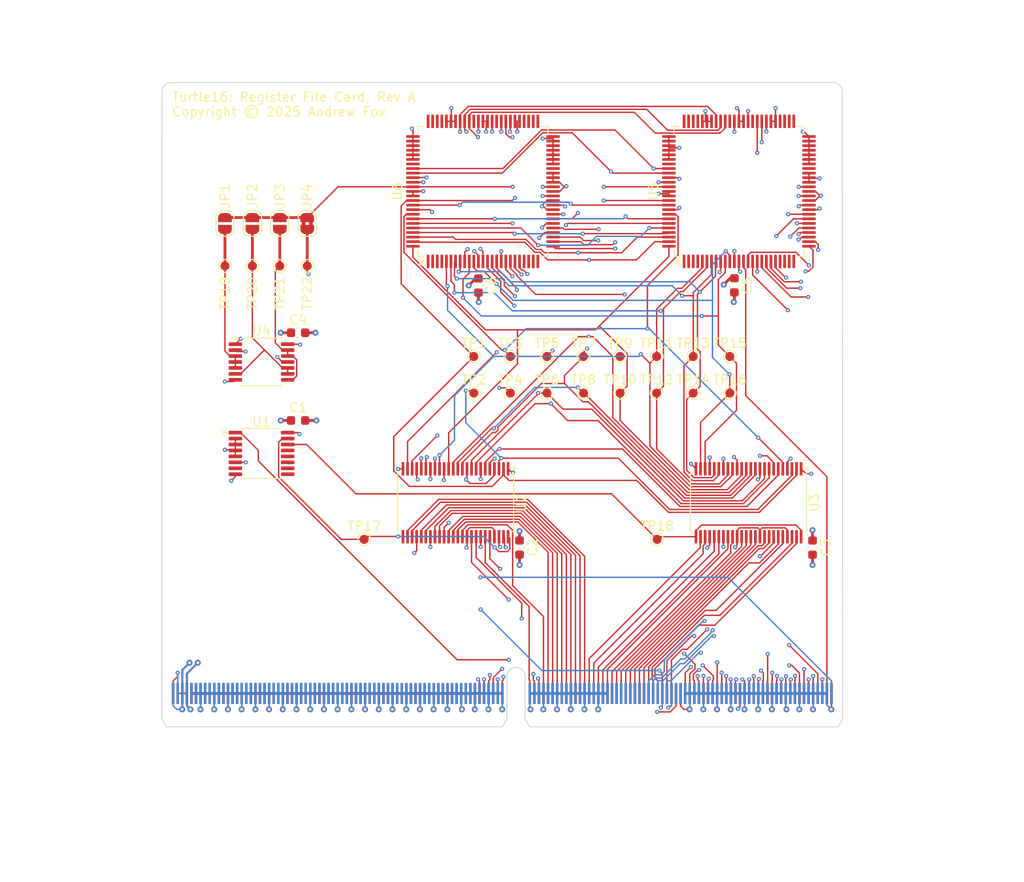
<source format=kicad_pcb>
(kicad_pcb (version 20241229) (generator "pcbnew") (generator_version "9.0")
  (title_block (title "Turtle16: Register File Card") (date "2025-07-24") (rev "A") (comment 4 "Register File Module and Write-Back Pipeline Stage"))
  (layers (0 "F.Cu" signal) (4 "In1.Cu" power) (6 "In2.Cu" signal) (8 "In3.Cu" power) (10 "In4.Cu" power) (2 "B.Cu" signal) (13 "F.Paste" user) (15 "B.Paste" user) (5 "F.SilkS" user "F.Silkscreen") (7 "B.SilkS" user "B.Silkscreen") (1 "F.Mask" user) (3 "B.Mask" user) (25 "Edge.Cuts" user))
  (net 0 "")
  (net 1 "GND")
  (net 2 "VCC")
  (net 3 "/CardEdgeREG/RegisterA6")
  (net 4 "/CardEdgeREG/RegisterA0")
  (net 5 "/CardEdgeREG/Y_WB8")
  (net 6 "/CardEdgeREG/Ins_ID6")
  (net 7 "/CardEdgeREG/RegisterB12")
  (net 8 "/CardEdgeREG/StoreOp_WB8")
  (net 9 "/CardEdgeREG/Ins_ID4")
  (net 10 "/CardEdgeREG/Ins_ID7")
  (net 11 "/CardEdgeREG/StoreOp_WB1")
  (net 12 "/CardEdgeREG/RegisterA2")
  (net 13 "/CardEdgeREG/RegisterA1")
  (net 14 "/CardEdgeREG/Y_WB7")
  (net 15 "/CardEdgeREG/Y_WB6")
  (net 16 "/CardEdgeREG/RegisterB2")
  (net 17 "/CardEdgeREG/Y_WB13")
  (net 18 "/CardEdgeREG/Y_WB1")
  (net 19 "/CardEdgeREG/~{WBEN}")
  (net 20 "/CardEdgeREG/Ins_ID15")
  (net 21 "/CardEdgeREG/Ins_ID12")
  (net 22 "/CardEdgeREG/RegisterB4")
  (net 23 "/CardEdgeREG/RegisterA14")
  (net 24 "/CardEdgeREG/Ins_ID14")
  (net 25 "/CardEdgeREG/RegisterB15")
  (net 26 "/CardEdgeREG/SelC_WB1")
  (net 27 "/CardEdgeREG/RegisterA9")
  (net 28 "/CardEdgeREG/StoreOp_WB6")
  (net 29 "/CardEdgeREG/Y_WB11")
  (net 30 "/CardEdgeREG/StoreOp_WB15")
  (net 31 "/CardEdgeREG/Y_WB9")
  (net 32 "/CardEdgeREG/RegisterA4")
  (net 33 "/CardEdgeREG/Ins_ID2")
  (net 34 "/CardEdgeREG/RegisterA13")
  (net 35 "/CardEdgeREG/Y_WB4")
  (net 36 "/CardEdgeREG/Ins_ID13")
  (net 37 "/CardEdgeREG/RegisterB9")
  (net 38 "/CardEdgeREG/Ins_ID3")
  (net 39 "/CardEdgeREG/StoreOp_WB5")
  (net 40 "/CardEdgeREG/StoreOp_WB9")
  (net 41 "/CardEdgeREG/RegisterB7")
  (net 42 "/CardEdgeREG/RegisterB1")
  (net 43 "/CardEdgeREG/RegisterA3")
  (net 44 "/CardEdgeREG/StoreOp_WB0")
  (net 45 "/CardEdgeREG/Ins_ID9")
  (net 46 "/CardEdgeREG/SelC_WB0")
  (net 47 "/CardEdgeREG/StoreOp_WB7")
  (net 48 "/CardEdgeREG/StoreOp_WB14")
  (net 49 "/CardEdgeREG/RegisterA5")
  (net 50 "/CardEdgeREG/RegisterB14")
  (net 51 "/CardEdgeREG/RegisterA11")
  (net 52 "/CardEdgeREG/Y_WB5")
  (net 53 "/CardEdgeREG/SelC_WB2")
  (net 54 "/CardEdgeREG/RegisterA7")
  (net 55 "/CardEdgeREG/Y_WB15")
  (net 56 "/CardEdgeREG/RegisterB11")
  (net 57 "/CardEdgeREG/Ins_ID10")
  (net 58 "/CardEdgeREG/~{WRL}")
  (net 59 "/CardEdgeREG/Y_WB10")
  (net 60 "/CardEdgeREG/RegisterA12")
  (net 61 "/CardEdgeREG/StoreOp_WB11")
  (net 62 "/CardEdgeREG/RegisterB3")
  (net 63 "/CardEdgeREG/RegisterB8")
  (net 64 "/CardEdgeREG/Ins_ID11")
  (net 65 "/CardEdgeREG/~{WRH}")
  (net 66 "/CardEdgeREG/Ins_ID0")
  (net 67 "/CardEdgeREG/WriteBackSrc")
  (net 68 "/CardEdgeREG/StoreOp_WB2")
  (net 69 "/CardEdgeREG/Ins_ID1")
  (net 70 "/CardEdgeREG/StoreOp_WB13")
  (net 71 "/CardEdgeREG/RegisterB5")
  (net 72 "/CardEdgeREG/Ins_ID8")
  (net 73 "/CardEdgeREG/RegisterB0")
  (net 74 "/CardEdgeREG/StoreOp_WB3")
  (net 75 "/CardEdgeREG/RegisterA15")
  (net 76 "/CardEdgeREG/RegisterB13")
  (net 77 "/CardEdgeREG/StoreOp_WB12")
  (net 78 "/CardEdgeREG/RegisterA8")
  (net 79 "/CardEdgeREG/Y_WB0")
  (net 80 "/CardEdgeREG/RegisterB10")
  (net 81 "/CardEdgeREG/RegisterA10")
  (net 82 "/CardEdgeREG/StoreOp_WB10")
  (net 83 "/CardEdgeREG/Ins_ID5")
  (net 84 "/CardEdgeREG/Y_WB12")
  (net 85 "/CardEdgeREG/Y_WB2")
  (net 86 "/CardEdgeREG/Phi2")
  (net 87 "/CardEdgeREG/Y_WB14")
  (net 88 "/CardEdgeREG/RegisterB6")
  (net 89 "/CardEdgeREG/StoreOp_WB4")
  (net 90 "/CardEdgeREG/Y_WB3")
  (net 91 "/Write Back and Register File/sheet60693B95/~{WR}")
  (net 92 "Net-(JP1-A)")
  (net 93 "Net-(JP2-A)")
  (net 94 "Net-(JP3-A)")
  (net 95 "Net-(JP4-A)")
  (net 96 "/Write Back and Register File/Select Write Back Source/C0")
  (net 97 "/Write Back and Register File/Select Write Back Source/C1")
  (net 98 "/Write Back and Register File/Select Write Back Source/C2")
  (net 99 "/Write Back and Register File/Select Write Back Source/C3")
  (net 100 "/Write Back and Register File/Select Write Back Source/C4")
  (net 101 "/Write Back and Register File/Select Write Back Source/C5")
  (net 102 "/Write Back and Register File/Select Write Back Source/C6")
  (net 103 "/Write Back and Register File/Select Write Back Source/C7")
  (net 104 "/Write Back and Register File/Select Write Back Source/C8")
  (net 105 "/Write Back and Register File/Select Write Back Source/C9")
  (net 106 "/Write Back and Register File/Select Write Back Source/C10")
  (net 107 "/Write Back and Register File/Select Write Back Source/C11")
  (net 108 "/Write Back and Register File/Select Write Back Source/C12")
  (net 109 "/Write Back and Register File/Select Write Back Source/C13")
  (net 110 "/Write Back and Register File/Select Write Back Source/C14")
  (net 111 "/Write Back and Register File/Select Write Back Source/C15")
  (net 112 "Net-(U1-O0)")
  (net 113 "Net-(U1-O1)")
  (footprint "TestPoint:TestPoint_Pad_D1.0mm" (layer "F.Cu") (at 152.19 86)
    (property "Reference" "TP11")
    (property "Value" "C10")
  )
  (footprint "TestPoint:TestPoint_Pad_D1.0mm" (layer "F.Cu") (at 156.19 86)
    (property "Reference" "TP13")
    (property "Value" "C12")
  )
  (footprint "TestPoint:TestPoint_Pad_D1.0mm" (layer "F.Cu") (at 156.19 90)
    (property "Reference" "TP14")
    (property "Value" "C13")
  )
  (footprint "Package_SO:TSSOP-16_4.4x5mm_P0.65mm" (layer "F.Cu") (at 108.965 96.6)
    (property "Reference" "U1")
    (property "Value" "74AHCT138")
  )
  (footprint "TestPoint:TestPoint_Pad_D1.0mm" (layer "F.Cu") (at 113.965 76.1 90)
    (property "Reference" "TP22")
    (property "Value" "TP")
  )
  (footprint "TestPoint:TestPoint_Pad_D1.0mm" (layer "F.Cu") (at 120.19 106)
    (property "Reference" "TP17")
    (property "Value" "TP")
  )
  (footprint "TestPoint:TestPoint_Pad_D1.0mm" (layer "F.Cu") (at 152.24 106)
    (property "Reference" "TP18")
    (property "Value" "TP")
  )
  (footprint "Jumper:SolderJumper-2_P1.3mm_Open_RoundedPad1.0x1.5mm" (layer "F.Cu") (at 110.965 71.45 90)
    (property "Reference" "JP3")
    (property "Value" "SolderJumper_2_Open")
  )
  (footprint "Capacitor_SMD:C_0603_1608Metric" (layer "F.Cu") (at 160.69 78.2125 -90)
    (property "Reference" "C5")
    (property "Value" "0.1uF")
  )
  (footprint "Capacitor_SMD:C_0603_1608Metric" (layer "F.Cu") (at 112.965 83.4)
    (property "Reference" "C4")
    (property "Value" "0.1uF")
  )
  (footprint "TestPoint:TestPoint_Pad_D1.0mm" (layer "F.Cu") (at 104.965 76.1 90)
    (property "Reference" "TP19")
    (property "Value" "TP")
  )
  (footprint "Package_SO:TSSOP-48_6.1x12.5mm_P0.5mm" (layer "F.Cu") (at 130.19 102 -90)
    (property "Reference" "U2")
    (property "Value" "74ABT16245")
  )
  (footprint "TestPoint:TestPoint_Pad_D1.0mm" (layer "F.Cu") (at 152.19 90)
    (property "Reference" "TP12")
    (property "Value" "C11")
  )
  (footprint "TestPoint:TestPoint_Pad_D1.0mm" (layer "F.Cu") (at 136.19 86)
    (property "Reference" "TP3")
    (property "Value" "C2")
  )
  (footprint "TestPoint:TestPoint_Pad_D1.0mm" (layer "F.Cu") (at 110.965 76.1 90)
    (property "Reference" "TP21")
    (property "Value" "TP")
  )
  (footprint "Capacitor_SMD:C_0603_1608Metric" (layer "F.Cu") (at 132.69 78.2375 -90)
    (property "Reference" "C6")
    (property "Value" "0.1uF")
  )
  (footprint "TestPoint:TestPoint_Pad_D1.0mm" (layer "F.Cu") (at 148.19 86)
    (property "Reference" "TP9")
    (property "Value" "C8")
  )
  (footprint "TestPoint:TestPoint_Pad_D1.0mm" (layer "F.Cu") (at 140.19 86)
    (property "Reference" "TP5")
    (property "Value" "C4")
  )
  (footprint "Jumper:SolderJumper-2_P1.3mm_Bridged2Bar_RoundedPad1.0x1.5mm" (layer "F.Cu") (at 113.965 71.45 90)
    (property "Reference" "JP4")
    (property "Value" "SolderJumper_2_Bridged")
  )
  (footprint "TestPoint:TestPoint_Pad_D1.0mm" (layer "F.Cu") (at 160.19 90)
    (property "Reference" "TP16")
    (property "Value" "C15")
  )
  (footprint "Package_SO:TSSOP-48_6.1x12.5mm_P0.5mm" (layer "F.Cu") (at 162.24 102 -90)
    (property "Reference" "U3")
    (property "Value" "74ABT16245")
  )
  (footprint "Package_SO:TSSOP-14_4.4x5mm_P0.65mm" (layer "F.Cu") (at 108.965 86.6)
    (property "Reference" "U4")
    (property "Value" "74ABT32")
  )
  (footprint "Capacitor_SMD:C_0603_1608Metric" (layer "F.Cu") (at 169.24 106.9 -90)
    (property "Reference" "C3")
    (property "Value" "0.1uF")
  )
  (footprint "TestPoint:TestPoint_Pad_D1.0mm" (layer "F.Cu") (at 132.19 90)
    (property "Reference" "TP2")
    (property "Value" "C1")
  )
  (footprint "Turtle16:MEC5-140-01-L-DV-W1-K_Edge" (layer "F.Cu") (at 136.805 121)
    (property "Reference" "J1" (hide yes))
    (property "Value" "MEC5-140-01-L-DV-W1-K")
  )
  (footprint "Jumper:SolderJumper-2_P1.3mm_Open_RoundedPad1.0x1.5mm" (layer "F.Cu") (at 104.965 71.45 90)
    (property "Reference" "JP1")
    (property "Value" "SolderJumper_2_Open")
  )
  (footprint "TestPoint:TestPoint_Pad_D1.0mm" (layer "F.Cu") (at 136.19 90)
    (property "Reference" "TP4")
    (property "Value" "C3")
  )
  (footprint "TestPoint:TestPoint_Pad_D1.0mm" (layer "F.Cu") (at 148.19 90)
    (property "Reference" "TP10")
    (property "Value" "C9")
  )
  (footprint "TestPoint:TestPoint_Pad_D1.0mm" (layer "F.Cu") (at 132.19 86)
    (property "Reference" "TP1")
    (property "Value" "C0")
  )
  (footprint "Capacitor_SMD:C_0603_1608Metric" (layer "F.Cu") (at 137.19 106.9 -90)
    (property "Reference" "C2")
    (property "Value" "0.1uF")
  )
  (footprint "TestPoint:TestPoint_Pad_D1.0mm" (layer "F.Cu") (at 144.19 86)
    (property "Reference" "TP7")
    (property "Value" "C6")
  )
  (footprint "TestPoint:TestPoint_Pad_D1.0mm" (layer "F.Cu") (at 140.19 90)
    (property "Reference" "TP6")
    (property "Value" "C5")
  )
  (footprint "Package_QFP:TQFP-100_14x14mm_P0.5mm" (layer "F.Cu") (at 133.19 67.9375 90)
    (property "Reference" "U6")
    (property "Value" "IDT7024L15PFG")
  )
  (footprint "Capacitor_SMD:C_0603_1608Metric" (layer "F.Cu") (at 112.965 93)
    (property "Reference" "C1")
    (property "Value" "0.1uF")
  )
  (footprint "Jumper:SolderJumper-2_P1.3mm_Open_RoundedPad1.0x1.5mm" (layer "F.Cu") (at 107.965 71.45 90)
    (property "Reference" "JP2")
    (property "Value" "SolderJumper_2_Open")
  )
  (footprint "TestPoint:TestPoint_Pad_D1.0mm" (layer "F.Cu") (at 107.965 76.1 90)
    (property "Reference" "TP20")
    (property "Value" "TP")
  )
  (footprint "TestPoint:TestPoint_Pad_D1.0mm" (layer "F.Cu") (at 160.19 86)
    (property "Reference" "TP15")
    (property "Value" "C14")
  )
  (footprint "Package_QFP:TQFP-100_14x14mm_P0.5mm" (layer "F.Cu") (at 161.19 67.9375 90)
    (property "Reference" "U5")
    (property "Value" "IDT7024L15PFG")
  )
  (footprint "TestPoint:TestPoint_Pad_D1.0mm" (layer "F.Cu") (at 144.19 90)
    (property "Reference" "TP8")
    (property "Value" "C7")
  )
  (gr_line (start 137.78 120.82) (end 137.8 120.9) (stroke (width 0.1)) (layer "Edge.Cuts"))
  (gr_line (start 137.18 120.07) (end 137.36 120.17) (stroke (width 0.1)) (layer "Edge.Cuts"))
  (gr_line (start 98.57 126.5) (end 135.32 126.5) (stroke (width 0.1)) (layer "Edge.Cuts"))
  (gr_line (start 137.64 120.45) (end 137.74 120.64) (stroke (width 0.1)) (layer "Edge.Cuts"))
  (gr_line (start 135.32 126.5) (end 135.8 125.66) (stroke (width 0.1)) (layer "Edge.Cuts"))
  (gr_line (start 137 120.02) (end 137.18 120.07) (stroke (width 0.1)) (layer "Edge.Cuts"))
  (gr_line (start 135.8 121) (end 135.81 120.86) (stroke (width 0.1)) (layer "Edge.Cuts"))
  (gr_line (start 172.03 126.51) (end 171.62 126.51) (stroke (width 0.1)) (layer "Edge.Cuts"))
  (gr_line (start 172.53 119) (end 172.490591 57.028611) (stroke (width 0.1)) (layer "Edge.Cuts"))
  (gr_line (start 137.36 120.17) (end 137.52 120.3) (stroke (width 0.1)) (layer "Edge.Cuts"))
  (gr_line (start 98.07 119.01) (end 98.07 125.65) (stroke (width 0.1)) (layer "Edge.Cuts"))
  (gr_line (start 137.8 125.64) (end 137.81 125.67) (stroke (width 0.1)) (layer "Edge.Cuts"))
  (gr_line (start 135.85 120.69) (end 135.93 120.51) (stroke (width 0.1)) (layer "Edge.Cuts"))
  (gr_line (start 98.07 125.65) (end 98.57 126.5) (stroke (width 0.1)) (layer "Edge.Cuts"))
  (gr_line (start 137.74 120.64) (end 137.78 120.82) (stroke (width 0.1)) (layer "Edge.Cuts"))
  (gr_line (start 99.089694 56.02999) (end 171.490581 56.029247) (stroke (width 0.1)) (layer "Edge.Cuts"))
  (gr_line (start 98.07 119.01) (end 98.089704 57.029672) (stroke (width 0.1)) (layer "Edge.Cuts"))
  (gr_line (start 136.46 120.05) (end 136.67 120.01) (stroke (width 0.1)) (layer "Edge.Cuts"))
  (gr_arc (start 98.089704 57.029672) (mid 98.382706 56.322774) (end 99.089694 56.02999) (stroke (width 0.1)) (layer "Edge.Cuts"))
  (gr_line (start 136.67 120.01) (end 136.82 120) (stroke (width 0.1)) (layer "Edge.Cuts"))
  (gr_line (start 138.3 126.51) (end 137.81 125.67) (stroke (width 0.1)) (layer "Edge.Cuts"))
  (gr_line (start 136.82 120) (end 137 120.02) (stroke (width 0.1)) (layer "Edge.Cuts"))
  (gr_line (start 172.53 125.65) (end 172.03 126.51) (stroke (width 0.1)) (layer "Edge.Cuts"))
  (gr_line (start 137.52 120.3) (end 137.64 120.45) (stroke (width 0.1)) (layer "Edge.Cuts"))
  (gr_line (start 135.81 120.86) (end 135.85 120.69) (stroke (width 0.1)) (layer "Edge.Cuts"))
  (gr_line (start 137.8 121) (end 137.8 125.64) (stroke (width 0.1)) (layer "Edge.Cuts"))
  (gr_line (start 136.23 120.18) (end 136.46 120.05) (stroke (width 0.1)) (layer "Edge.Cuts"))
  (gr_line (start 135.8 125.66) (end 135.8 121) (stroke (width 0.1)) (layer "Edge.Cuts"))
  (gr_arc (start 171.490581 56.029247) (mid 172.197459 56.321912) (end 172.490591 57.028611) (stroke (width 0.1)) (layer "Edge.Cuts"))
  (gr_line (start 171.62 126.51) (end 138.3 126.51) (stroke (width 0.1)) (layer "Edge.Cuts"))
  (gr_line (start 135.93 120.51) (end 136.05 120.34) (stroke (width 0.1)) (layer "Edge.Cuts"))
  (gr_line (start 136.05 120.34) (end 136.23 120.18) (stroke (width 0.1)) (layer "Edge.Cuts"))
  (gr_line (start 137.8 120.9) (end 137.8 121) (stroke (width 0.1)) (layer "Edge.Cuts"))
  (gr_line (start 172.53 119) (end 172.53 125.65) (stroke (width 0.1)) (layer "Edge.Cuts"))
  (gr_text "Turtle16: Register File Card, Rev A\nCopyright © 2025 Andrew Fox" (at 99.0897 57.03 0) (layer "F.SilkS") (effects (font (size 1 1)) (justify left top)))
  (segment (start 169.8907 69.9375) (end 168.8525 69.9375) (width 0.1524) (layer "F.Cu") (net 1))
  (segment (start 170.0125 69.8157) (end 169.8907 69.9375) (width 0.1524) (layer "F.Cu") (net 1))
  (segment (start 106.1025 95.625) (end 106.1025 96.2057) (width 0.1524) (layer "F.Cu") (net 1))
  (segment (start 125.5275 63.9375) (end 125.5275 64.4375) (width 0.1524) (layer "F.Cu") (net 1))
  (segment (start 166.49 98.2875) (end 166.49 97.5223) (width 0.1524) (layer "F.Cu") (net 1))
  (segment (start 119.29 122.86) (end 119.3 122.85) (width 0.1524) (layer "F.Cu") (net 1))
  (segment (start 106.1025 99.1431) (end 106.1025 98.875) (width 0.1524) (layer "F.Cu") (net 1))
  (segment (start 105.9181 88.7344) (end 106.1025 88.55) (width 0.1524) (layer "F.Cu") (net 1))
  (segment (start 168.8525 62.4375) (end 168.8525 61.9375) (width 0.1524) (layer "F.Cu") (net 1))
  (segment (start 171.31 124.58) (end 171.29 124.6) (width 0.1524) (layer "F.Cu") (net 1))
  (segment (start 160.99 106.6268) (end 160.99 105.7125) (width 0.1524) (layer "F.Cu") (net 1))
  (segment (start 127.6147 70.1867) (end 127.3655 69.9375) (width 0.1524) (layer "F.Cu") (net 1))
  (segment (start 163.263 104.743) (end 163.49 104.97) (width 0.1524) (layer "F.Cu") (net 1))
  (segment (start 124.81 124.58) (end 124.79 124.6) (width 0.1524) (layer "F.Cu") (net 1))
  (segment (start 160.7629 106.8539) (end 160.99 106.6268) (width 0.1524) (layer "F.Cu") (net 1))
  (segment (start 124.81 122.86) (end 124.81 124.58) (width 0.1524) (layer "F.Cu") (net 1))
  (segment (start 117.3 124.59) (end 117.29 124.6) (width 0.1524) (layer "F.Cu") (net 1))
  (segment (start 157.99 106.6467) (end 157.7246 106.9121) (width 0.1524) (layer "F.Cu") (net 1))
  (segment (start 140.1719 69.9375) (end 140.8525 69.9375) (width 0.1524) (layer "F.Cu") (net 1))
  (segment (start 157.5187 60.275) (end 157.19 60.275) (width 0.1524) (layer "F.Cu") (net 1))
  (segment (start 125.5275 63.4375) (end 125.5275 63.9375) (width 0.1524) (layer "F.Cu") (net 1))
  (segment (start 106.8 122.85) (end 106.8 124.59) (width 0.1524) (layer "F.Cu") (net 1))
  (segment (start 125.5275 62.9375) (end 125.5275 63.4375) (width 0.1524) (layer "F.Cu") (net 1))
  (segment (start 157.5187 59.1595) (end 157.5187 60.275) (width 0.1524) (layer "F.Cu") (net 1))
  (segment (start 104.9612 88.7344) (end 105.9181 88.7344) (width 0.1524) (layer "F.Cu") (net 1))
  (segment (start 125.6817 107.4883) (end 125.94 107.23) (width 0.1524) (layer "F.Cu") (net 1))
  (segment (start 170.0125 66.508) (end 168.8525 66.508) (width 0.1524) (layer "F.Cu") (net 1))
  (segment (start 125.94 107.23) (end 125.94 105.7125) (width 0.1524) (layer "F.Cu") (net 1))
  (segment (start 160.6449 97.002) (end 160.99 97.3471) (width 0.1524) (layer "F.Cu") (net 1))
  (segment (start 129.7271 60.275) (end 129.69 60.275) (width 0.1524) (layer "F.Cu") (net 1))
  (segment (start 102.8 122.86) (end 102.8 122.85) (width 0.1524) (layer "F.Cu") (net 1))
  (segment (start 130.19 60.275) (end 129.7271 60.275) (width 0.1524) (layer "F.Cu") (net 1))
  (segment (start 161.19 76.586) (end 161.19 75.6) (width 0.1524) (layer "F.Cu") (net 1))
  (segment (start 137.19 60.275) (end 136.9325 60.275) (width 0.1524) (layer "F.Cu") (net 1))
  (segment (start 140.8525 68.9375) (end 140.185 68.9375) (width 0.1524) (layer "F.Cu") (net 1))
  (segment (start 132.31 124.58) (end 132.29 124.6) (width 0.1524) (layer "F.Cu") (net 1))
  (segment (start 166.49 105.7125) (end 166.49 104.9875) (width 0.1524) (layer "F.Cu") (net 1))
  (segment (start 103.8 124.59) (end 103.79 124.6) (width 0.1524) (layer "F.Cu") (net 1))
  (segment (start 103.8 122.85) (end 103.8 124.59) (width 0.1524) (layer "F.Cu") (net 1))
  (segment (start 159.19 76.6565) (end 159.19 75.6) (width 0.1524) (layer "F.Cu") (net 1))
  (segment (start 171.31 122.86) (end 171.31 124.58) (width 0.1524) (layer "F.Cu") (net 1))
  (segment (start 128.94 104.688) (end 128.94 105.7125) (width 0.1524) (layer "F.Cu") (net 1))
  (segment (start 119.79 122.86) (end 119.8 122.85) (width 0.1524) (layer "F.Cu") (net 1))
  (segment (start 106.29 122.86) (end 106.3 122.85) (width 0.1524) (layer "F.Cu") (net 1))
  (segment (start 114.79 122.86) (end 114.8 122.85) (width 0.1524) (layer "F.Cu") (net 1))
  (segment (start 168.8525 66.508) (end 168.8525 66.4375) (width 0.1524) (layer "F.Cu") (net 1))
  (segment (start 101.31 122.86) (end 101.3 122.85) (width 0.3048) (layer "F.Cu") (net 1))
  (segment (start 132.31 122.86) (end 132.31 124.58) (width 0.1524) (layer "F.Cu") (net 1))
  (segment (start 136.9325 61.4022) (end 136.9325 60.275) (width 0.1524) (layer "F.Cu") (net 1))
  (segment (start 168.315 61.4) (end 168.8525 61.9375) (width 0.1524) (layer "F.Cu") (net 1))
  (segment (start 131.44 99.3567) (end 131.3403 99.4564) (width 0.1524) (layer "F.Cu") (net 1))
  (segment (start 140.185 68.9375) (end 139.7292 69.3933) (width 0.1524) (layer "F.Cu") (net 1))
  (segment (start 168.8525 66.4375) (end 168.8525 65.9375) (width 0.1524) (layer "F.Cu") (net 1))
  (segment (start 126.0535 99.4564) (end 125.94 99.3429) (width 0.1524) (layer "F.Cu") (net 1))
  (segment (start 139.6502 69.5738) (end 139.7292 69.4948) (width 0.1524) (layer "F.Cu") (net 1))
  (segment (start 169.5202 68.9375) (end 168.8525 68.9375) (width 0.1524) (layer "F.Cu") (net 1))
  (segment (start 157.99 105.7125) (end 157.99 106.6467) (width 0.1524) (layer "F.Cu") (net 1))
  (segment (start 118.8 122.85) (end 118.8 124.59) (width 0.1524) (layer "F.Cu") (net 1))
  (segment (start 104.8 122.855) (end 104.8 122.85) (width 0.1524) (layer "F.Cu") (net 1))
  (segment (start 127.81 122.86) (end 127.81 124.58) (width 0.1524) (layer "F.Cu") (net 1))
  (segment (start 112.8 124.59) (end 112.79 124.6) (width 0.1524) (layer "F.Cu") (net 1))
  (segment (start 163.49 99.2059) (end 163.49 98.2875) (width 0.1524) (layer "F.Cu") (net 1))
  (segment (start 125.4188 61.0666) (end 125.5275 61.1753) (width 0.1524) (layer "F.Cu") (net 1))
  (segment (start 110.29 122.86) (end 110.3 122.85) (width 0.1524) (layer "F.Cu") (net 1))
  (segment (start 120.3 124.59) (end 120.29 124.6) (width 0.1524) (layer "F.Cu") (net 1))
  (segment (start 153.5275 63.4375) (end 153.5275 63.9375) (width 0.1524) (layer "F.Cu") (net 1))
  (segment (start 168.8525 63.4375) (end 168.8525 62.9375) (width 0.1524) (layer "F.Cu") (net 1))
  (segment (start 140.8525 66.4375) (end 140.8525 65.9375) (width 0.1524) (layer "F.Cu") (net 1))
  (segment (start 153.5275 63.9375) (end 153.5275 64.4375) (width 0.1524) (layer "F.Cu") (net 1))
  (segment (start 166.49 104.9875) (end 166.2484 104.7459) (width 0.1524) (layer "F.Cu") (net 1))
  (segment (start 130.81 122.86) (end 130.81 124.52) (width 0.1524) (layer "F.Cu") (net 1))
  (segment (start 99.79 121) (end 99.79 120.6) (width 0.1524) (layer "F.Cu") (net 1))
  (segment (start 168.8525 67.9375) (end 169.5745 67.9375) (width 0.1524) (layer "F.Cu") (net 1))
  (segment (start 115.8 122.85) (end 115.8 124.59) (width 0.1524) (layer "F.Cu") (net 1))
  (segment (start 129.7271 58.8372) (end 129.7271 60.275) (width 0.1524) (layer "F.Cu") (net 1))
  (segment (start 108.3 124.59) (end 108.29 124.6) (width 0.1524) (layer "F.Cu") (net 1))
  (segment (start 142.3126 67.3703) (end 142.1655 67.3703) (width 0.1524) (layer "F.Cu") (net 1))
  (segment (start 101.8 122.855) (end 101.8 122.85) (width 0.1524) (layer "F.Cu") (net 1))
  (segment (start 131.44 106.8504) (end 131.44 105.7125) (width 0.1524) (layer "F.Cu") (net 1))
  (segment (start 131.44 98.2875) (end 131.44 99.3567) (width 0.1524) (layer "F.Cu") (net 1))
  (segment (start 104.3 122.8575) (end 104.3 122.85) (width 0.1524) (layer "F.Cu") (net 1))
  (segment (start 104.9612 96.2057) (end 106.1025 96.2057) (width 0.1524) (layer "F.Cu") (net 1))
  (segment (start 111.3 124.59) (end 111.29 124.6) (width 0.1524) (layer "F.Cu") (net 1))
  (segment (start 161.3221 76.7181) (end 161.19 76.586) (width 0.1524) (layer "F.Cu") (net 1))
  (segment (start 168.8525 62.9375) (end 168.8525 62.4375) (width 0.1524) (layer "F.Cu") (net 1))
  (segment (start 106.1025 94.975) (end 106.1025 95.625) (width 0.1524) (layer "F.Cu") (net 1))
  (segment (start 165.1916 58.8372) (end 165.19 58.8388) (width 0.1524) (layer "F.Cu") (net 1))
  (segment (start 106.8 124.59) (end 106.79 124.6) (width 0.1524) (layer "F.Cu") (net 1))
  (segment (start 105.3 122.85) (end 105.3 124.59) (width 0.1524) (layer "F.Cu") (net 1))
  (segment (start 140.8525 62.9375) (end 140.8525 62.4375) (width 0.1524) (layer "F.Cu") (net 1))
  (segment (start 113.74 93) (end 114.965 93) (width 0.3048) (layer "F.Cu") (net 1))
  (segment (start 163.49 104.97) (end 163.49 105.7125) (width 0.1524) (layer "F.Cu") (net 1))
  (segment (start 133.69 60.275) (end 133.5347 60.275) (width 0.1524) (layer "F.Cu") (net 1))
  (segment (start 120.3 122.85) (end 120.3 124.59) (width 0.1524) (layer "F.Cu") (net 1))
  (segment (start 120.79 122.86) (end 120.8 122.85) (width 0.1524) (layer "F.Cu") (net 1))
  (segment (start 117.79 122.86) (end 117.8 122.85) (width 0.1524) (layer "F.Cu") (net 1))
  (segment (start 168.8525 64.4375) (end 168.8525 63.9375) (width 0.1524) (layer "F.Cu") (net 1))
  (segment (start 140.8525 66.9375) (end 141.5563 66.9375) (width 0.1524) (layer "F.Cu") (net 1))
  (segment (start 112.29 122.86) (end 112.3 122.85) (width 0.1524) (layer "F.Cu") (net 1))
  (segment (start 140.8525 62.1601) (end 140.8525 61.9375) (width 0.1524) (layer "F.Cu") (net 1))
  (segment (start 131.3403 99.4564) (end 131.7715 99.8876) (width 0.1524) (layer "F.Cu") (net 1))
  (segment (start 131.5162 74.2568) (end 131.19 74.583) (width 0.1524) (layer "F.Cu") (net 1))
  (segment (start 157.69 60.275) (end 157.5187 60.275) (width 0.1524) (layer "F.Cu") (net 1))
  (segment (start 170.1619 68.4218) (end 170.1504 68.4103) (width 0.1524) (layer "F.Cu") (net 1))
  (segment (start 139.7317 62.1601) (end 140.8525 62.1601) (width 0.1524) (layer "F.Cu") (net 1))
  (segment (start 129.69 60.275) (end 129.19 60.275) (width 0.1524) (layer "F.Cu") (net 1))
  (segment (start 126.31 124.58) (end 126.29 124.6) (width 0.1524) (layer "F.Cu") (net 1))
  (segment (start 103.3 122.86) (end 103.3 122.85) (width 0.1524) (layer "F.Cu") (net 1))
  (segment (start 153.5275 62.4375) (end 153.5275 62.9375) (width 0.1524) (layer "F.Cu") (net 1))
  (segment (start 140.8525 66.9375) (end 140.8525 66.4375) (width 0.1524) (layer "F.Cu") (net 1))
  (segment (start 107.79 122.86) (end 107.8 122.85) (width 0.1524) (layer "F.Cu") (net 1))
  (segment (start 115.8 124.59) (end 115.79 124.6) (width 0.1524) (layer "F.Cu") (net 1))
  (segment (start 102.3 124.59) (end 102.29 124.6) (width 0.1524) (layer "F.Cu") (net 1))
  (segment (start 127.81 124.58) (end 127.79 124.6) (width 0.1524) (layer "F.Cu") (net 1))
  (segment (start 133.19 74.5061) (end 133.19 75.6) (width 0.1524) (layer "F.Cu") (net 1))
  (segment (start 122.79 122.86) (end 122.8 122.85) (width 0.1524) (layer "F.Cu") (net 1))
  (segment (start 131.81 122.86) (end 101.31 122.86) (width 0.3048) (layer "F.Cu") (net 1))
  (segment (start 126.31 122.86) (end 126.31 124.58) (width 0.1524) (layer "F.Cu") (net 1))
  (segment (start 131.81 122.86) (end 132.31 122.86) (width 0.3048) (layer "F.Cu") (net 1))
  (segment (start 129.4338 104.1942) (end 128.94 104.688) (width 0.1524) (layer "F.Cu") (net 1))
  (segment (start 139.7292 69.4948) (end 140.1719 69.9375) (width 0.1524) (layer "F.Cu") (net 1))
  (segment (start 140.8525 63.9375) (end 140.8525 63.4375) (width 0.1524) (layer "F.Cu") (net 1))
  (segment (start 160.69 78.9875) (end 160.69 79.975) (width 0.3048) (layer "F.Cu") (net 1))
  (segment (start 111.3 122.85) (end 111.3 124.59) (width 0.1524) (layer "F.Cu") (net 1))
  (segment (start 131.7654 104.7154) (end 134.1667 104.7154) (width 0.1524) (layer "F.Cu") (net 1))
  (segment (start 134.1667 104.7154) (end 134.44 104.9887) (width 0.1524) (layer "F.Cu") (net 1))
  (segment (start 168.8525 63.9375) (end 168.8525 63.4375) (width 0.1524) (layer "F.Cu") (net 1))
  (segment (start 109.31 122.86) (end 109.3 122.85) (width 0.1524) (layer "F.Cu") (net 1))
  (segment (start 128.94 99.4671) (end 128.94 98.2875) (width 0.1524) (layer "F.Cu") (net 1))
  (segment (start 132.9137 74.2298) (end 133.19 74.5061) (width 0.1524) (layer "F.Cu") (net 1))
  (segment (start 131.7715 99.8876) (end 133.5384 99.8876) (width 0.1524) (layer "F.Cu") (net 1))
  (segment (start 154.4611 69.9375) (end 153.5275 69.9375) (width 0.1524) (layer "F.Cu") (net 1))
  (segment (start 140.8525 64.4375) (end 140.8525 63.9375) (width 0.1524) (layer "F.Cu") (net 1))
  (segment (start 168.8525 66.9375) (end 168.8525 66.508) (width 0.1524) (layer "F.Cu") (net 1))
  (segment (start 153.5275 62.9375) (end 153.5275 63.171) (width 0.1524) (layer "F.Cu") (net 1))
  (segment (start 123.3 122.85) (end 123.3 124.59) (width 0.1524) (layer "F.Cu") (net 1))
  (segment (start 137.19 107.675) (end 137.19 108.8) (width 0.3048) (layer "F.Cu") (net 1))
  (segment (start 132.69 79.0125) (end 132.69 80) (width 0.3048) (layer "F.Cu") (net 1))
  (segment (start 170.1504 68.4103) (end 170.0474 68.4103) (width 0.1524) (layer "F.Cu") (net 1))
  (segment (start 117.3 122.85) (end 117.3 124.59) (width 0.1524) (layer "F.Cu") (net 1))
  (segment (start 123.3 124.59) (end 123.29 124.6) (width 0.1524) (layer "F.Cu") (net 1))
  (segment (start 125.94 99.3429) (end 125.94 98.2875) (width 0.1524) (layer "F.Cu") (net 1))
  (segment (start 109.8 122.85) (end 109.8 124.59) (width 0.1524) (layer "F.Cu") (net 1))
  (segment (start 168.8525 64.9375) (end 168.8525 64.4375) (width 0.1524) (layer "F.Cu") (net 1))
  (segment (start 155.79 124.6) (end 155.1713 124.6) (width 0.1524) (layer "F.Cu") (net 1))
  (segment (start 133.5347 61.3932) (end 133.5347 60.275) (width 0.1524) (layer "F.Cu") (net 1))
  (segment (start 99.3 121.49) (end 99.79 121) (width 0.1524) (layer "F.Cu") (net 1))
  (segment (start 113.74 83.4) (end 114.865 83.4) (width 0.3048) (layer "F.Cu") (net 1))
  (segment (start 169.24 107.675) (end 169.24 108.8) (width 0.3048) (layer "F.Cu") (net 1))
  (segment (start 133.5384 99.8876) (end 134.44 98.986) (width 0.1524) (layer "F.Cu") (net 1))
  (segment (start 140.8525 62.4375) (end 140.8525 62.1601) (width 0.1524) (layer "F.Cu") (net 1))
  (segment (start 125.5275 62.4375) (end 125.5275 62.9375) (width 0.1524) (layer "F.Cu") (net 1))
  (segment (start 121.8 122.85) (end 121.8 124.59) (width 0.1524) (layer "F.Cu") (net 1))
  (segment (start 107.29 122.86) (end 107.3 122.85) (width 0.1524) (layer "F.Cu") (net 1))
  (segment (start 141.5563 66.9375) (end 142.0773 67.4585) (width 0.1524) (layer "F.Cu") (net 1))
  (segment (start 133.5347 60.275) (end 133.19 60.275) (width 0.1524) (layer "F.Cu") (net 1))
  (segment (start 110.79 122.86) (end 110.8 122.85) (width 0.1524) (layer "F.Cu") (net 1))
  (segment (start 116.79 122.86) (end 116.8 122.85) (width 0.1524) (layer "F.Cu") (net 1))
  (segment (start 101.805 122.86) (end 101.8 122.855) (width 0.1524) (layer "F.Cu") (net 1))
  (segment (start 134.44 104.9887) (end 134.44 105.7125) (width 0.1524) (layer "F.Cu") (net 1))
  (segment (start 109.8 124.59) (end 109.79 124.6) (width 0.1524) (layer "F.Cu") (net 1))
  (segment (start 142.1655 67.3703) (end 142.0773 67.4585) (width 0.1524) (layer "F.Cu") (net 1))
  (segment (start 127.3655 69.9375) (end 125.5275 69.9375) (width 0.1524) (layer "F.Cu") (net 1))
  (segment (start 168.1768 61.4) (end 168.315 61.4) (width 0.1524) (layer "F.Cu") (net 1))
  (segment (start 154.6644 63.171) (end 153.5275 63.171) (width 0.1524) (layer "F.Cu") (net 1))
  (segment (start 141.5983 67.9375) (end 140.8525 67.9375) (width 0.1524) (layer "F.Cu") (net 1))
  (segment (start 115.295 122.86) (end 115.3 122.855) (width 0.1524) (layer "F.Cu") (net 1))
  (segment (start 136.9325 60.275) (end 136.69 60.275) (width 0.1524) (layer "F.Cu") (net 1))
  (segment (start 106.1025 96.2057) (end 106.1025 96.275) (width 0.1524) (layer "F.Cu") (net 1))
  (segment (start 102.3 122.85) (end 102.3 124.59) (width 0.1524) (layer "F.Cu") (net 1))
  (segment (start 154.6644 66.5593) (end 154.5426 66.4375) (width 0.1524) (layer "F.Cu") (net 1))
  (segment (start 170.0474 68.4103) (end 169.5202 68.9375) (width 0.1524) (layer "F.Cu") (net 1))
  (segment (start 153.5275 61.9375) (end 153.5275 62.4375) (width 0.1524) (layer "F.Cu") (net 1))
  (segment (start 131.44 105.0408) (end 131.7654 104.7154) (width 0.1524) (layer "F.Cu") (net 1))
  (segment (start 118.29 122.86) (end 118.3 122.85) (width 0.1524) (layer "F.Cu") (net 1))
  (segment (start 165.19 60.275) (end 164.69 60.275) (width 0.1524) (layer "F.Cu") (net 1))
  (segment (start 125.5275 61.9375) (end 125.5275 62.4375) (width 0.1524) (layer "F.Cu") (net 1))
  (segment (start 116.3 122.855) (end 116.3 122.85) (width 0.1524) (layer "F.Cu") (net 1))
  (segment (start 140.8525 63.4375) (end 140.8525 62.9375) (width 0.1524) (layer "F.Cu") (net 1))
  (segment (start 108.3 122.85) (end 108.3 124.59) (width 0.1524) (layer "F.Cu") (net 1))
  (segment (start 157.9953 97.0343) (end 157.99 97.0396) (width 0.1524) (layer "F.Cu") (net 1))
  (segment (start 163.7141 104.7459) (end 163.49 104.97) (width 0.1524) (layer "F.Cu") (net 1))
  (segment (start 157.99 97.0396) (end 157.99 98.2875) (width 0.1524) (layer "F.Cu") (net 1))
  (segment (start 165.19 58.8388) (end 165.19 60.275) (width 0.1524) (layer "F.Cu") (net 1))
  (segment (start 122.29 122.86) (end 122.3 122.85) (width 0.1524) (layer "F.Cu") (net 1))
  (segment (start 158.19 60.275) (end 157.69 60.275) (width 0.1524) (layer "F.Cu") (net 1))
  (segment (start 114.3 122.85) (end 114.3 124.59) (width 0.1524) (layer "F.Cu") (net 1))
  (segment (start 163.2592 99.4367) (end 163.49 99.2059) (width 0.1524) (layer "F.Cu") (net 1))
  (segment (start 154.5426 66.4375) (end 153.5275 66.4375) (width 0.1524) (layer "F.Cu") (net 1))
  (segment (start 106.1025 96.275) (end 106.1025 96.925) (width 0.1524) (layer "F.Cu") (net 1))
  (segment (start 121.8 124.59) (end 121.79 124.6) (width 0.1524) (layer "F.Cu") (net 1))
  (segment (start 160.99 105.0172) (end 161.2642 104.743) (width 0.1524) (layer "F.Cu") (net 1))
  (segment (start 104.795 122.86) (end 104.8 122.855) (width 0.1524) (layer "F.Cu") (net 1))
  (segment (start 131.3862 106.9042) (end 131.44 106.8504) (width 0.1524) (layer "F.Cu") (net 1))
  (segment (start 160.9736 58.8372) (end 161.19 59.0536) (width 0.1524) (layer "F.Cu") (net 1))
  (segment (start 116.295 122.86) (end 116.3 122.855) (width 0.1524) (layer "F.Cu") (net 1))
  (segment (start 108.79 122.86) (end 108.8 122.85) (width 0.1524) (layer "F.Cu") (net 1))
  (segment (start 154.6644 69.7342) (end 154.4611 69.9375) (width 0.1524) (layer "F.Cu") (net 1))
  (segment (start 104.2975 122.86) (end 104.3 122.8575) (width 0.1524) (layer "F.Cu") (net 1))
  (segment (start 161.2642 104.743) (end 163.263 104.743) (width 0.1524) (layer "F.Cu") (net 1))
  (segment (start 159.0783 76.7682) (end 159.19 76.6565) (width 0.1524) (layer "F.Cu") (net 1))
  (segment (start 154.81 122.86) (end 154.81 124.2387) (width 0.1524) (layer "F.Cu") (net 1))
  (segment (start 127.0147 66.4125) (end 125.5525 66.4125) (width 0.1524) (layer "F.Cu") (net 1))
  (segment (start 113.29 122.86) (end 113.3 122.85) (width 0.1524) (layer "F.Cu") (net 1))
  (segment (start 125.5275 61.1753) (end 125.5275 61.9375) (width 0.1524) (layer "F.Cu") (net 1))
  (segment (start 128.9015 99.5056) (end 128.94 99.4671) (width 0.1524) (layer "F.Cu") (net 1))
  (segment (start 105.3 124.59) (end 105.29 124.6) (width 0.1524) (layer "F.Cu") (net 1))
  (segment (start 112.8 122.85) (end 112.8 124.59) (width 0.1524) (layer "F.Cu") (net 1))
  (segment (start 140.8525 64.9375) (end 140.8525 64.4375) (width 0.1524) (layer "F.Cu") (net 1))
  (segment (start 113.79 122.86) (end 113.8 122.85) (width 0.1524) (layer "F.Cu") (net 1))
  (segment (start 134.44 98.986) (end 134.44 98.2875) (width 0.1524) (layer "F.Cu") (net 1))
  (segment (start 118.8 124.59) (end 118.79 124.6) (width 0.1524) (layer "F.Cu") (net 1))
  (segment (start 160.99 97.3471) (end 160.99 98.2875) (width 0.1524) (layer "F.Cu") (net 1))
  (segment (start 131.44 105.7125) (end 131.44 105.0408) (width 0.1524) (layer "F.Cu") (net 1))
  (segment (start 139.7292 69.3933) (end 139.7292 69.4948) (width 0.1524) (layer "F.Cu") (net 1))
  (segment (start 161.19 60.275) (end 161.69 60.275) (width 0.1524) (layer "F.Cu") (net 1))
  (segment (start 129.31 122.86) (end 129.31 124.58) (width 0.1524) (layer "F.Cu") (net 1))
  (segment (start 160.99 105.7125) (end 160.99 105.0172) (width 0.1524) (layer "F.Cu") (net 1))
  (segment (start 169.5745 67.9375) (end 170.0474 68.4103) (width 0.1524) (layer "F.Cu") (net 1))
  (segment (start 105.79 122.86) (end 105.8 122.85) (width 0.1524) (layer "F.Cu") (net 1))
  (segment (start 125.5525 66.4125) (end 125.5275 66.4375) (width 0.1524) (layer "F.Cu") (net 1))
  (segment (start 161.19 59.0536) (end 161.19 60.275) (width 0.1524) (layer "F.Cu") (net 1))
  (segment (start 111.79 122.86) (end 111.8 122.85) (width 0.1524) (layer "F.Cu") (net 1))
  (segment (start 114.3 124.59) (end 114.29 124.6) (width 0.1524) (layer "F.Cu") (net 1))
  (segment (start 155.1713 124.6) (end 154.81 124.2387) (width 0.1524) (layer "F.Cu") (net 1))
  (segment (start 131.19 74.583) (end 131.19 75.6) (width 0.1524) (layer "F.Cu") (net 1))
  (segment (start 166.2484 104.7459) (end 163.7141 104.7459) (width 0.1524) (layer "F.Cu") (net 1))
  (segment (start 153.5275 63.171) (end 153.5275 63.4375) (width 0.1524) (layer "F.Cu") (net 1))
  (segment (start 129.31 124.58) (end 129.29 124.6) (width 0.1524) (layer "F.Cu") (net 1))
  (segment (start 132.69 80) (end 132.7275 80.0375) (width 0.3048) (layer "F.Cu") (net 1))
  (segment (start 121.29 122.86) (end 121.3 122.85) (width 0.1524) (layer "F.Cu") (net 1))
  (segment (start 105.6557 99.5899) (end 106.1025 99.1431) (width 0.1524) (layer "F.Cu") (net 1))
  (segment (start 142.0773 67.4585) (end 141.5983 67.9375) (width 0.1524) (layer "F.Cu") (net 1))
  (segment (start 166.49 97.5223) (end 166.8429 97.1694) (width 0.1524) (layer "F.Cu") (net 1))
  (segment (start 130.81 124.52) (end 130.89 124.6) (width 0.1524) (layer "F.Cu") (net 1))
  (segment (start 115.3 122.855) (end 115.3 122.85) (width 0.1524) (layer "F.Cu") (net 1))
  (segment (start 160.69 79.975) (end 160.6275 80.0375) (width 0.3048) (layer "F.Cu") (net 1))
  (segment (start 99.3 122.85) (end 99.3 121.49) (width 0.1524) (layer "F.Cu") (net 1))
  (via (at 115.79 124.6) (size 0.65) (drill 0.3) (layers "F.Cu" "B.Cu") (net 1))
  (via (at 118.79 124.6) (size 0.65) (drill 0.3) (layers "F.Cu" "B.Cu") (net 1))
  (via (at 129.7271 58.8372) (size 0.45) (drill 0.2) (layers "F.Cu" "B.Cu") (net 1))
  (via (at 160.29 124.6) (size 0.65) (drill 0.3) (layers "F.Cu" "B.Cu") (net 1))
  (via (at 163.29 124.6) (size 0.65) (drill 0.3) (layers "F.Cu" "B.Cu") (net 1))
  (via (at 142.3126 67.3703) (size 0.45) (drill 0.2) (layers "F.Cu" "B.Cu") (net 1))
  (via (at 169.29 124.6) (size 0.65) (drill 0.3) (layers "F.Cu" "B.Cu") (net 1))
  (via (at 165.1916 58.8372) (size 0.45) (drill 0.2) (layers "F.Cu" "B.Cu") (net 1))
  (via (at 114.965 93) (size 0.65) (drill 0.3) (layers "F.Cu" "B.Cu") (net 1))
  (via (at 126.29 124.6) (size 0.65) (drill 0.3) (layers "F.Cu" "B.Cu") (net 1))
  (via (at 103.79 124.6) (size 0.65) (drill 0.3) (layers "F.Cu" "B.Cu") (net 1))
  (via (at 131.3862 106.9042) (size 0.45) (drill 0.2) (layers "F.Cu" "B.Cu") (net 1))
  (via (at 142.79 124.6) (size 0.65) (drill 0.3) (layers "F.Cu" "B.Cu") (net 1))
  (via (at 158.79 124.6) (size 0.65) (drill 0.3) (layers "F.Cu" "B.Cu") (net 1))
  (via (at 112.79 124.6) (size 0.65) (drill 0.3) (layers "F.Cu" "B.Cu") (net 1))
  (via (at 135.29 124.6) (size 0.65) (drill 0.3) (layers "F.Cu" "B.Cu") (net 1))
  (via (at 105.29 124.6) (size 0.65) (drill 0.3) (layers "F.Cu" "B.Cu") (net 1))
  (via (at 155.79 124.6) (size 0.65) (drill 0.3) (layers "F.Cu" "B.Cu") (net 1))
  (via (at 139.79 124.6) (size 0.65) (drill 0.3) (layers "F.Cu" "B.Cu") (net 1))
  (via (at 154.6644 63.171) (size 0.45) (drill 0.2) (layers "F.Cu" "B.Cu") (net 1))
  (via (at 169.24 108.8) (size 0.65) (drill 0.3) (layers "F.Cu" "B.Cu") (net 1))
  (via (at 159.0783 76.7682) (size 0.45) (drill 0.2) (layers "F.Cu" "B.Cu") (net 1))
  (via (at 130.89 124.6) (size 0.65) (drill 0.3) (layers "F.Cu" "B.Cu") (net 1))
  (via (at 160.6275 80.0375) (size 0.65) (drill 0.3) (layers "F.Cu" "B.Cu") (net 1))
  (via (at 125.4188 61.0666) (size 0.45) (drill 0.2) (layers "F.Cu" "B.Cu") (net 1))
  (via (at 167.79 124.6) (size 0.65) (drill 0.3) (layers "F.Cu" "B.Cu") (net 1))
  (via (at 127.79 124.6) (size 0.65) (drill 0.3) (layers "F.Cu" "B.Cu") (net 1))
  (via (at 105.6557 99.5899) (size 0.45) (drill 0.2) (layers "F.Cu" "B.Cu") (net 1))
  (via (at 141.29 124.6) (size 0.65) (drill 0.3) (layers "F.Cu" "B.Cu") (net 1))
  (via (at 111.29 124.6) (size 0.65) (drill 0.3) (layers "F.Cu" "B.Cu") (net 1))
  (via (at 154.6644 69.7342) (size 0.45) (drill 0.2) (layers "F.Cu" "B.Cu") (net 1))
  (via (at 136.9325 61.4022) (size 0.45) (drill 0.2) (layers "F.Cu" "B.Cu") (net 1))
  (via (at 157.5187 59.1595) (size 0.45) (drill 0.2) (layers "F.Cu" "B.Cu") (net 1))
  (via (at 161.79 124.6) (size 0.65) (drill 0.3) (layers "F.Cu" "B.Cu") (net 1))
  (via (at 164.79 124.6) (size 0.65) (drill 0.3) (layers "F.Cu" "B.Cu") (net 1))
  (via (at 132.7275 80.0375) (size 0.65) (drill 0.3) (layers "F.Cu" "B.Cu") (net 1))
  (via (at 129.29 124.6) (size 0.65) (drill 0.3) (layers "F.Cu" "B.Cu") (net 1))
  (via (at 121.79 124.6) (size 0.65) (drill 0.3) (layers "F.Cu" "B.Cu") (net 1))
  (via (at 160.7629 106.8539) (size 0.45) (drill 0.2) (layers "F.Cu" "B.Cu") (net 1))
  (via (at 99.79 120.6) (size 0.45) (drill 0.2) (layers "F.Cu" "B.Cu") (net 1))
  (via (at 138.39 124.6) (size 0.65) (drill 0.3) (layers "F.Cu" "B.Cu") (net 1))
  (via (at 108.29 124.6) (size 0.65) (drill 0.3) (layers "F.Cu" "B.Cu") (net 1))
  (via (at 128.9015 99.5056) (size 0.45) (drill 0.2) (layers "F.Cu" "B.Cu") (net 1))
  (via (at 137.19 108.8) (size 0.65) (drill 0.3) (layers "F.Cu" "B.Cu") (net 1))
  (via (at 170.0125 69.8157) (size 0.45) (drill 0.2) (layers "F.Cu" "B.Cu") (net 1))
  (via (at 157.7246 106.9121) (size 0.45) (drill 0.2) (layers "F.Cu" "B.Cu") (net 1))
  (via (at 154.6644 66.5593) (size 0.45) (drill 0.2) (layers "F.Cu" "B.Cu") (net 1))
  (via (at 127.6147 70.1867) (size 0.45) (drill 0.2) (layers "F.Cu" "B.Cu") (net 1))
  (via (at 132.29 124.6) (size 0.65) (drill 0.3) (layers "F.Cu" "B.Cu") (net 1))
  (via (at 117.29 124.6) (size 0.65) (drill 0.3) (layers "F.Cu" "B.Cu") (net 1))
  (via (at 114.865 83.4) (size 0.65) (drill 0.3) (layers "F.Cu" "B.Cu") (net 1))
  (via (at 106.79 124.6) (size 0.65) (drill 0.3) (layers "F.Cu" "B.Cu") (net 1))
  (via (at 163.2592 99.4367) (size 0.45) (drill 0.2) (layers "F.Cu" "B.Cu") (net 1))
  (via (at 160.6449 97.002) (size 0.45) (drill 0.2) (layers "F.Cu" "B.Cu") (net 1))
  (via (at 160.9736 58.8372) (size 0.45) (drill 0.2) (layers "F.Cu" "B.Cu") (net 1))
  (via (at 157.9953 97.0343) (size 0.45) (drill 0.2) (layers "F.Cu" "B.Cu") (net 1))
  (via (at 126.0535 99.4564) (size 0.45) (drill 0.2) (layers "F.Cu" "B.Cu") (net 1))
  (via (at 131.5162 74.2568) (size 0.45) (drill 0.2) (layers "F.Cu" "B.Cu") (net 1))
  (via (at 120.29 124.6) (size 0.65) (drill 0.3) (layers "F.Cu" "B.Cu") (net 1))
  (via (at 166.8429 97.1694) (size 0.45) (drill 0.2) (layers "F.Cu" "B.Cu") (net 1))
  (via (at 170.1619 68.4218) (size 0.45) (drill 0.2) (layers "F.Cu" "B.Cu") (net 1))
  (via (at 145.79 124.6) (size 0.65) (drill 0.3) (layers "F.Cu" "B.Cu") (net 1))
  (via (at 133.5347 61.3932) (size 0.45) (drill 0.2) (layers "F.Cu" "B.Cu") (net 1))
  (via (at 139.7317 62.1601) (size 0.45) (drill 0.2) (layers "F.Cu" "B.Cu") (net 1))
  (via (at 132.9137 74.2298) (size 0.45) (drill 0.2) (layers "F.Cu" "B.Cu") (net 1))
  (via (at 123.29 124.6) (size 0.65) (drill 0.3) (layers "F.Cu" "B.Cu") (net 1))
  (via (at 125.6817 107.4883) (size 0.45) (drill 0.2) (layers "F.Cu" "B.Cu") (net 1))
  (via (at 161.3221 76.7181) (size 0.45) (drill 0.2) (layers "F.Cu" "B.Cu") (net 1))
  (via (at 168.1768 61.4) (size 0.45) (drill 0.2) (layers "F.Cu" "B.Cu") (net 1))
  (via (at 114.29 124.6) (size 0.65) (drill 0.3) (layers "F.Cu" "B.Cu") (net 1))
  (via (at 129.4338 104.1942) (size 0.45) (drill 0.2) (layers "F.Cu" "B.Cu") (net 1))
  (via (at 139.6502 69.5738) (size 0.45) (drill 0.2) (layers "F.Cu" "B.Cu") (net 1))
  (via (at 144.29 124.6) (size 0.65) (drill 0.3) (layers "F.Cu" "B.Cu") (net 1))
  (via (at 104.9612 88.7344) (size 0.45) (drill 0.2) (layers "F.Cu" "B.Cu") (net 1))
  (via (at 124.79 124.6) (size 0.65) (drill 0.3) (layers "F.Cu" "B.Cu") (net 1))
  (via (at 102.29 124.6) (size 0.65) (drill 0.3) (layers "F.Cu" "B.Cu") (net 1))
  (via (at 109.79 124.6) (size 0.65) (drill 0.3) (layers "F.Cu" "B.Cu") (net 1))
  (via (at 104.9612 96.2057) (size 0.45) (drill 0.2) (layers "F.Cu" "B.Cu") (net 1))
  (via (at 170.0125 66.508) (size 0.45) (drill 0.2) (layers "F.Cu" "B.Cu") (net 1))
  (via (at 133.79 124.6) (size 0.65) (drill 0.3) (layers "F.Cu" "B.Cu") (net 1))
  (via (at 157.29 124.6) (size 0.65) (drill 0.3) (layers "F.Cu" "B.Cu") (net 1))
  (via (at 131.3403 99.4564) (size 0.45) (drill 0.2) (layers "F.Cu" "B.Cu") (net 1))
  (via (at 127.0147 66.4125) (size 0.45) (drill 0.2) (layers "F.Cu" "B.Cu") (net 1))
  (via (at 171.29 124.6) (size 0.65) (drill 0.3) (layers "F.Cu" "B.Cu") (net 1))
  (via (at 166.39 124.6) (size 0.65) (drill 0.3) (layers "F.Cu" "B.Cu") (net 1))
  (segment (start 106.8 122.85) (end 106.8 124.59) (width 0.1524) (layer "B.Cu") (net 1))
  (segment (start 129.8 122.85) (end 129.81 122.86) (width 0.1524) (layer "B.Cu") (net 1))
  (segment (start 109.8 124.59) (end 109.79 124.6) (width 0.1524) (layer "B.Cu") (net 1))
  (segment (start 144.31 122.86) (end 144.31 124.58) (width 0.1524) (layer "B.Cu") (net 1))
  (segment (start 155.31 122.86) (end 170.81 122.86) (width 0.3048) (layer "B.Cu") (net 1))
  (segment (start 111.3 124.59) (end 111.29 124.6) (width 0.1524) (layer "B.Cu") (net 1))
  (segment (start 129.31 122.86) (end 129.31 124.58) (width 0.1524) (layer "B.Cu") (net 1))
  (segment (start 124.81 122.86) (end 124.81 124.58) (width 0.1524) (layer "B.Cu") (net 1))
  (segment (start 121.8 124.59) (end 121.79 124.6) (width 0.1524) (layer "B.Cu") (net 1))
  (segment (start 163.31 122.86) (end 163.31 124.58) (width 0.1524) (layer "B.Cu") (net 1))
  (segment (start 125.8 122.85) (end 125.81 122.86) (width 0.1524) (layer "B.Cu") (net 1))
  (segment (start 111.3 122.85) (end 111.3 124.59) (width 0.1524) (layer "B.Cu") (net 1))
  (segment (start 117.3 122.85) (end 117.3 124.59) (width 0.1524) (layer "B.Cu") (net 1))
  (segment (start 99.8 122.85) (end 99.8 120.61) (width 0.1524) (layer "B.Cu") (net 1))
  (segment (start 102.3 124.59) (end 102.29 124.6) (width 0.1524) (layer "B.Cu") (net 1))
  (segment (start 145.81 122.86) (end 145.81 124.58) (width 0.1524) (layer "B.Cu") (net 1))
  (segment (start 155.81 122.86) (end 155.81 124.58) (width 0.1524) (layer "B.Cu") (net 1))
  (segment (start 157.31 122.86) (end 157.31 124.58) (width 0.1524) (layer "B.Cu") (net 1))
  (segment (start 129.31 124.58) (end 129.29 124.6) (width 0.1524) (layer "B.Cu") (net 1))
  (segment (start 102.3 122.85) (end 102.3 124.59) (width 0.1524) (layer "B.Cu") (net 1))
  (segment (start 120.3 122.85) (end 120.3 124.59) (width 0.1524) (layer "B.Cu") (net 1))
  (segment (start 101.3 122.85) (end 135.3 122.85) (width 0.3048) (layer "B.Cu") (net 1))
  (segment (start 133.81 122.86) (end 133.81 124.58) (width 0.1524) (layer "B.Cu") (net 1))
  (segment (start 103.8 124.59) (end 103.79 124.6) (width 0.1524) (layer "B.Cu") (net 1))
  (segment (start 118.8 124.59) (end 118.79 124.6) (width 0.1524) (layer "B.Cu") (net 1))
  (segment (start 163.31 124.58) (end 163.29 124.6) (width 0.1524) (layer "B.Cu") (net 1))
  (segment (start 169.31 122.86) (end 169.31 124.58) (width 0.1524) (layer "B.Cu") (net 1))
  (segment (start 131.3 122.85) (end 131.31 122.86) (width 0.1524) (layer "B.Cu") (net 1))
  (segment (start 164.81 124.58) (end 164.79 124.6) (width 0.1524) (layer "B.Cu") (net 1))
  (segment (start 120.3 124.59) (end 120.29 124.6) (width 0.1524) (layer "B.Cu") (net 1))
  (segment (start 160.31 122.86) (end 160.31 124.58) (width 0.1524) (layer "B.Cu") (net 1))
  (segment (start 112.8 122.85) (end 112.8 124.59) (width 0.1524) (layer "B.Cu") (net 1))
  (segment (start 127.81 124.58) (end 127.79 124.6) (width 0.1524) (layer "B.Cu") (net 1))
  (segment (start 112.8 124.59) (end 112.79 124.6) (width 0.1524) (layer "B.Cu") (net 1))
  (segment (start 135.31 122.86) (end 135.31 124.58) (width 0.1524) (layer "B.Cu") (net 1))
  (segment (start 135.3 122.85) (end 135.31 122.86) (width 0.3048) (layer "B.Cu") (net 1))
  (segment (start 125.3 122.85) (end 125.31 122.86) (width 0.1524) (layer "B.Cu") (net 1))
  (segment (start 170.81 124.12) (end 171.29 124.6) (width 0.1524) (layer "B.Cu") (net 1))
  (segment (start 117.3 124.59) (end 117.29 124.6) (width 0.1524) (layer "B.Cu") (net 1))
  (segment (start 139.81 122.86) (end 139.81 124.58) (width 0.1524) (layer "B.Cu") (net 1))
  (segment (start 126.31 124.58) (end 126.29 124.6) (width 0.1524) (layer "B.Cu") (net 1))
  (segment (start 161.81 124.58) (end 161.79 124.6) (width 0.1524) (layer "B.Cu") (net 1))
  (segment (start 114.3 122.85) (end 114.3 124.59) (width 0.1524) (layer "B.Cu") (net 1))
  (segment (start 99.8 120.61) (end 99.79 120.6) (width 0.1524) (layer "B.Cu") (net 1))
  (segment (start 128.3 122.85) (end 128.31 122.86) (width 0.1524) (layer "B.Cu") (net 1))
  (segment (start 144.31 124.58) (end 144.29 124.6) (width 0.1524) (layer "B.Cu") (net 1))
  (segment (start 133.81 124.58) (end 133.79 124.6) (width 0.1524) (layer "B.Cu") (net 1))
  (segment (start 130.81 124.52) (end 130.89 124.6) (width 0.1524) (layer "B.Cu") (net 1))
  (segment (start 169.31 124.58) (end 169.29 124.6) (width 0.1524) (layer "B.Cu") (net 1))
  (segment (start 142.81 122.86) (end 142.81 124.58) (width 0.1524) (layer "B.Cu") (net 1))
  (segment (start 131.82 122.85) (end 131.81 122.86) (width 0.1524) (layer "B.Cu") (net 1))
  (segment (start 145.81 124.58) (end 145.79 124.6) (width 0.1524) (layer "B.Cu") (net 1))
  (segment (start 170.81 122.86) (end 170.81 124.12) (width 0.1524) (layer "B.Cu") (net 1))
  (segment (start 167.81 124.58) (end 167.79 124.6) (width 0.1524) (layer "B.Cu") (net 1))
  (segment (start 166.31 124.52) (end 166.39 124.6) (width 0.1524) (layer "B.Cu") (net 1))
  (segment (start 142.81 124.58) (end 142.79 124.6) (width 0.1524) (layer "B.Cu") (net 1))
  (segment (start 123.8 122.85) (end 123.81 122.86) (width 0.1524) (layer "B.Cu") (net 1))
  (segment (start 134.3 122.85) (end 134.31 122.86) (width 0.1524) (layer "B.Cu") (net 1))
  (segment (start 161.81 122.86) (end 161.81 124.58) (width 0.1524) (layer "B.Cu") (net 1))
  (segment (start 130.81 122.86) (end 130.81 124.52) (width 0.1524) (layer "B.Cu") (net 1))
  (segment (start 108.3 122.85) (end 108.3 124.59) (width 0.1524) (layer "B.Cu") (net 1))
  (segment (start 135.31 124.58) (end 135.29 124.6) (width 0.1524) (layer "B.Cu") (net 1))
  (segment (start 157.31 124.58) (end 157.29 124.6) (width 0.1524) (layer "B.Cu") (net 1))
  (segment (start 114.3 124.59) (end 114.29 124.6) (width 0.1524) (layer "B.Cu") (net 1))
  (segment (start 155.81 124.58) (end 155.79 124.6) (width 0.1524) (layer "B.Cu") (net 1))
  (segment (start 141.31 122.86) (end 141.31 124.58) (width 0.1524) (layer "B.Cu") (net 1))
  (segment (start 103.8 122.85) (end 103.8 124.59) (width 0.1524) (layer "B.Cu") (net 1))
  (segment (start 123.3 122.85) (end 123.3 124.59) (width 0.1524) (layer "B.Cu") (net 1))
  (segment (start 167.81 122.86) (end 167.81 124.58) (width 0.1524) (layer "B.Cu") (net 1))
  (segment (start 106.8 124.59) (end 106.79 124.6) (width 0.1524) (layer "B.Cu") (net 1))
  (segment (start 166.31 122.86) (end 166.31 124.52) (width 0.1524) (layer "B.Cu") (net 1))
  (segment (start 115.8 124.59) (end 115.79 124.6) (width 0.1524) (layer "B.Cu") (net 1))
  (segment (start 158.81 122.86) (end 158.81 124.58) (width 0.1524) (layer "B.Cu") (net 1))
  (segment (start 158.81 124.58) (end 158.79 124.6) (width 0.1524) (layer "B.Cu") (net 1))
  (segment (start 132.31 124.58) (end 132.29 124.6) (width 0.1524) (layer "B.Cu") (net 1))
  (segment (start 127.3 122.85) (end 127.31 122.86) (width 0.1524) (layer "B.Cu") (net 1))
  (segment (start 146.81 122.86) (end 138.31 122.86) (width 0.3048) (layer "B.Cu") (net 1))
  (segment (start 126.8 122.85) (end 126.81 122.86) (width 0.1524) (layer "B.Cu") (net 1))
  (segment (start 126.31 122.86) (end 126.31 124.58) (width 0.1524) (layer "B.Cu") (net 1))
  (segment (start 124.3 122.85) (end 124.31 122.86) (width 0.1524) (layer "B.Cu") (net 1))
  (segment (start 141.31 124.58) (end 141.29 124.6) (width 0.1524) (layer "B.Cu") (net 1))
  (segment (start 105.3 124.59) (end 105.29 124.6) (width 0.1524) (layer "B.Cu") (net 1))
  (segment (start 138.31 122.86) (end 138.31 124.52) (width 0.1524) (layer "B.Cu") (net 1))
  (segment (start 109.8 122.85) (end 109.8 124.59) (width 0.1524) (layer "B.Cu") (net 1))
  (segment (start 118.8 122.85) (end 118.8 124.59) (width 0.1524) (layer "B.Cu") (net 1))
  (segment (start 124.81 124.58) (end 124.79 124.6) (width 0.1524) (layer "B.Cu") (net 1))
  (segment (start 130.3 122.85) (end 130.31 122.86) (width 0.1524) (layer "B.Cu") (net 1))
  (segment (start 133.32 122.85) (end 133.31 122.86) (width 0.1524) (layer "B.Cu") (net 1))
  (segment (start 127.81 122.86) (end 127.81 124.58) (width 0.1524) (layer "B.Cu") (net 1))
  (segment (start 139.81 124.58) (end 139.79 124.6) (width 0.1524) (layer "B.Cu") (net 1))
  (segment (start 123.3 124.59) (end 123.29 124.6) (width 0.1524) (layer "B.Cu") (net 1))
  (segment (start 115.8 122.85) (end 115.8 124.59) (width 0.1524) (layer "B.Cu") (net 1))
  (segment (start 138.31 124.52) (end 138.39 124.6) (width 0.1524) (layer "B.Cu") (net 1))
  (segment (start 132.8 122.85) (end 132.81 122.86) (width 0.1524) (layer "B.Cu") (net 1))
  (segment (start 164.81 122.86) (end 164.81 124.58) (width 0.1524) (layer "B.Cu") (net 1))
  (segment (start 108.3 124.59) (end 108.29 124.6) (width 0.1524) (layer "B.Cu") (net 1))
  (segment (start 105.3 122.85) (end 105.3 124.59) (width 0.1524) (layer "B.Cu") (net 1))
  (segment (start 134.8 122.85) (end 134.81 122.86) (width 0.1524) (layer "B.Cu") (net 1))
  (segment (start 121.8 122.85) (end 121.8 124.59) (width 0.1524) (layer "B.Cu") (net 1))
  (segment (start 160.31 124.58) (end 160.29 124.6) (width 0.1524) (layer "B.Cu") (net 1))
  (segment (start 132.31 122.86) (end 132.31 124.58) (width 0.1524) (layer "B.Cu") (net 1))
  (segment (start 128.8 122.85) (end 128.81 122.86) (width 0.1524) (layer "B.Cu") (net 1))
  (segment (start 134.19 61.3978) (end 134.19 60.275) (width 0.1524) (layer "F.Cu") (net 2))
  (segment (start 100.8 120.69) (end 101.99 119.5) (width 0.2032) (layer "F.Cu") (net 2))
  (segment (start 99.8 122.85) (end 100.3 122.85) (width 0.1524) (layer "F.Cu") (net 2))
  (segment (start 100.8 122.85) (end 100.8 120.69) (width 0.2032) (layer "F.Cu") (net 2))
  (segment (start 100.8 122.85) (end 100.8 124.21) (width 0.2032) (layer "F.Cu") (net 2))
  (segment (start 163.19 76.7203) (end 163.19 75.6) (width 0.1524) (layer "F.Cu") (net 2))
  (segment (start 164.2615 96.8636) (end 163.4863 96.8636) (width 0.1524) (layer "F.Cu") (net 2))
  (segment (start 136.3716 98.7191) (end 135.94 98.2875) (width 0.1524) (layer "F.Cu") (net 2))
  (segment (start 132.69 61.3959) (end 132.69 60.275) (width 0.1524) (layer "F.Cu") (net 2))
  (segment (start 162.19 59.1595) (end 162.19 60.275) (width 0.1524) (layer "F.Cu") (net 2))
  (segment (start 125.5482 67.9168) (end 125.5275 67.9375) (width 0.1524) (layer "F.Cu") (net 2))
  (segment (start 159.49 98.2875) (end 159.49 97.1708) (width 0.1524) (layer "F.Cu") (net 2))
  (segment (start 132.94 98.2875) (end 132.94 99.403) (width 0.1524) (layer "F.Cu") (net 2))
  (segment (start 155.9472 97.7447) (end 156.49 98.2875) (width 0.1524) (layer "F.Cu") (net 2))
  (segment (start 112.19 83.4) (end 111.065 83.4) (width 0.3048) (layer "F.Cu") (net 2))
  (segment (start 160.2275 77.4375) (end 159.5275 78.1375) (width 0.3048) (layer "F.Cu") (net 2))
  (segment (start 100.8 124.21) (end 101.19 124.6) (width 0.2032) (layer "F.Cu") (net 2))
  (segment (start 132.69 77.4625) (end 132.4025 77.4625) (width 0.3048) (layer "F.Cu") (net 2))
  (segment (start 137.19 106.125) (end 137.19 105.1) (width 0.3048) (layer "F.Cu") (net 2))
  (segment (start 127.44 105.7125) (end 127.44 106.8289) (width 0.1524) (layer "F.Cu") (net 2))
  (segment (start 153.5275 67.9375) (end 153.5275 68.1875) (width 0.1524) (layer "F.Cu") (net 2))
  (segment (start 139.7272 68.4375) (end 140.8525 68.4375) (width 0.1524) (layer "F.Cu") (net 2))
  (segment (start 124.4248 98.3027) (end 124.44 98.2875) (width 0.1524) (layer "F.Cu") (net 2))
  (segment (start 111.8275 94.325) (end 112.958612 94.325) (width 0.1524) (layer "F.Cu") (net 2))
  (segment (start 152.4009 66.9375) (end 153.5275 66.9375) (width 0.1524) (layer "F.Cu") (net 2))
  (segment (start 100.3 120.29) (end 101.09 119.5) (width 0.2032) (layer "F.Cu") (net 2))
  (segment (start 100.3 122.85) (end 100.8 122.85) (width 0.2032) (layer "F.Cu") (net 2))
  (segment (start 164.99 106.3982) (end 164.99 105.7125) (width 0.1524) (layer "F.Cu") (net 2))
  (segment (start 163.5458 107.8424) (end 164.99 106.3982) (width 0.1524) (layer "F.Cu") (net 2))
  (segment (start 106.1025 97.575) (end 107.2334 97.575) (width 0.1524) (layer "F.Cu") (net 2))
  (segment (start 152.4045 68.1875) (end 153.5275 68.1875) (width 0.1524) (layer "F.Cu") (net 2))
  (segment (start 167.99 98.2875) (end 168.5244 98.8219) (width 0.1524) (layer "F.Cu") (net 2))
  (segment (start 111.828 84.65) (end 113.14 84.65) (width 0.1524) (layer "F.Cu") (net 2))
  (segment (start 100.3 122.85) (end 100.3 124.59) (width 0.2032) (layer "F.Cu") (net 2))
  (segment (start 126.646 67.9168) (end 125.5482 67.9168) (width 0.1524) (layer "F.Cu") (net 2))
  (segment (start 167.7245 67.4375) (end 168.8525 67.4375) (width 0.1524) (layer "F.Cu") (net 2))
  (segment (start 164.99 98.2875) (end 164.99 97.5921) (width 0.1524) (layer "F.Cu") (net 2))
  (segment (start 160.69 61.4102) (end 160.69 60.275) (width 0.1524) (layer "F.Cu") (net 2))
  (segment (start 160.69 75.6) (end 160.69 74.4701) (width 0.1524) (layer "F.Cu") (net 2))
  (segment (start 164.99 97.5921) (end 164.2615 96.8636) (width 0.1524) (layer "F.Cu") (net 2))
  (segment (start 139.7285 67.4375) (end 140.8525 67.4375) (width 0.1524) (layer "F.Cu") (net 2))
  (segment (start 125.5275 67.9375) (end 125.5275 68.4375) (width 0.1524) (layer "F.Cu") (net 2))
  (segment (start 100.3 122.85) (end 100.3 120.29) (width 0.2032) (layer "F.Cu") (net 2))
  (segment (start 132.4025 77.4625) (end 131.6275 78.2375) (width 0.3048) (layer "F.Cu") (net 2))
  (segment (start 100.3 124.59) (end 100.29 124.6) (width 0.2032) (layer "F.Cu") (net 2))
  (segment (start 132.69 75.6) (end 132.69 74.9326) (width 0.1524) (layer "F.Cu") (net 2))
  (segment (start 159.49 105.7125) (end 159.49 106.8296) (width 0.1524) (layer "F.Cu") (net 2))
  (segment (start 132.69 74.9326) (end 132.2394 74.482) (width 0.1524) (layer "F.Cu") (net 2))
  (segment (start 126.6528 66.9375) (end 125.5275 66.9375) (width 0.1524) (layer "F.Cu") (net 2))
  (segment (start 169.24 106.125) (end 169.24 105) (width 0.3048) (layer "F.Cu") (net 2))
  (segment (start 136.4765 98.7191) (end 136.3716 98.7191) (width 0.1524) (layer "F.Cu") (net 2))
  (segment (start 113.14 84.65) (end 113.19 84.7) (width 0.1524) (layer "F.Cu") (net 2))
  (segment (start 111.828 84.65) (end 111.8275 84.65) (width 0.1524) (layer "F.Cu") (net 2))
  (segment (start 153.5275 68.1875) (end 153.5275 68.4375) (width 0.1524) (layer "F.Cu") (net 2))
  (segment (start 112.19 93) (end 111.065 93) (width 0.3048) (layer "F.Cu") (net 2))
  (segment (start 160.69 77.4375) (end 160.2275 77.4375) (width 0.3048) (layer "F.Cu") (net 2))
  (segment (start 163.4826 107.8424) (end 163.5458 107.8424) (width 0.1524) (layer "F.Cu") (net 2))
  (segment (start 167.7208 68.4375) (end 168.8525 68.4375) (width 0.1524) (layer "F.Cu") (net 2))
  (segment (start 135.19 74.4839) (end 135.19 75.6) (width 0.1524) (layer "F.Cu") (net 2))
  (segment (start 127.44 98.2875) (end 127.44 99.4033) (width 0.1524) (layer "F.Cu") (net 2))
  (segment (start 112.958612 94.325) (end 113.111806 94.478194) (width 0.1524) (layer "F.Cu") (net 2))
  (segment (start 132.94 106.83) (end 132.94 105.7125) (width 0.1524) (layer "F.Cu") (net 2))
  (segment (start 123.9063 98.3027) (end 124.4248 98.3027) (width 0.1524) (layer "F.Cu") (net 2))
  (segment (start 168.5244 98.8219) (end 169.0921 98.8219) (width 0.1524) (layer "F.Cu") (net 2))
  (via (at 101.09 119.5) (size 0.65) (drill 0.3) (layers "F.Cu" "B.Cu") (net 2))
  (via (at 169.0921 98.8219) (size 0.45) (drill 0.2) (layers "F.Cu" "B.Cu") (net 2))
  (via (at 152.4045 68.1875) (size 0.45) (drill 0.2) (layers "F.Cu" "B.Cu") (net 2))
  (via (at 162.19 59.1595) (size 0.45) (drill 0.2) (layers "F.Cu" "B.Cu") (net 2))
  (via (at 127.44 99.4033) (size 0.45) (drill 0.2) (layers "F.Cu" "B.Cu") (net 2))
  (via (at 111.065 83.4) (size 0.65) (drill 0.3) (layers "F.Cu" "B.Cu") (net 2))
  (via (at 139.7272 68.4375) (size 0.45) (drill 0.2) (layers "F.Cu" "B.Cu") (net 2))
  (via (at 127.44 106.8289) (size 0.45) (drill 0.2) (layers "F.Cu" "B.Cu") (net 2))
  (via (at 167.7245 67.4375) (size 0.45) (drill 0.2) (layers "F.Cu" "B.Cu") (net 2))
  (via (at 163.19 76.7203) (size 0.45) (drill 0.2) (layers "F.Cu" "B.Cu") (net 2))
  (via (at 123.9063 98.3027) (size 0.45) (drill 0.2) (layers "F.Cu" "B.Cu") (net 2))
  (via (at 132.94 99.403) (size 0.45) (drill 0.2) (layers "F.Cu" "B.Cu") (net 2))
  (via (at 136.4765 98.7191) (size 0.45) (drill 0.2) (layers "F.Cu" "B.Cu") (net 2))
  (via (at 107.2334 97.575) (size 0.45) (drill 0.2) (layers "F.Cu" "B.Cu") (net 2))
  (via (at 111.065 93) (size 0.65) (drill 0.3) (layers "F.Cu" "B.Cu") (net 2))
  (via (at 101.99 119.5) (size 0.65) (drill 0.3) (layers "F.Cu" "B.Cu") (net 2))
  (via (at 163.4863 96.8636) (size 0.45) (drill 0.2) (layers "F.Cu" "B.Cu") (net 2))
  (via (at 132.94 106.83) (size 0.45) (drill 0.2) (layers "F.Cu" "B.Cu") (net 2))
  (via (at 139.7285 67.4375) (size 0.45) (drill 0.2) (layers "F.Cu" "B.Cu") (net 2))
  (via (at 160.69 61.4102) (size 0.45) (drill 0.2) (layers "F.Cu" "B.Cu") (net 2))
  (via (at 163.4826 107.8424) (size 0.45) (drill 0.2) (layers "F.Cu" "B.Cu") (net 2))
  (via (at 126.6528 66.9375) (size 0.45) (drill 0.2) (layers "F.Cu" "B.Cu") (net 2))
  (via (at 159.49 97.1708) (size 0.45) (drill 0.2) (layers "F.Cu" "B.Cu") (net 2))
  (via (at 135.19 74.4839) (size 0.45) (drill 0.2) (layers "F.Cu" "B.Cu") (net 2))
  (via (at 100.29 124.6) (size 0.65) (drill 0.3) (layers "F.Cu" "B.Cu") (net 2))
  (via (at 132.69 61.3959) (size 0.45) (drill 0.2) (layers "F.Cu" "B.Cu") (net 2))
  (via (at 169.24 105) (size 0.65) (drill 0.3) (layers "F.Cu" "B.Cu") (net 2))
  (via (at 126.646 67.9168) (size 0.45) (drill 0.2) (layers "F.Cu" "B.Cu") (net 2))
  (via (at 137.19 105.1) (size 0.65) (drill 0.3) (layers "F.Cu" "B.Cu") (net 2))
  (via (at 113.19 84.7) (size 0.45) (drill 0.2) (layers "F.Cu" "B.Cu") (net 2))
  (via (at 159.5275 78.1375) (size 0.65) (drill 0.3) (layers "F.Cu" "B.Cu") (net 2))
  (via (at 113.111806 94.478194) (size 0.45) (drill 0.2) (layers "F.Cu" "B.Cu") (net 2))
  (via (at 167.7208 68.4375) (size 0.45) (drill 0.2) (layers "F.Cu" "B.Cu") (net 2))
  (via (at 155.9472 97.7447) (size 0.45) (drill 0.2) (layers "F.Cu" "B.Cu") (net 2))
  (via (at 152.4009 66.9375) (size 0.45) (drill 0.2) (layers "F.Cu" "B.Cu") (net 2))
  (via (at 132.2394 74.482) (size 0.45) (drill 0.2) (layers "F.Cu" "B.Cu") (net 2))
  (via (at 134.19 61.3978) (size 0.45) (drill 0.2) (layers "F.Cu" "B.Cu") (net 2))
  (via (at 131.6275 78.2375) (size 0.65) (drill 0.3) (layers "F.Cu" "B.Cu") (net 2))
  (via (at 159.49 106.8296) (size 0.45) (drill 0.2) (layers "F.Cu" "B.Cu") (net 2))
  (via (at 160.69 74.4701) (size 0.45) (drill 0.2) (layers "F.Cu" "B.Cu") (net 2))
  (via (at 101.19 124.6) (size 0.65) (drill 0.3) (layers "F.Cu" "B.Cu") (net 2))
  (segment (start 99.3 124.21) (end 99.69 124.6) (width 0.1524) (layer "B.Cu") (net 2))
  (segment (start 99.3 122.85) (end 99.3 124.21) (width 0.1524) (layer "B.Cu") (net 2))
  (segment (start 100.3 122.85) (end 100.3 124.59) (width 0.2032) (layer "B.Cu") (net 2))
  (segment (start 100.3 122.85) (end 100.3 120.29) (width 0.2032) (layer "B.Cu") (net 2))
  (segment (start 99.69 124.6) (end 100.29 124.6) (width 0.1524) (layer "B.Cu") (net 2))
  (segment (start 100.8 124.21) (end 101.19 124.6) (width 0.2032) (layer "B.Cu") (net 2))
  (segment (start 100.3 124.59) (end 100.29 124.6) (width 0.2032) (layer "B.Cu") (net 2))
  (segment (start 100.3 120.29) (end 101.09 119.5) (width 0.2032) (layer "B.Cu") (net 2))
  (segment (start 100.8 122.85) (end 100.8 120.69) (width 0.2032) (layer "B.Cu") (net 2))
  (segment (start 100.8 120.69) (end 101.99 119.5) (width 0.2032) (layer "B.Cu") (net 2))
  (segment (start 100.8 122.85) (end 100.8 124.21) (width 0.2032) (layer "B.Cu") (net 2))
  (segment (start 167.81 122.86) (end 167.81 121.4813) (width 0.1524) (layer "F.Cu") (net 3))
  (segment (start 166.2764 77.3622) (end 166.3479 77.3622) (width 0.1524) (layer "F.Cu") (net 3))
  (segment (start 167.81 120.6267) (end 166.9666 119.7833) (width 0.1524) (layer "F.Cu") (net 3))
  (segment (start 167.81 121.4813) (end 167.81 120.6267) (width 0.1524) (layer "F.Cu") (net 3))
  (segment (start 165.19 75.6) (end 165.19 76.2758) (width 0.1524) (layer "F.Cu") (net 3))
  (segment (start 166.9666 119.7833) (end 166.6903 119.7833) (width 0.1524) (layer "F.Cu") (net 3))
  (segment (start 165.19 76.2758) (end 166.2764 77.3622) (width 0.1524) (layer "F.Cu") (net 3))
  (via (at 166.3479 77.3622) (size 0.45) (drill 0.2) (layers "F.Cu" "B.Cu") (net 3))
  (via (at 166.6903 119.7833) (size 0.45) (drill 0.2) (layers "F.Cu" "B.Cu") (net 3))
  (segment (start 170.81 99.1446) (end 170.81 122.86) (width 0.1524) (layer "F.Cu") (net 4))
  (segment (start 161.9305 76.508) (end 161.9305 90.2651) (width 0.1524) (layer "F.Cu") (net 4))
  (segment (start 161.69 76.2675) (end 161.9305 76.508) (width 0.1524) (layer "F.Cu") (net 4))
  (segment (start 161.69 75.6) (end 161.69 76.2675) (width 0.1524) (layer "F.Cu") (net 4))
  (segment (start 161.9305 90.2651) (end 170.81 99.1446) (width 0.1524) (layer "F.Cu") (net 4))
  (segment (start 140.81 122.86) (end 140.81 121.4813) (width 0.1524) (layer "F.Cu") (net 5))
  (segment (start 140.81 107.4641) (end 140.81 121.4813) (width 0.1524) (layer "F.Cu") (net 5))
  (segment (start 131.1623 103.8007) (end 137.1466 103.8007) (width 0.1524) (layer "F.Cu") (net 5))
  (segment (start 129.94 105.7125) (end 129.94 105.023) (width 0.1524) (layer "F.Cu") (net 5))
  (segment (start 129.94 105.023) (end 131.1623 103.8007) (width 0.1524) (layer "F.Cu") (net 5))
  (segment (start 137.1466 103.8007) (end 140.81 107.4641) (width 0.1524) (layer "F.Cu") (net 5))
  (segment (start 163.69 60.275) (end 163.69 62.5617) (width 0.1524) (layer "F.Cu") (net 6))
  (via (at 158.318 115.9526) (size 0.45) (drill 0.2) (layers "F.Cu" "B.Cu") (net 6))
  (via (at 163.69 62.5617) (size 0.45) (drill 0.2) (layers "F.Cu" "B.Cu") (net 6))
  (segment (start 154.8231 119.085) (end 155.2662 119.085) (width 0.1524) (layer "B.Cu") (net 6))
  (segment (start 152.7317 121.1764) (end 154.8231 119.085) (width 0.1524) (layer "B.Cu") (net 6))
  (segment (start 151.81 121.4813) (end 152.1149 121.1764) (width 0.1524) (layer "B.Cu") (net 6))
  (segment (start 155.2662 119.085) (end 158.318 116.0332) (width 0.1524) (layer "B.Cu") (net 6))
  (segment (start 152.1149 121.1764) (end 152.7317 121.1764) (width 0.1524) (layer "B.Cu") (net 6))
  (segment (start 158.318 116.0332) (end 158.318 115.9526) (width 0.1524) (layer "B.Cu") (net 6))
  (segment (start 151.81 122.86) (end 151.81 121.4813) (width 0.1524) (layer "B.Cu") (net 6))
  (segment (start 156.81 122.86) (end 156.81 121.4813) (width 0.1524) (layer "F.Cu") (net 7))
  (segment (start 140.8525 71.4375) (end 140.1271 71.4375) (width 0.1524) (layer "F.Cu") (net 7))
  (segment (start 156.81 121.4813) (end 156.6714 121.3427) (width 0.1524) (layer "F.Cu") (net 7))
  (segment (start 140.1271 71.4375) (end 139.6648 71.8998) (width 0.1524) (layer "F.Cu") (net 7))
  (segment (start 156.6714 121.3427) (end 156.6714 120.9537) (width 0.1524) (layer "F.Cu") (net 7))
  (via (at 156.6714 120.9537) (size 0.45) (drill 0.2) (layers "F.Cu" "B.Cu") (net 7))
  (via (at 139.6648 71.8998) (size 0.45) (drill 0.2) (layers "F.Cu" "B.Cu") (net 7))
  (segment (start 148.31 122.86) (end 148.31 120.3798) (width 0.1524) (layer "F.Cu") (net 8))
  (segment (start 148.31 120.3798) (end 161.99 106.6998) (width 0.1524) (layer "F.Cu") (net 8))
  (segment (start 161.99 106.6998) (end 161.99 105.7125) (width 0.1524) (layer "F.Cu") (net 8))
  (segment (start 136.19 61.3541) (end 136.1438 61.4003) (width 0.1524) (layer "F.Cu") (net 9))
  (segment (start 136.19 60.275) (end 136.19 61.3541) (width 0.1524) (layer "F.Cu") (net 9))
  (via (at 136.1438 61.4003) (size 0.45) (drill 0.2) (layers "F.Cu" "B.Cu") (net 9))
  (via (at 152.6452 124.4035) (size 0.45) (drill 0.2) (layers "F.Cu" "B.Cu") (net 9))
  (segment (start 152.81 122.86) (end 152.81 124.2387) (width 0.1524) (layer "B.Cu") (net 9))
  (segment (start 152.6452 124.4035) (end 152.81 124.2387) (width 0.1524) (layer "B.Cu") (net 9))
  (segment (start 164.19 61.3954) (end 164.19 60.275) (width 0.1524) (layer "F.Cu") (net 10))
  (via (at 157.4291 114.9355) (size 0.45) (drill 0.2) (layers "F.Cu" "B.Cu") (net 10))
  (via (at 164.19 61.3954) (size 0.45) (drill 0.2) (layers "F.Cu" "B.Cu") (net 10))
  (segment (start 153.0274 120.4494) (end 153.0274 119.1877) (width 0.1524) (layer "B.Cu") (net 10))
  (segment (start 152.6725 120.8043) (end 153.0274 120.4494) (width 0.1524) (layer "B.Cu") (net 10))
  (segment (start 151.987 120.8043) (end 152.6725 120.8043) (width 0.1524) (layer "B.Cu") (net 10))
  (segment (start 151.31 122.86) (end 151.31 121.4813) (width 0.1524) (layer "B.Cu") (net 10))
  (segment (start 153.0274 119.1877) (end 157.2796 114.9355) (width 0.1524) (layer "B.Cu") (net 10))
  (segment (start 151.31 121.4813) (end 151.987 120.8043) (width 0.1524) (layer "B.Cu") (net 10))
  (segment (start 157.2796 114.9355) (end 157.4291 114.9355) (width 0.1524) (layer "B.Cu") (net 10))
  (segment (start 166.99 106.4262) (end 159.1014 114.3148) (width 0.1524) (layer "F.Cu") (net 11))
  (segment (start 157.4005 114.3148) (end 151.6972 120.0181) (width 0.1524) (layer "F.Cu") (net 11))
  (segment (start 166.99 105.7125) (end 166.99 106.4262) (width 0.1524) (layer "F.Cu") (net 11))
  (segment (start 151.81 122.86) (end 151.81 121.4813) (width 0.1524) (layer "F.Cu") (net 11))
  (segment (start 151.6972 120.0181) (end 151.6972 121.3685) (width 0.1524) (layer "F.Cu") (net 11))
  (segment (start 159.1014 114.3148) (end 157.4005 114.3148) (width 0.1524) (layer "F.Cu") (net 11))
  (segment (start 151.6972 121.3685) (end 151.81 121.4813) (width 0.1524) (layer "F.Cu") (net 11))
  (segment (start 169.81 122.86) (end 169.81 120.6936) (width 0.1524) (layer "F.Cu") (net 12))
  (segment (start 169.81 120.6936) (end 166.6903 117.5739) (width 0.1524) (layer "F.Cu") (net 12))
  (segment (start 162.69 77.0796) (end 166.538 80.9276) (width 0.1524) (layer "F.Cu") (net 12))
  (segment (start 162.69 75.6) (end 162.69 77.0796) (width 0.1524) (layer "F.Cu") (net 12))
  (via (at 166.538 80.9276) (size 0.45) (drill 0.2) (layers "F.Cu" "B.Cu") (net 12))
  (via (at 166.6903 117.5739) (size 0.45) (drill 0.2) (layers "F.Cu" "B.Cu") (net 12))
  (segment (start 170.31 122.86) (end 170.31 121.4813) (width 0.1524) (layer "F.Cu") (net 13))
  (segment (start 168.8363 76.0174) (end 167.4228 74.6039) (width 0.1524) (layer "F.Cu") (net 13))
  (segment (start 162.4773 74.6039) (end 162.19 74.8912) (width 0.1524) (layer "F.Cu") (net 13))
  (segment (start 167.4228 74.6039) (end 162.4773 74.6039) (width 0.1524) (layer "F.Cu") (net 13))
  (segment (start 170.3212 121.3016) (end 170.3212 121.4701) (width 0.1524) (layer "F.Cu") (net 13))
  (segment (start 170.3212 121.4701) (end 170.31 121.4813) (width 0.1524) (layer "F.Cu") (net 13))
  (segment (start 162.19 74.8912) (end 162.19 75.6) (width 0.1524) (layer "F.Cu") (net 13))
  (via (at 170.3212 121.3016) (size 0.45) (drill 0.2) (layers "F.Cu" "B.Cu") (net 13))
  (via (at 168.8363 76.0174) (size 0.45) (drill 0.2) (layers "F.Cu" "B.Cu") (net 13))
  (segment (start 140.31 122.86) (end 140.31 121.4813) (width 0.1524) (layer "F.Cu") (net 14))
  (segment (start 130.44 104.9543) (end 131.2887 104.1056) (width 0.1524) (layer "F.Cu") (net 14))
  (segment (start 130.44 105.7125) (end 130.44 104.9543) (width 0.1524) (layer "F.Cu") (net 14))
  (segment (start 131.2887 104.1056) (end 137.0164 104.1056) (width 0.1524) (layer "F.Cu") (net 14))
  (segment (start 140.31 107.3992) (end 140.31 121.4813) (width 0.1524) (layer "F.Cu") (net 14))
  (segment (start 137.0164 104.1056) (end 140.31 107.3992) (width 0.1524) (layer "F.Cu") (net 14))
  (segment (start 131.5531 104.4105) (end 130.94 105.0236) (width 0.1524) (layer "F.Cu") (net 15))
  (segment (start 136.4347 105.0096) (end 135.8356 104.4105) (width 0.1524) (layer "F.Cu") (net 15))
  (segment (start 136.4347 111.0657) (end 136.4347 105.0096) (width 0.1524) (layer "F.Cu") (net 15))
  (segment (start 139.81 122.86) (end 139.81 114.441) (width 0.1524) (layer "F.Cu") (net 15))
  (segment (start 135.8356 104.4105) (end 131.5531 104.4105) (width 0.1524) (layer "F.Cu") (net 15))
  (segment (start 139.81 114.441) (end 136.4347 111.0657) (width 0.1524) (layer "F.Cu") (net 15))
  (segment (start 130.94 105.0236) (end 130.94 105.7125) (width 0.1524) (layer "F.Cu") (net 15))
  (segment (start 136.8932 78.5364) (end 134.69 76.3332) (width 0.1524) (layer "F.Cu") (net 16))
  (segment (start 161.81 122.86) (end 161.81 121.4813) (width 0.1524) (layer "F.Cu") (net 16))
  (segment (start 161.6965 121.4813) (end 161.546 121.3308) (width 0.1524) (layer "F.Cu") (net 16))
  (segment (start 161.81 121.4813) (end 161.6965 121.4813) (width 0.1524) (layer "F.Cu") (net 16))
  (segment (start 136.8932 78.7109) (end 136.8932 78.5364) (width 0.1524) (layer "F.Cu") (net 16))
  (segment (start 134.69 76.3332) (end 134.69 75.6) (width 0.1524) (layer "F.Cu") (net 16))
  (via (at 136.8932 78.7109) (size 0.45) (drill 0.2) (layers "F.Cu" "B.Cu") (net 16))
  (via (at 161.546 121.3308) (size 0.45) (drill 0.2) (layers "F.Cu" "B.Cu") (net 16))
  (segment (start 129.1923 102.2403) (end 126.44 104.9926) (width 0.1524) (layer "F.Cu") (net 17))
  (segment (start 137.8233 102.2403) (end 129.1923 102.2403) (width 0.1524) (layer "F.Cu") (net 17))
  (segment (start 126.44 104.9926) (end 126.44 105.7125) (width 0.1524) (layer "F.Cu") (net 17))
  (segment (start 143.31 121.4813) (end 143.31 107.727) (width 0.1524) (layer "F.Cu") (net 17))
  (segment (start 143.31 122.86) (end 143.31 121.4813) (width 0.1524) (layer "F.Cu") (net 17))
  (segment (start 143.31 107.727) (end 137.8233 102.2403) (width 0.1524) (layer "F.Cu") (net 17))
  (segment (start 134.94 105.7125) (end 134.94 106.704) (width 0.1524) (layer "F.Cu") (net 18))
  (segment (start 134.94 106.704) (end 135.0735 106.8375) (width 0.1524) (layer "F.Cu") (net 18))
  (segment (start 134.81 122.86) (end 134.81 121.3123) (width 0.1524) (layer "F.Cu") (net 18))
  (via (at 134.81 121.3123) (size 0.45) (drill 0.2) (layers "F.Cu" "B.Cu") (net 18))
  (via (at 135.0735 106.8375) (size 0.45) (drill 0.2) (layers "F.Cu" "B.Cu") (net 18))
  (segment (start 152.81 120.6761) (end 152.4845 120.3506) (width 0.1524) (layer "F.Cu") (net 19))
  (segment (start 152.81 122.86) (end 152.81 120.6761) (width 0.1524) (layer "F.Cu") (net 19))
  (segment (start 106.687 84.0655) (end 106.1025 84.65) (width 0.1524) (layer "F.Cu") (net 19))
  (via (at 106.687 84.0655) (size 0.45) (drill 0.2) (layers "F.Cu" "B.Cu") (net 19))
  (via (at 152.4845 120.3506) (size 0.45) (drill 0.2) (layers "F.Cu" "B.Cu") (net 19))
  (via (at 132.9379 113.6628) (size 0.45) (drill 0.2) (layers "F.Cu" "B.Cu") (net 19))
  (segment (start 139.6256 120.3505) (end 132.9379 113.6628) (width 0.1524) (layer "B.Cu") (net 19))
  (segment (start 152.4845 120.3505) (end 139.6256 120.3505) (width 0.1524) (layer "B.Cu") (net 19))
  (segment (start 152.4845 120.3506) (end 152.4845 120.3505) (width 0.1524) (layer "B.Cu") (net 19))
  (segment (start 136.9036 77.0812) (end 136.19 76.3676) (width 0.1524) (layer "F.Cu") (net 22))
  (segment (start 136.19 76.3676) (end 136.19 75.6) (width 0.1524) (layer "F.Cu") (net 22))
  (segment (start 138.9459 79.2078) (end 136.9036 77.1655) (width 0.1524) (layer "F.Cu") (net 22))
  (segment (start 148.6915 79.2078) (end 138.9459 79.2078) (width 0.1524) (layer "F.Cu") (net 22))
  (segment (start 136.9036 77.1655) (end 136.9036 77.0812) (width 0.1524) (layer "F.Cu") (net 22))
  (segment (start 160.81 122.86) (end 160.81 121.4813) (width 0.1524) (layer "F.Cu") (net 22))
  (segment (start 160.81 121.4813) (end 160.8949 121.3964) (width 0.1524) (layer "F.Cu") (net 22))
  (segment (start 160.8949 121.3964) (end 160.8949 121.3102) (width 0.1524) (layer "F.Cu") (net 22))
  (via (at 160.8949 121.3102) (size 0.45) (drill 0.2) (layers "F.Cu" "B.Cu") (net 22))
  (via (at 148.6915 79.2078) (size 0.45) (drill 0.2) (layers "F.Cu" "B.Cu") (net 22))
  (segment (start 163.81 121.4813) (end 163.8562 121.4351) (width 0.1524) (layer "F.Cu") (net 23))
  (segment (start 168.8525 70.4375) (end 166.5817 70.4375) (width 0.1524) (layer "F.Cu") (net 23))
  (segment (start 163.8562 121.4351) (end 163.8562 120.6078) (width 0.1524) (layer "F.Cu") (net 23))
  (segment (start 163.8562 120.6078) (end 163.6047 120.3563) (width 0.1524) (layer "F.Cu") (net 23))
  (segment (start 163.81 122.86) (end 163.81 121.4813) (width 0.1524) (layer "F.Cu") (net 23))
  (via (at 166.5817 70.4375) (size 0.45) (drill 0.2) (layers "F.Cu" "B.Cu") (net 23))
  (via (at 163.6047 120.3563) (size 0.45) (drill 0.2) (layers "F.Cu" "B.Cu") (net 23))
  (segment (start 140.8525 69.4375) (end 142.0231 69.4375) (width 0.1524) (layer "F.Cu") (net 25))
  (segment (start 142.0231 69.4375) (end 142.1726 69.587) (width 0.1524) (layer "F.Cu") (net 25))
  (segment (start 155.31 120.6003) (end 155.9307 119.9796) (width 0.1524) (layer "F.Cu") (net 25))
  (segment (start 155.31 121.4813) (end 155.31 120.6003) (width 0.1524) (layer "F.Cu") (net 25))
  (segment (start 155.31 122.86) (end 155.31 121.4813) (width 0.1524) (layer "F.Cu") (net 25))
  (via (at 155.9307 119.9796) (size 0.45) (drill 0.2) (layers "F.Cu" "B.Cu") (net 25))
  (via (at 142.1726 69.587) (size 0.45) (drill 0.2) (layers "F.Cu" "B.Cu") (net 25))
  (segment (start 133.31 121.3186) (end 133.31 122.86) (width 0.1524) (layer "F.Cu") (net 26))
  (segment (start 131.19 60.275) (end 131.19 61.2113) (width 0.1524) (layer "F.Cu") (net 26))
  (segment (start 153.3858 61.2475) (end 151.0957 58.9574) (width 0.1524) (layer "F.Cu") (net 26))
  (segment (start 159.19 60.964) (end 158.9065 61.2475) (width 0.1524) (layer "F.Cu") (net 26))
  (segment (start 151.0957 58.9574) (end 131.7942 58.9574) (width 0.1524) (layer "F.Cu") (net 26))
  (segment (start 131.7942 58.9574) (end 131.19 59.5616) (width 0.1524) (layer "F.Cu") (net 26))
  (segment (start 159.19 60.275) (end 159.19 60.964) (width 0.1524) (layer "F.Cu") (net 26))
  (segment (start 158.9065 61.2475) (end 153.3858 61.2475) (width 0.1524) (layer "F.Cu") (net 26))
  (segment (start 131.19 61.2113) (end 131.3874 61.4087) (width 0.1524) (layer "F.Cu") (net 26))
  (segment (start 131.19 59.5616) (end 131.19 60.275) (width 0.1524) (layer "F.Cu") (net 26))
  (via (at 131.3874 61.4087) (size 0.45) (drill 0.2) (layers "F.Cu" "B.Cu") (net 26))
  (via (at 133.31 121.3186) (size 0.45) (drill 0.2) (layers "F.Cu" "B.Cu") (net 26))
  (segment (start 168.043 72.9375) (end 168.8525 72.9375) (width 0.1524) (layer "F.Cu") (net 27))
  (segment (start 166.31 121.0103) (end 166.3424 120.9779) (width 0.1524) (layer "F.Cu") (net 27))
  (segment (start 166.31 122.86) (end 166.31 121.0103) (width 0.1524) (layer "F.Cu") (net 27))
  (segment (start 167.7193 73.2141) (end 167.7664 73.2141) (width 0.1524) (layer "F.Cu") (net 27))
  (segment (start 167.7664 73.2141) (end 168.043 72.9375) (width 0.1524) (layer "F.Cu") (net 27))
  (via (at 166.3424 120.9779) (size 0.45) (drill 0.2) (layers "F.Cu" "B.Cu") (net 27))
  (via (at 167.7193 73.2141) (size 0.45) (drill 0.2) (layers "F.Cu" "B.Cu") (net 27))
  (segment (start 162.99 106.5624) (end 162.99 105.7125) (width 0.1524) (layer "F.Cu") (net 28))
  (segment (start 149.31 122.86) (end 149.31 120.2424) (width 0.1524) (layer "F.Cu") (net 28))
  (segment (start 149.31 120.2424) (end 162.99 106.5624) (width 0.1524) (layer "F.Cu") (net 28))
  (segment (start 127.94 104.5909) (end 127.94 105.7125) (width 0.1524) (layer "F.Cu") (net 29))
  (segment (start 129.6808 102.8501) (end 127.94 104.5909) (width 0.1524) (layer "F.Cu") (net 29))
  (segment (start 142.31 107.6607) (end 137.4994 102.8501) (width 0.1524) (layer "F.Cu") (net 29))
  (segment (start 142.31 122.86) (end 142.31 121.4813) (width 0.1524) (layer "F.Cu") (net 29))
  (segment (start 142.31 121.4813) (end 142.31 107.6607) (width 0.1524) (layer "F.Cu") (net 29))
  (segment (start 137.4994 102.8501) (end 129.6808 102.8501) (width 0.1524) (layer "F.Cu") (net 29))
  (segment (start 156.9548 106.8935) (end 144.81 119.0383) (width 0.1524) (layer "F.Cu") (net 30))
  (segment (start 156.99 105.7125) (end 156.9548 105.7477) (width 0.1524) (layer "F.Cu") (net 30))
  (segment (start 156.9548 105.7477) (end 156.9548 106.8935) (width 0.1524) (layer "F.Cu") (net 30))
  (segment (start 144.81 119.0383) (end 144.81 122.86) (width 0.1524) (layer "F.Cu") (net 30))
  (segment (start 141.31 122.86) (end 141.31 121.4813) (width 0.1524) (layer "F.Cu") (net 31))
  (segment (start 137.273 103.4958) (end 141.31 107.5328) (width 0.1524) (layer "F.Cu") (net 31))
  (segment (start 130.9768 103.4958) (end 137.273 103.4958) (width 0.1524) (layer "F.Cu") (net 31))
  (segment (start 129.44 105.7125) (end 129.44 105.0326) (width 0.1524) (layer "F.Cu") (net 31))
  (segment (start 141.31 107.5328) (end 141.31 121.4813) (width 0.1524) (layer "F.Cu") (net 31))
  (segment (start 129.44 105.0326) (end 130.9768 103.4958) (width 0.1524) (layer "F.Cu") (net 31))
  (segment (start 168.81 122.86) (end 168.81 121.4813) (width 0.1524) (layer "F.Cu") (net 32))
  (segment (start 166.4196 78.5217) (end 167.9035 78.5217) (width 0.1524) (layer "F.Cu") (net 32))
  (segment (start 164.19 75.6) (end 164.19 76.2921) (width 0.1524) (layer "F.Cu") (net 32))
  (segment (start 164.19 76.2921) (end 166.4196 78.5217) (width 0.1524) (layer "F.Cu") (net 32))
  (segment (start 168.81 121.4813) (end 168.81 121.3241) (width 0.1524) (layer "F.Cu") (net 32))
  (via (at 167.9035 78.5217) (size 0.45) (drill 0.2) (layers "F.Cu" "B.Cu") (net 32))
  (via (at 168.81 121.3241) (size 0.45) (drill 0.2) (layers "F.Cu" "B.Cu") (net 32))
  (segment (start 135.19 60.275) (end 135.19 61.4077) (width 0.1524) (layer "F.Cu") (net 33))
  (via (at 153.4608 124.4076) (size 0.45) (drill 0.2) (layers "F.Cu" "B.Cu") (net 33))
  (via (at 135.19 61.4077) (size 0.45) (drill 0.2) (layers "F.Cu" "B.Cu") (net 33))
  (segment (start 153.4608 124.4076) (end 153.6297 124.2387) (width 0.1524) (layer "B.Cu") (net 33))
  (segment (start 153.6297 124.2387) (end 153.81 124.2387) (width 0.1524) (layer "B.Cu") (net 33))
  (segment (start 153.81 122.86) (end 153.81 124.2387) (width 0.1524) (layer "B.Cu") (net 33))
  (segment (start 167.1546 70.9375) (end 165.2681 72.824) (width 0.1524) (layer "F.Cu") (net 34))
  (segment (start 168.8525 70.9375) (end 167.1546 70.9375) (width 0.1524) (layer "F.Cu") (net 34))
  (segment (start 164.31 122.86) (end 164.31 121.4813) (width 0.1524) (layer "F.Cu") (net 34))
  (segment (start 164.331 118.5315) (end 164.331 121.4603) (width 0.1524) (layer "F.Cu") (net 34))
  (segment (start 164.331 121.4603) (end 164.31 121.4813) (width 0.1524) (layer "F.Cu") (net 34))
  (via (at 164.331 118.5315) (size 0.45) (drill 0.2) (layers "F.Cu" "B.Cu") (net 34))
  (via (at 165.2681 72.824) (size 0.45) (drill 0.2) (layers "F.Cu" "B.Cu") (net 34))
  (segment (start 138.6952 121.3665) (end 138.6952 120.7207) (width 0.1524) (layer "F.Cu") (net 35))
  (segment (start 138.81 122.86) (end 138.81 121.4813) (width 0.1524) (layer "F.Cu") (net 35))
  (segment (start 138.81 121.4813) (end 138.6952 121.3665) (width 0.1524) (layer "F.Cu") (net 35))
  (segment (start 132.44 105.7125) (end 132.44 107.985) (width 0.1524) (layer "F.Cu") (net 35))
  (segment (start 132.44 107.985) (end 137.4256 112.9706) (width 0.1524) (layer "F.Cu") (net 35))
  (segment (start 137.4256 112.9706) (end 137.4256 114.6597) (width 0.1524) (layer "F.Cu") (net 35))
  (via (at 138.6952 120.7207) (size 0.45) (drill 0.2) (layers "F.Cu" "B.Cu") (net 35))
  (via (at 137.4256 114.6597) (size 0.45) (drill 0.2) (layers "F.Cu" "B.Cu") (net 35))
  (segment (start 145.8001 73.3132) (end 145.8001 73.3133) (width 0.1524) (layer "F.Cu") (net 37))
  (segment (start 144.1841 73.3132) (end 145.8001 73.3132) (width 0.1524) (layer "F.Cu") (net 37))
  (segment (start 158.31 122.86) (end 158.31 121.4813) (width 0.1524) (layer "F.Cu") (net 37))
  (segment (start 143.8084 72.9375) (end 144.1841 73.3132) (width 0.1524) (layer "F.Cu") (net 37))
  (segment (start 158.3954 121.3959) (end 158.3954 120.9523) (width 0.1524) (layer "F.Cu") (net 37))
  (segment (start 140.8525 72.9375) (end 143.8084 72.9375) (width 0.1524) (layer "F.Cu") (net 37))
  (segment (start 158.31 121.4813) (end 158.3954 121.3959) (width 0.1524) (layer "F.Cu") (net 37))
  (segment (start 158.3954 120.9523) (end 157.23 119.7869) (width 0.1524) (layer "F.Cu") (net 37))
  (via (at 145.8001 73.3133) (size 0.45) (drill 0.2) (layers "F.Cu" "B.Cu") (net 37))
  (via (at 157.23 119.7869) (size 0.45) (drill 0.2) (layers "F.Cu" "B.Cu") (net 37))
  (segment (start 135.69 60.275) (end 135.69 61.6048) (width 0.1524) (layer "F.Cu") (net 38))
  (segment (start 135.69 61.6048) (end 136.1019 62.0167) (width 0.1524) (layer "F.Cu") (net 38))
  (segment (start 136.1019 62.0167) (end 136.4171 62.0167) (width 0.1524) (layer "F.Cu") (net 38))
  (via (at 136.4171 62.0167) (size 0.45) (drill 0.2) (layers "F.Cu" "B.Cu") (net 38))
  (via (at 157.0373 118.4118) (size 0.45) (drill 0.2) (layers "F.Cu" "B.Cu") (net 38))
  (segment (start 153.31 122.86) (end 153.31 121.4813) (width 0.1524) (layer "B.Cu") (net 38))
  (segment (start 156.8105 118.4118) (end 153.741 121.4813) (width 0.1524) (layer "B.Cu") (net 38))
  (segment (start 157.0373 118.4118) (end 156.8105 118.4118) (width 0.1524) (layer "B.Cu") (net 38))
  (segment (start 153.741 121.4813) (end 153.31 121.4813) (width 0.1524) (layer "B.Cu") (net 38))
  (segment (start 163.99 105.7125) (end 163.99 106.4029) (width 0.1524) (layer "F.Cu") (net 39))
  (segment (start 163.2888 106.7013) (end 149.81 120.1801) (width 0.1524) (layer "F.Cu") (net 39))
  (segment (start 149.81 120.1801) (end 149.81 122.86) (width 0.1524) (layer "F.Cu") (net 39))
  (segment (start 163.6916 106.7013) (end 163.2888 106.7013) (width 0.1524) (layer "F.Cu") (net 39))
  (segment (start 163.99 106.4029) (end 163.6916 106.7013) (width 0.1524) (layer "F.Cu") (net 39))
  (segment (start 161.49 106.7685) (end 161.49 105.7125) (width 0.1524) (layer "F.Cu") (net 40))
  (segment (start 147.81 120.4485) (end 161.49 106.7685) (width 0.1524) (layer "F.Cu") (net 40))
  (segment (start 147.81 122.86) (end 147.81 120.4485) (width 0.1524) (layer "F.Cu") (net 40))
  (segment (start 141.1084 74.1934) (end 147.6603 74.1934) (width 0.1524) (layer "F.Cu") (net 41))
  (segment (start 140.8525 73.9375) (end 141.1084 74.1934) (width 0.1524) (layer "F.Cu") (net 41))
  (segment (start 159.31 120.6095) (end 159.2926 120.5921) (width 0.1524) (layer "F.Cu") (net 41))
  (segment (start 159.31 122.86) (end 159.31 120.6095) (width 0.1524) (layer "F.Cu") (net 41))
  (via (at 147.6603 74.1934) (size 0.45) (drill 0.2) (layers "F.Cu" "B.Cu") (net 41))
  (via (at 159.2926 120.5921) (size 0.45) (drill 0.2) (layers "F.Cu" "B.Cu") (net 41))
  (segment (start 135.5296 78.2458) (end 135.5296 77.6375) (width 0.1524) (layer "F.Cu") (net 42))
  (segment (start 162.31 122.86) (end 162.31 121.3292) (width 0.1524) (layer "F.Cu") (net 42))
  (segment (start 136.6893 79.4055) (end 135.5296 78.2458) (width 0.1524) (layer "F.Cu") (net 42))
  (segment (start 134.19 76.2979) (end 134.19 75.6) (width 0.1524) (layer "F.Cu") (net 42))
  (segment (start 135.5296 77.6375) (end 134.19 76.2979) (width 0.1524) (layer "F.Cu") (net 42))
  (via (at 162.31 121.3292) (size 0.45) (drill 0.2) (layers "F.Cu" "B.Cu") (net 42))
  (via (at 136.6893 79.4055) (size 0.45) (drill 0.2) (layers "F.Cu" "B.Cu") (net 42))
  (segment (start 163.69 76.292) (end 166.8895 79.4915) (width 0.1524) (layer "F.Cu") (net 43))
  (segment (start 166.8895 79.4915) (end 168.7635 79.4915) (width 0.1524) (layer "F.Cu") (net 43))
  (segment (start 169.31 122.86) (end 169.31 121.4813) (width 0.1524) (layer "F.Cu") (net 43))
  (segment (start 169.31 120.941) (end 169.31 121.4813) (width 0.1524) (layer "F.Cu") (net 43))
  (segment (start 163.69 75.6) (end 163.69 76.292) (width 0.1524) (layer "F.Cu") (net 43))
  (via (at 169.31 120.941) (size 0.45) (drill 0.2) (layers "F.Cu" "B.Cu") (net 43))
  (via (at 168.7635 79.4915) (size 0.45) (drill 0.2) (layers "F.Cu" "B.Cu") (net 43))
  (segment (start 158.5602 115.3893) (end 156.7573 115.3893) (width 0.1524) (layer "F.Cu") (net 44))
  (segment (start 167.49 105.7125) (end 167.49 106.4595) (width 0.1524) (layer "F.Cu") (net 44))
  (segment (start 152.31 122.86) (end 152.31 121.4813) (width 0.1524) (layer "F.Cu") (net 44))
  (segment (start 156.7573 115.3893) (end 152.0022 120.1444) (width 0.1524) (layer "F.Cu") (net 44))
  (segment (start 152.0022 120.1444) (end 152.0022 121.1735) (width 0.1524) (layer "F.Cu") (net 44))
  (segment (start 152.0022 121.1735) (end 152.31 121.4813) (width 0.1524) (layer "F.Cu") (net 44))
  (segment (start 167.49 106.4595) (end 158.5602 115.3893) (width 0.1524) (layer "F.Cu") (net 44))
  (segment (start 159.69 60.9937) (end 159.1253 61.5584) (width 0.1524) (layer "F.Cu") (net 46))
  (segment (start 131.69 61.0532) (end 132.6426 62.0058) (width 0.1524) (layer "F.Cu") (net 46))
  (segment (start 131.69 59.5907) (end 131.69 60.275) (width 0.1524) (layer "F.Cu") (net 46))
  (segment (start 131.69 60.275) (end 131.69 61.0532) (width 0.1524) (layer "F.Cu") (net 46))
  (segment (start 133.939 121.3523) (end 133.81 121.4813) (width 0.1524) (layer "F.Cu") (net 46))
  (segment (start 131.9953 59.2854) (end 131.69 59.5907) (width 0.1524) (layer "F.Cu") (net 46))
  (segment (start 159.1253 61.5584) (end 152.025 61.5584) (width 0.1524) (layer "F.Cu") (net 46))
  (segment (start 152.025 61.5584) (end 149.752 59.2854) (width 0.1524) (layer "F.Cu") (net 46))
  (segment (start 149.752 59.2854) (end 131.9953 59.2854) (width 0.1524) (layer "F.Cu") (net 46))
  (segment (start 159.69 60.275) (end 159.69 60.9937) (width 0.1524) (layer "F.Cu") (net 46))
  (segment (start 133.939 120.8465) (end 133.939 121.3523) (width 0.1524) (layer "F.Cu") (net 46))
  (segment (start 133.81 122.86) (end 133.81 121.4813) (width 0.1524) (layer "F.Cu") (net 46))
  (via (at 132.6426 62.0058) (size 0.45) (drill 0.2) (layers "F.Cu" "B.Cu") (net 46))
  (via (at 133.939 120.8465) (size 0.45) (drill 0.2) (layers "F.Cu" "B.Cu") (net 46))
  (segment (start 148.81 120.3111) (end 162.49 106.6311) (width 0.1524) (layer "F.Cu") (net 47))
  (segment (start 162.49 106.6311) (end 162.49 105.7125) (width 0.1524) (layer "F.Cu") (net 47))
  (segment (start 148.81 122.86) (end 148.81 120.3111) (width 0.1524) (layer "F.Cu") (net 47))
  (segment (start 157.2709 106.7242) (end 157.2709 107.5763) (width 0.1524) (layer "F.Cu") (net 48))
  (segment (start 157.49 105.7125) (end 157.49 106.5051) (width 0.1524) (layer "F.Cu") (net 48))
  (segment (start 145.31 119.5372) (end 145.31 122.86) (width 0.1524) (layer "F.Cu") (net 48))
  (segment (start 157.2709 107.5763) (end 145.31 119.5372) (width 0.1524) (layer "F.Cu") (net 48))
  (segment (start 157.49 106.5051) (end 157.2709 106.7242) (width 0.1524) (layer "F.Cu") (net 48))
  (segment (start 164.69 75.6) (end 164.69 76.3608) (width 0.1524) (layer "F.Cu") (net 49))
  (segment (start 168.31 121.4813) (end 168.31 120.2194) (width 0.1524) (layer "F.Cu") (net 49))
  (segment (start 164.69 76.3608) (end 166.1451 77.8159) (width 0.1524) (layer "F.Cu") (net 49))
  (segment (start 168.31 120.2194) (end 168.337 120.1924) (width 0.1524) (layer "F.Cu") (net 49))
  (segment (start 168.31 122.86) (end 168.31 121.4813) (width 0.1524) (layer "F.Cu") (net 49))
  (segment (start 166.1451 77.8159) (end 167.9864 77.8159) (width 0.1524) (layer "F.Cu") (net 49))
  (via (at 167.9864 77.8159) (size 0.45) (drill 0.2) (layers "F.Cu" "B.Cu") (net 49))
  (via (at 168.337 120.1924) (size 0.45) (drill 0.2) (layers "F.Cu" "B.Cu") (net 49))
  (segment (start 155.8101 121.4813) (end 155.8101 120.7419) (width 0.1524) (layer "F.Cu") (net 50))
  (segment (start 156.3844 120.1676) (end 156.3844 119.6669) (width 0.1524) (layer "F.Cu") (net 50))
  (segment (start 155.81 121.4813) (end 155.8101 121.4813) (width 0.1524) (layer "F.Cu") (net 50))
  (segment (start 155.81 122.86) (end 155.81 121.4813) (width 0.1524) (layer "F.Cu") (net 50))
  (segment (start 156.3844 119.6669) (end 155.2016 118.4841) (width 0.1524) (layer "F.Cu") (net 50))
  (segment (start 155.8101 120.7419) (end 156.3844 120.1676) (width 0.1524) (layer "F.Cu") (net 50))
  (segment (start 140.8525 70.4375) (end 141.9937 70.4375) (width 0.1524) (layer "F.Cu") (net 50))
  (via (at 141.9937 70.4375) (size 0.45) (drill 0.2) (layers "F.Cu" "B.Cu") (net 50))
  (via (at 155.2016 118.4841) (size 0.45) (drill 0.2) (layers "F.Cu" "B.Cu") (net 50))
  (segment (start 167.7465 71.9375) (end 166.8109 72.8731) (width 0.1524) (layer "F.Cu") (net 51))
  (segment (start 168.8525 71.9375) (end 167.7465 71.9375) (width 0.1524) (layer "F.Cu") (net 51))
  (segment (start 165.3586 121.4327) (end 165.31 121.4813) (width 0.1524) (layer "F.Cu") (net 51))
  (segment (start 165.3586 120.9391) (end 165.3586 121.4327) (width 0.1524) (layer "F.Cu") (net 51))
  (segment (start 165.31 122.86) (end 165.31 121.4813) (width 0.1524) (layer "F.Cu") (net 51))
  (via (at 165.3586 120.9391) (size 0.45) (drill 0.2) (layers "F.Cu" "B.Cu") (net 51))
  (via (at 166.8109 72.8731) (size 0.45) (drill 0.2) (layers "F.Cu" "B.Cu") (net 51))
  (segment (start 131.94 105.7125) (end 131.94 108.5324) (width 0.1524) (layer "F.Cu") (net 52))
  (segment (start 139.31 122.86) (end 139.31 121.4813) (width 0.1524) (layer "F.Cu") (net 52))
  (segment (start 139.31 121.4813) (end 139.2119 121.3832) (width 0.1524) (layer "F.Cu") (net 52))
  (segment (start 139.2119 121.3832) (end 139.2119 121.2225) (width 0.1524) (layer "F.Cu") (net 52))
  (segment (start 131.94 108.5324) (end 136.0089 112.6013) (width 0.1524) (layer "F.Cu") (net 52))
  (via (at 139.2119 121.2225) (size 0.45) (drill 0.2) (layers "F.Cu" "B.Cu") (net 52))
  (via (at 136.0089 112.6013) (size 0.45) (drill 0.2) (layers "F.Cu" "B.Cu") (net 52))
  (segment (start 132.81 122.86) (end 132.81 121.4813) (width 0.1524) (layer "F.Cu") (net 53))
  (segment (start 158.69 60.275) (end 158.69 59.5702) (width 0.1524) (layer "F.Cu") (net 53))
  (segment (start 158.69 59.5702) (end 157.763 58.6432) (width 0.1524) (layer "F.Cu") (net 53))
  (segment (start 132.6514 121.3227) (end 132.81 121.4813) (width 0.1524) (layer "F.Cu") (net 53))
  (segment (start 130.69 61.4123) (end 130.69 60.275) (width 0.1524) (layer "F.Cu") (net 53))
  (segment (start 157.763 58.6432) (end 131.5818 58.6432) (width 0.1524) (layer "F.Cu") (net 53))
  (segment (start 130.69 59.535) (end 130.69 60.275) (width 0.1524) (layer "F.Cu") (net 53))
  (segment (start 131.5818 58.6432) (end 130.69 59.535) (width 0.1524) (layer "F.Cu") (net 53))
  (via (at 130.69 61.4123) (size 0.45) (drill 0.2) (layers "F.Cu" "B.Cu") (net 53))
  (via (at 132.6514 121.3227) (size 0.45) (drill 0.2) (layers "F.Cu" "B.Cu") (net 53))
  (segment (start 169.2901 74.3751) (end 169.2901 76.2117) (width 0.1524) (layer "F.Cu") (net 54))
  (segment (start 167.3349 120.928) (end 167.3349 121.4564) (width 0.1524) (layer "F.Cu") (net 54))
  (segment (start 168.8525 73.9375) (end 169.2901 74.3751) (width 0.1524) (layer "F.Cu") (net 54))
  (segment (start 167.3349 121.4564) (end 167.31 121.4813) (width 0.1524) (layer "F.Cu") (net 54))
  (segment (start 167.31 122.86) (end 167.31 121.4813) (width 0.1524) (layer "F.Cu") (net 54))
  (segment (start 168.8215 76.6803) (end 168.4748 76.6803) (width 0.1524) (layer "F.Cu") (net 54))
  (segment (start 169.2901 76.2117) (end 168.8215 76.6803) (width 0.1524) (layer "F.Cu") (net 54))
  (via (at 168.4748 76.6803) (size 0.45) (drill 0.2) (layers "F.Cu" "B.Cu") (net 54))
  (via (at 167.3349 120.928) (size 0.45) (drill 0.2) (layers "F.Cu" "B.Cu") (net 54))
  (segment (start 138.0761 101.6305) (end 128.3421 101.6305) (width 0.1524) (layer "F.Cu") (net 55))
  (segment (start 144.31 107.8644) (end 138.0761 101.6305) (width 0.1524) (layer "F.Cu") (net 55))
  (segment (start 144.31 122.86) (end 144.31 107.8644) (width 0.1524) (layer "F.Cu") (net 55))
  (segment (start 128.3421 101.6305) (end 124.94 105.0326) (width 0.1524) (layer "F.Cu") (net 55))
  (segment (start 124.94 105.0326) (end 124.94 105.7125) (width 0.1524) (layer "F.Cu") (net 55))
  (segment (start 142.0768 72.0793) (end 145.8327 72.0793) (width 0.1524) (layer "F.Cu") (net 56))
  (segment (start 141.935 71.9375) (end 142.0768 72.0793) (width 0.1524) (layer "F.Cu") (net 56))
  (segment (start 157.31 122.86) (end 157.31 120.9321) (width 0.1524) (layer "F.Cu") (net 56))
  (segment (start 140.8525 71.9375) (end 141.935 71.9375) (width 0.1524) (layer "F.Cu") (net 56))
  (via (at 157.31 120.9321) (size 0.45) (drill 0.2) (layers "F.Cu" "B.Cu") (net 56))
  (via (at 145.8327 72.0793) (size 0.45) (drill 0.2) (layers "F.Cu" "B.Cu") (net 56))
  (segment (start 155.528 118.0304) (end 157.7154 115.843) (width 0.1524) (layer "F.Cu") (net 58))
  (segment (start 153.81 122.86) (end 153.81 119.1993) (width 0.1524) (layer "F.Cu") (net 58))
  (segment (start 151.8558 65.4375) (end 147.6417 61.2234) (width 0.1524) (layer "F.Cu") (net 58))
  (segment (start 154.9789 118.0304) (end 155.528 118.0304) (width 0.1524) (layer "F.Cu") (net 58))
  (segment (start 147.6417 61.2234) (end 139.5955 61.2234) (width 0.1524) (layer "F.Cu") (net 58))
  (segment (start 153.5275 65.4375) (end 151.8558 65.4375) (width 0.1524) (layer "F.Cu") (net 58))
  (segment (start 135.3814 65.4375) (end 125.5275 65.4375) (width 0.1524) (layer "F.Cu") (net 58))
  (segment (start 153.81 119.1993) (end 154.9789 118.0304) (width 0.1524) (layer "F.Cu") (net 58))
  (segment (start 139.5955 61.2234) (end 135.3814 65.4375) (width 0.1524) (layer "F.Cu") (net 58))
  (via (at 151.8558 65.4375) (size 0.45) (drill 0.2) (layers "F.Cu" "B.Cu") (net 58))
  (via (at 157.7154 115.843) (size 0.45) (drill 0.2) (layers "F.Cu" "B.Cu") (net 58))
  (segment (start 141.81 122.86) (end 141.81 107.5944) (width 0.1524) (layer "F.Cu") (net 59))
  (segment (start 128.44 104.5222) (end 128.44 105.7125) (width 0.1524) (layer "F.Cu") (net 59))
  (segment (start 129.8071 103.1551) (end 128.44 104.5222) (width 0.1524) (layer "F.Cu") (net 59))
  (segment (start 141.81 107.5944) (end 137.3707 103.1551) (width 0.1524) (layer "F.Cu") (net 59))
  (segment (start 137.3707 103.1551) (end 129.8071 103.1551) (width 0.1524) (layer "F.Cu") (net 59))
  (segment (start 164.81 122.86) (end 164.81 121.4813) (width 0.1524) (layer "F.Cu") (net 60))
  (segment (start 164.8342 120.5929) (end 164.8342 121.4571) (width 0.1524) (layer "F.Cu") (net 60))
  (segment (start 164.8342 121.4571) (end 164.81 121.4813) (width 0.1524) (layer "F.Cu") (net 60))
  (segment (start 168.8525 71.4375) (end 167.5395 71.4375) (width 0.1524) (layer "F.Cu") (net 60))
  (via (at 164.8342 120.5929) (size 0.45) (drill 0.2) (layers "F.Cu" "B.Cu") (net 60))
  (via (at 167.5395 71.4375) (size 0.45) (drill 0.2) (layers "F.Cu" "B.Cu") (net 60))
  (segment (start 159.99 107.0276) (end 159.99 105.7125) (width 0.1524) (layer "F.Cu") (net 61))
  (segment (start 146.81 122.86) (end 146.81 120.2076) (width 0.1524) (layer "F.Cu") (net 61))
  (segment (start 146.81 120.2076) (end 159.99 107.0276) (width 0.1524) (layer "F.Cu") (net 61))
  (segment (start 161.31 124.2968) (end 161.31 122.86) (width 0.1524) (layer "F.Cu") (net 62))
  (segment (start 135.69 76.5093) (end 136.4064 77.2257) (width 0.1524) (layer "F.Cu") (net 62))
  (segment (start 135.69 75.6) (end 135.69 76.5093) (width 0.1524) (layer "F.Cu") (net 62))
  (segment (start 161.0738 124.533) (end 161.31 124.2968) (width 0.1524) (layer "F.Cu") (net 62))
  (via (at 161.0738 124.533) (size 0.45) (drill 0.2) (layers "F.Cu" "B.Cu") (net 62))
  (via (at 136.4064 77.2257) (size 0.45) (drill 0.2) (layers "F.Cu" "B.Cu") (net 62))
  (segment (start 140.8525 73.4375) (end 143.8771 73.4375) (width 0.1524) (layer "F.Cu") (net 63))
  (segment (start 144.2066 73.767) (end 147.3861 73.767) (width 0.1524) (layer "F.Cu") (net 63))
  (segment (start 158.81 121.4813) (end 158.81 119.4593) (width 0.1524) (layer "F.Cu") (net 63))
  (segment (start 143.8771 73.4375) (end 144.2066 73.767) (width 0.1524) (layer "F.Cu") (net 63))
  (segment (start 158.81 122.86) (end 158.81 121.4813) (width 0.1524) (layer "F.Cu") (net 63))
  (segment (start 147.3861 73.767) (end 147.6504 73.5027) (width 0.1524) (layer "F.Cu") (net 63))
  (via (at 158.81 119.4593) (size 0.45) (drill 0.2) (layers "F.Cu" "B.Cu") (net 63))
  (via (at 147.6504 73.5027) (size 0.45) (drill 0.2) (layers "F.Cu" "B.Cu") (net 63))
  (segment (start 125.5275 65.9375) (end 135.3127 65.9375) (width 0.1524) (layer "F.Cu") (net 65))
  (segment (start 153.31 121.4813) (end 153.31 119.2679) (width 0.1524) (layer "F.Cu") (net 65))
  (segment (start 153.31 122.86) (end 153.31 121.4813) (width 0.1524) (layer "F.Cu") (net 65))
  (segment (start 147.1938 65.7637) (end 147.3676 65.9375) (width 0.1524) (layer "F.Cu") (net 65))
  (segment (start 135.3127 65.9375) (end 139.7197 61.5305) (width 0.1524) (layer "F.Cu") (net 65))
  (segment (start 139.7197 61.5305) (end 142.9606 61.5305) (width 0.1524) (layer "F.Cu") (net 65))
  (segment (start 142.9606 61.5305) (end 147.1938 65.7637) (width 0.1524) (layer "F.Cu") (net 65))
  (segment (start 156.0127 116.5652) (end 156.2915 116.5652) (width 0.1524) (layer "F.Cu") (net 65))
  (segment (start 147.3676 65.9375) (end 153.5275 65.9375) (width 0.1524) (layer "F.Cu") (net 65))
  (segment (start 153.31 119.2679) (end 156.0127 116.5652) (width 0.1524) (layer "F.Cu") (net 65))
  (via (at 147.1938 65.7637) (size 0.45) (drill 0.2) (layers "F.Cu" "B.Cu") (net 65))
  (via (at 156.2915 116.5652) (size 0.45) (drill 0.2) (layers "F.Cu" "B.Cu") (net 65))
  (segment (start 152.2443 124.8764) (end 153.6723 124.8764) (width 0.1524) (layer "F.Cu") (net 67))
  (segment (start 130.3616 119.1729) (end 136.0198 119.1729) (width 0.1524) (layer "F.Cu") (net 67))
  (segment (start 106.6763 94.325) (end 108.6181 96.2668) (width 0.1524) (layer "F.Cu") (net 67))
  (segment (start 154.31 122.86) (end 154.31 124.2387) (width 0.1524) (layer "F.Cu") (net 67))
  (segment (start 153.6723 124.8764) (end 154.31 124.2387) (width 0.1524) (layer "F.Cu") (net 67))
  (segment (start 108.6181 96.2668) (end 108.6181 97.4294) (width 0.1524) (layer "F.Cu") (net 67))
  (segment (start 106.1025 94.325) (end 106.6763 94.325) (width 0.1524) (layer "F.Cu") (net 67))
  (segment (start 108.6181 97.4294) (end 130.3616 119.1729) (width 0.1524) (layer "F.Cu") (net 67))
  (via (at 136.0198 119.1729) (size 0.45) (drill 0.2) (layers "F.Cu" "B.Cu") (net 67))
  (via (at 152.2443 124.8764) (size 0.45) (drill 0.2) (layers "F.Cu" "B.Cu") (net 67))
  (segment (start 158.6888 113.7675) (end 157.5165 113.7675) (width 0.1524) (layer "F.Cu") (net 68))
  (segment (start 165.99 105.7125) (end 165.99 106.4663) (width 0.1524) (layer "F.Cu") (net 68))
  (segment (start 165.99 106.4663) (end 158.6888 113.7675) (width 0.1524) (layer "F.Cu") (net 68))
  (segment (start 151.31 122.86) (end 151.31 121.4813) (width 0.1524) (layer "F.Cu") (net 68))
  (segment (start 157.5165 113.7675) (end 151.31 119.974) (width 0.1524) (layer "F.Cu") (net 68))
  (segment (start 151.31 119.974) (end 151.31 121.4813) (width 0.1524) (layer "F.Cu") (net 68))
  (segment (start 158.49 107.2877) (end 145.81 119.9677) (width 0.1524) (layer "F.Cu") (net 70))
  (segment (start 158.49 105.7125) (end 158.49 107.2877) (width 0.1524) (layer "F.Cu") (net 70))
  (segment (start 145.81 119.9677) (end 145.81 122.86) (width 0.1524) (layer "F.Cu") (net 70))
  (segment (start 160.31 121.3431) (end 160.2878 121.3209) (width 0.1524) (layer "F.Cu") (net 71))
  (segment (start 136.69 76.3058) (end 137.4097 77.0255) (width 0.1524) (layer "F.Cu") (net 71))
  (segment (start 160.31 121.4813) (end 160.31 121.3431) (width 0.1524) (layer "F.Cu") (net 71))
  (segment (start 160.31 122.86) (end 160.31 121.4813) (width 0.1524) (layer "F.Cu") (net 71))
  (segment (start 136.69 75.6) (end 136.69 76.3058) (width 0.1524) (layer "F.Cu") (net 71))
  (via (at 160.2878 121.3209) (size 0.45) (drill 0.2) (layers "F.Cu" "B.Cu") (net 71))
  (via (at 137.4097 77.0255) (size 0.45) (drill 0.2) (layers "F.Cu" "B.Cu") (net 71))
  (segment (start 133.69 76.3272) (end 135.1354 77.7726) (width 0.1524) (layer "F.Cu") (net 73))
  (segment (start 162.81 120.9647) (end 162.81 122.86) (width 0.1524) (layer "F.Cu") (net 73))
  (segment (start 135.1354 77.7726) (end 135.1354 78.956) (width 0.1524) (layer "F.Cu") (net 73))
  (segment (start 135.1354 78.956) (end 136.6217 80.4423) (width 0.1524) (layer "F.Cu") (net 73))
  (segment (start 133.69 75.6) (end 133.69 76.3272) (width 0.1524) (layer "F.Cu") (net 73))
  (via (at 162.81 120.9647) (size 0.45) (drill 0.2) (layers "F.Cu" "B.Cu") (net 73))
  (via (at 136.6217 80.4423) (size 0.45) (drill 0.2) (layers "F.Cu" "B.Cu") (net 73))
  (segment (start 165.49 105.7125) (end 165.49 106.5264) (width 0.1524) (layer "F.Cu") (net 74))
  (segment (start 163.4384 108.578) (end 162.2747 108.578) (width 0.1524) (layer "F.Cu") (net 74))
  (segment (start 150.81 120.0427) (end 150.81 121.4813) (width 0.1524) (layer "F.Cu") (net 74))
  (segment (start 162.2747 108.578) (end 150.81 120.0427) (width 0.1524) (layer "F.Cu") (net 74))
  (segment (start 165.49 106.5264) (end 163.4384 108.578) (width 0.1524) (layer "F.Cu") (net 74))
  (segment (start 150.81 122.86) (end 150.81 121.4813) (width 0.1524) (layer "F.Cu") (net 74))
  (segment (start 168.8525 69.4375) (end 167.8565 69.4375) (width 0.1524) (layer "F.Cu") (net 75))
  (segment (start 163.31 122.86) (end 163.31 121.4813) (width 0.1524) (layer "F.Cu") (net 75))
  (segment (start 163.3666 121.2815) (end 163.3666 121.4247) (width 0.1524) (layer "F.Cu") (net 75))
  (segment (start 167.8565 69.4375) (end 167.7269 69.5671) (width 0.1524) (layer "F.Cu") (net 75))
  (segment (start 163.3666 121.4247) (end 163.31 121.4813) (width 0.1524) (layer "F.Cu") (net 75))
  (via (at 163.3666 121.2815) (size 0.45) (drill 0.2) (layers "F.Cu" "B.Cu") (net 75))
  (via (at 167.7269 69.5671) (size 0.45) (drill 0.2) (layers "F.Cu" "B.Cu") (net 75))
  (segment (start 140.8525 70.9375) (end 142.9344 70.9375) (width 0.1524) (layer "F.Cu") (net 76))
  (segment (start 156.2133 121.3846) (end 156.2133 120.77) (width 0.1524) (layer "F.Cu") (net 76))
  (segment (start 156.31 121.4813) (end 156.2133 121.3846) (width 0.1524) (layer "F.Cu") (net 76))
  (segment (start 142.9344 70.9375) (end 143.5731 70.2988) (width 0.1524) (layer "F.Cu") (net 76))
  (segment (start 156.2133 120.77) (end 156.6873 120.296) (width 0.1524) (layer "F.Cu") (net 76))
  (segment (start 156.6873 120.296) (end 156.8425 120.296) (width 0.1524) (layer "F.Cu") (net 76))
  (segment (start 156.31 122.86) (end 156.31 121.4813) (width 0.1524) (layer "F.Cu") (net 76))
  (via (at 156.8425 120.296) (size 0.45) (drill 0.2) (layers "F.Cu" "B.Cu") (net 76))
  (via (at 143.5731 70.2988) (size 0.45) (drill 0.2) (layers "F.Cu" "B.Cu") (net 76))
  (segment (start 146.31 120.2763) (end 158.99 107.5963) (width 0.1524) (layer "F.Cu") (net 77))
  (segment (start 158.99 107.5963) (end 158.99 105.7125) (width 0.1524) (layer "F.Cu") (net 77))
  (segment (start 146.31 122.86) (end 146.31 120.2763) (width 0.1524) (layer "F.Cu") (net 77))
  (segment (start 169.8603 73.7314) (end 169.8603 74.328) (width 0.1524) (layer "F.Cu") (net 78))
  (segment (start 168.8525 73.4375) (end 169.5664 73.4375) (width 0.1524) (layer "F.Cu") (net 78))
  (segment (start 166.81 121.3699) (end 166.8544 121.3255) (width 0.1524) (layer "F.Cu") (net 78))
  (segment (start 166.81 121.4813) (end 166.81 121.3699) (width 0.1524) (layer "F.Cu") (net 78))
  (segment (start 166.81 122.86) (end 166.81 121.4813) (width 0.1524) (layer "F.Cu") (net 78))
  (segment (start 169.5664 73.4375) (end 169.8603 73.7314) (width 0.1524) (layer "F.Cu") (net 78))
  (via (at 169.8603 74.328) (size 0.45) (drill 0.2) (layers "F.Cu" "B.Cu") (net 78))
  (via (at 166.8544 121.3255) (size 0.45) (drill 0.2) (layers "F.Cu" "B.Cu") (net 78))
  (segment (start 135.5479 106.7556) (end 135.5479 105.8204) (width 0.1524) (layer "F.Cu") (net 79))
  (segment (start 134.31 121.1374) (end 135.2831 120.1643) (width 0.1524) (layer "F.Cu") (net 79))
  (segment (start 135.5479 105.8204) (end 135.44 105.7125) (width 0.1524) (layer "F.Cu") (net 79))
  (segment (start 135.6761 106.8838) (end 135.5479 106.7556) (width 0.1524) (layer "F.Cu") (net 79))
  (segment (start 134.31 122.86) (end 134.31 121.1374) (width 0.1524) (layer "F.Cu") (net 79))
  (via (at 135.2831 120.1643) (size 0.45) (drill 0.2) (layers "F.Cu" "B.Cu") (net 79))
  (via (at 135.6761 106.8838) (size 0.45) (drill 0.2) (layers "F.Cu" "B.Cu") (net 79))
  (segment (start 157.81 121.4813) (end 157.8793 121.412) (width 0.1524) (layer "F.Cu") (net 80))
  (segment (start 139.9241 72.4375) (end 139.3403 73.0213) (width 0.1524) (layer "F.Cu") (net 80))
  (segment (start 157.81 122.86) (end 157.81 121.4813) (width 0.1524) (layer "F.Cu") (net 80))
  (segment (start 140.8525 72.4375) (end 139.9241 72.4375) (width 0.1524) (layer "F.Cu") (net 80))
  (segment (start 157.8793 121.412) (end 157.8793 121.257) (width 0.1524) (layer "F.Cu") (net 80))
  (via (at 139.3403 73.0213) (size 0.45) (drill 0.2) (layers "F.Cu" "B.Cu") (net 80))
  (via (at 157.8793 121.257) (size 0.45) (drill 0.2) (layers "F.Cu" "B.Cu") (net 80))
  (segment (start 165.8341 121.4572) (end 165.81 121.4813) (width 0.1524) (layer "F.Cu") (net 81))
  (segment (start 165.8341 121.3255) (end 165.8341 121.4572) (width 0.1524) (layer "F.Cu") (net 81))
  (segment (start 167.9013 72.4375) (end 168.8525 72.4375) (width 0.1524) (layer "F.Cu") (net 81))
  (segment (start 165.81 122.86) (end 165.81 121.4813) (width 0.1524) (layer "F.Cu") (net 81))
  (segment (start 167.7273 72.6115) (end 167.9013 72.4375) (width 0.1524) (layer "F.Cu") (net 81))
  (via (at 165.8341 121.3255) (size 0.45) (drill 0.2) (layers "F.Cu" "B.Cu") (net 81))
  (via (at 167.7273 72.6115) (size 0.45) (drill 0.2) (layers "F.Cu" "B.Cu") (net 81))
  (segment (start 147.31 120.4806) (end 160.295 107.4956) (width 0.1524) (layer "F.Cu") (net 82))
  (segment (start 160.295 107.4956) (end 160.295 106.6275) (width 0.1524) (layer "F.Cu") (net 82))
  (segment (start 160.295 106.6275) (end 160.49 106.4325) (width 0.1524) (layer "F.Cu") (net 82))
  (segment (start 160.49 106.4325) (end 160.49 105.7125) (width 0.1524) (layer "F.Cu") (net 82))
  (segment (start 147.31 122.86) (end 147.31 120.4806) (width 0.1524) (layer "F.Cu") (net 82))
  (segment (start 163.19 60.275) (end 163.19 63.7145) (width 0.1524) (layer "F.Cu") (net 83))
  (via (at 163.19 63.7145) (size 0.45) (drill 0.2) (layers "F.Cu" "B.Cu") (net 83))
  (via (at 158.4555 116.5748) (size 0.45) (drill 0.2) (layers "F.Cu" "B.Cu") (net 83))
  (segment (start 152.31 121.4813) (end 152.8735 121.4813) (width 0.1524) (layer "B.Cu") (net 83))
  (segment (start 154.7619 119.5929) (end 155.1896 119.5929) (width 0.1524) (layer "B.Cu") (net 83))
  (segment (start 158.2077 116.5748) (end 158.4555 116.5748) (width 0.1524) (layer "B.Cu") (net 83))
  (segment (start 155.1896 119.5929) (end 158.2077 116.5748) (width 0.1524) (layer "B.Cu") (net 83))
  (segment (start 152.31 122.86) (end 152.31 121.4813) (width 0.1524) (layer "B.Cu") (net 83))
  (segment (start 152.8735 121.4813) (end 154.7619 119.5929) (width 0.1524) (layer "B.Cu") (net 83))
  (segment (start 126.94 105.045) (end 126.94 105.7125) (width 0.1524) (layer "F.Cu") (net 84))
  (segment (start 129.4398 102.5452) (end 126.94 105.045) (width 0.1524) (layer "F.Cu") (net 84))
  (segment (start 142.81 121.4813) (end 142.81 107.6583) (width 0.1524) (layer "F.Cu") (net 84))
  (segment (start 142.81 107.6583) (end 137.6969 102.5452) (width 0.1524) (layer "F.Cu") (net 84))
  (segment (start 137.6969 102.5452) (end 129.4398 102.5452) (width 0.1524) (layer "F.Cu") (net 84))
  (segment (start 142.81 122.86) (end 142.81 121.4813) (width 0.1524) (layer "F.Cu") (net 84))
  (segment (start 135.31 122.86) (end 135.31 121.4813) (width 0.1524) (layer "F.Cu") (net 85))
  (segment (start 135.0617 109.2292) (end 133.94 108.1075) (width 0.1524) (layer "F.Cu") (net 85))
  (segment (start 135.31 121.4813) (end 135.4114 121.3799) (width 0.1524) (layer "F.Cu") (net 85))
  (segment (start 133.94 108.1075) (end 133.94 105.7125) (width 0.1524) (layer "F.Cu") (net 85))
  (segment (start 135.4114 121.3799) (end 135.4114 121.0496) (width 0.1524) (layer "F.Cu") (net 85))
  (via (at 135.0617 109.2292) (size 0.45) (drill 0.2) (layers "F.Cu" "B.Cu") (net 85))
  (via (at 135.4114 121.0496) (size 0.45) (drill 0.2) (layers "F.Cu" "B.Cu") (net 85))
  (segment (start 107.2234 85.4611) (end 106.2636 85.4611) (width 0.1524) (layer "F.Cu") (net 86))
  (segment (start 106.2636 85.4611) (end 106.1025 85.3) (width 0.1524) (layer "F.Cu") (net 86))
  (via (at 132.9127 110.1521) (size 0.45) (drill 0.2) (layers "F.Cu" "B.Cu") (net 86))
  (via (at 107.2234 85.4611) (size 0.45) (drill 0.2) (layers "F.Cu" "B.Cu") (net 86))
  (segment (start 171.31 121.4813) (end 159.9808 110.1521) (width 0.1524) (layer "B.Cu") (net 86))
  (segment (start 171.31 122.86) (end 171.31 121.4813) (width 0.1524) (layer "B.Cu") (net 86))
  (segment (start 159.9808 110.1521) (end 132.9127 110.1521) (width 0.1524) (layer "B.Cu") (net 86))
  (segment (start 128.5496 101.9354) (end 125.44 105.045) (width 0.1524) (layer "F.Cu") (net 87))
  (segment (start 125.44 105.045) (end 125.44 105.7125) (width 0.1524) (layer "F.Cu") (net 87))
  (segment (start 137.9497 101.9354) (end 128.5496 101.9354) (width 0.1524) (layer "F.Cu") (net 87))
  (segment (start 143.81 122.86) (end 143.81 107.7957) (width 0.1524) (layer "F.Cu") (net 87))
  (segment (start 143.81 107.7957) (end 137.9497 101.9354) (width 0.1524) (layer "F.Cu") (net 87))
  (segment (start 159.81 120.9818) (end 159.7849 120.9567) (width 0.1524) (layer "F.Cu") (net 88))
  (segment (start 137.19 75.6) (end 137.19 76.2936) (width 0.1524) (layer "F.Cu") (net 88))
  (segment (start 137.6295 76.5666) (end 138.0348 76.9719) (width 0.1524) (layer "F.Cu") (net 88))
  (segment (start 159.81 122.86) (end 159.81 120.9818) (width 0.1524) (layer "F.Cu") (net 88))
  (segment (start 137.463 76.5666) (end 137.6295 76.5666) (width 0.1524) (layer "F.Cu") (net 88))
  (segment (start 137.19 76.2936) (end 137.463 76.5666) (width 0.1524) (layer "F.Cu") (net 88))
  (via (at 159.7849 120.9567) (size 0.45) (drill 0.2) (layers "F.Cu" "B.Cu") (net 88))
  (via (at 138.0348 76.9719) (size 0.45) (drill 0.2) (layers "F.Cu" "B.Cu") (net 88))
  (segment (start 150.31 120.1114) (end 150.31 122.86) (width 0.1524) (layer "F.Cu") (net 89))
  (segment (start 163.4151 107.0063) (end 150.31 120.1114) (width 0.1524) (layer "F.Cu") (net 89))
  (segment (start 164.49 105.7125) (end 164.49 106.3844) (width 0.1524) (layer "F.Cu") (net 89))
  (segment (start 164.49 106.3844) (end 163.8681 107.0063) (width 0.1524) (layer "F.Cu") (net 89))
  (segment (start 163.8681 107.0063) (end 163.4151 107.0063) (width 0.1524) (layer "F.Cu") (net 89))
  (segment (start 138.2415 121.4128) (end 138.31 121.4813) (width 0.1524) (layer "F.Cu") (net 90))
  (segment (start 133.44 105.7125) (end 133.44 108.5469) (width 0.1524) (layer "F.Cu") (net 90))
  (segment (start 138.31 122.86) (end 138.31 121.4813) (width 0.1524) (layer "F.Cu") (net 90))
  (segment (start 138.2415 113.3484) (end 138.2415 121.4128) (width 0.1524) (layer "F.Cu") (net 90))
  (segment (start 133.44 108.5469) (end 138.2415 113.3484) (width 0.1524) (layer "F.Cu") (net 90))
  (segment (start 117.3275 67.4375) (end 125.5275 67.4375) (width 0.1524) (layer "F.Cu") (net 91))
  (segment (start 125.5275 67.4375) (end 136.4354 67.4375) (width 0.1524) (layer "F.Cu") (net 91))
  (segment (start 146.398 67.4375) (end 153.5275 67.4375) (width 0.1524) (layer "F.Cu") (net 91))
  (segment (start 113.965 70.8) (end 104.965 70.8) (width 0.3048) (layer "F.Cu") (net 91))
  (segment (start 113.965 70.8) (end 117.3275 67.4375) (width 0.1524) (layer "F.Cu") (net 91))
  (via (at 136.4354 67.4375) (size 0.45) (drill 0.2) (layers "F.Cu" "B.Cu") (net 91))
  (via (at 146.398 67.4375) (size 0.45) (drill 0.2) (layers "F.Cu" "B.Cu") (net 91))
  (segment (start 104.965 85.4003) (end 105.5147 85.95) (width 0.1524) (layer "F.Cu") (net 92))
  (segment (start 104.965 76.1) (end 104.965 85.4003) (width 0.1524) (layer "F.Cu") (net 92))
  (segment (start 105.5147 85.95) (end 106.1025 85.95) (width 0.1524) (layer "F.Cu") (net 92))
  (segment (start 104.965 76.1) (end 104.965 72.1) (width 0.3048) (layer "F.Cu") (net 92))
  (segment (start 106.1025 87.25) (end 106.1025 86.6) (width 0.1524) (layer "F.Cu") (net 92))
  (segment (start 106.1025 86.6) (end 106.1025 85.95) (width 0.1524) (layer "F.Cu") (net 92))
  (segment (start 107.965 76.1) (end 107.965 72.1) (width 0.3048) (layer "F.Cu") (net 93))
  (segment (start 107.965 83.9596) (end 109.2862 85.2808) (width 0.1524) (layer "F.Cu") (net 93))
  (segment (start 109.2862 85.2808) (end 106.667 87.9) (width 0.1524) (layer "F.Cu") (net 93))
  (segment (start 106.667 87.9) (end 106.1025 87.9) (width 0.1524) (layer "F.Cu") (net 93))
  (segment (start 107.965 76.1) (end 107.965 83.9596) (width 0.1524) (layer "F.Cu") (net 93))
  (segment (start 111.2554 87.25) (end 111.8275 87.25) (width 0.1524) (layer "F.Cu") (net 93))
  (segment (start 111.8275 87.25) (end 111.8275 87.9) (width 0.1524) (layer "F.Cu") (net 93))
  (segment (start 109.2862 85.2808) (end 111.2554 87.25) (width 0.1524) (layer "F.Cu") (net 93))
  (segment (start 111.8275 85.95) (end 112.3941 85.95) (width 0.1524) (layer "F.Cu") (net 94))
  (segment (start 110.965 76.1) (end 110.965 72.1) (width 0.3048) (layer "F.Cu") (net 94))
  (segment (start 112.3941 85.95) (end 112.8098 86.3657) (width 0.1524) (layer "F.Cu") (net 94))
  (segment (start 112.3868 88.55) (end 111.8275 88.55) (width 0.1524) (layer "F.Cu") (net 94))
  (segment (start 111.2695 85.3) (end 111.8275 85.3) (width 0.1524) (layer "F.Cu") (net 94))
  (segment (start 110.4716 84.5021) (end 111.2695 85.3) (width 0.1524) (layer "F.Cu") (net 94))
  (segment (start 112.8098 86.3657) (end 112.8098 88.127) (width 0.1524) (layer "F.Cu") (net 94))
  (segment (start 110.4716 76.5934) (end 110.4716 84.5021) (width 0.1524) (layer "F.Cu") (net 94))
  (segment (start 111.8275 85.3) (end 111.8275 85.95) (width 0.1524) (layer "F.Cu") (net 94))
  (segment (start 112.8098 88.127) (end 112.3868 88.55) (width 0.1524) (layer "F.Cu") (net 94))
  (segment (start 110.965 76.1) (end 110.4716 76.5934) (width 0.1524) (layer "F.Cu") (net 94))
  (segment (start 113.965 76.1) (end 113.965 72.1) (width 0.3048) (layer "F.Cu") (net 95))
  (segment (start 110.7079 86.0572) (end 111.2507 86.6) (width 0.1524) (layer "F.Cu") (net 95))
  (segment (start 111.2507 86.6) (end 111.8275 86.6) (width 0.1524) (layer "F.Cu") (net 95))
  (segment (start 113.965 76.1) (end 113.965 76.8339) (width 0.1524) (layer "F.Cu") (net 95))
  (segment (start 113.965 76.8339) (end 114.1132 76.9821) (width 0.1524) (layer "F.Cu") (net 95))
  (via (at 114.1132 76.9821) (size 0.45) (drill 0.2) (layers "F.Cu" "B.Cu") (net 95))
  (via (at 110.7079 86.0572) (size 0.45) (drill 0.2) (layers "F.Cu" "B.Cu") (net 95))
  (segment (start 125.5275 68.9375) (end 124.8312 68.9375) (width 0.1524) (layer "F.Cu") (net 96))
  (segment (start 163.4351 103.0413) (end 153.4881 103.0413) (width 0.1524) (layer "F.Cu") (net 96))
  (segment (start 153.5275 68.9375) (end 146.3965 68.9375) (width 0.1524) (layer "F.Cu") (net 96))
  (segment (start 150.0045 99.5577) (end 136.0399 99.5577) (width 0.1524) (layer "F.Cu") (net 96))
  (segment (start 136.0399 99.5577) (end 135.44 98.9578) (width 0.1524) (layer "F.Cu") (net 96))
  (segment (start 167.49 98.9864) (end 163.4351 103.0413) (width 0.1524) (layer "F.Cu") (net 96))
  (segment (start 123.4285 94.7615) (end 123.4285 98.5091) (width 0.1524) (layer "F.Cu") (net 96))
  (segment (start 124.8312 68.9375) (end 124.2403 69.5284) (width 0.1524) (layer "F.Cu") (net 96))
  (segment (start 123.4285 98.5091) (end 125.1299 100.2105) (width 0.1524) (layer "F.Cu") (net 96))
  (segment (start 124.2403 69.5284) (end 124.2403 78.0503) (width 0.1524) (layer "F.Cu") (net 96))
  (segment (start 136.6891 68.649) (end 136.4006 68.9375) (width 0.1524) (layer "F.Cu") (net 96))
  (segment (start 153.4881 103.0413) (end 150.0045 99.5577) (width 0.1524) (layer "F.Cu") (net 96))
  (segment (start 132.19 86) (end 123.4285 94.7615) (width 0.1524) (layer "F.Cu") (net 96))
  (segment (start 125.1299 100.2105) (end 134.1873 100.2105) (width 0.1524) (layer "F.Cu") (net 96))
  (segment (start 167.49 98.2875) (end 167.49 98.9864) (width 0.1524) (layer "F.Cu") (net 96))
  (segment (start 136.4006 68.9375) (end 125.5275 68.9375) (width 0.1524) (layer "F.Cu") (net 96))
  (segment (start 135.44 98.9578) (end 135.44 98.2875) (width 0.1524) (layer "F.Cu") (net 96))
  (segment (start 134.1873 100.2105) (end 135.44 98.9578) (width 0.1524) (layer "F.Cu") (net 96))
  (segment (start 124.2403 78.0503) (end 132.19 86) (width 0.1524) (layer "F.Cu") (net 96))
  (via (at 136.6891 68.649) (size 0.45) (drill 0.2) (layers "F.Cu" "B.Cu") (net 96))
  (via (at 146.3965 68.9375) (size 0.45) (drill 0.2) (layers "F.Cu" "B.Cu") (net 96))
  (segment (start 153.5275 69.4375) (end 142.9549 69.4375) (width 0.1524) (layer "F.Cu") (net 97))
  (segment (start 134.94 98.2875) (end 134.94 97.3698) (width 0.1524) (layer "F.Cu") (net 97))
  (segment (start 134.94 97.3698) (end 135.1879 97.1219) (width 0.1524) (layer "F.Cu") (net 97))
  (segment (start 166.99 98.2875) (end 166.99 99.0032) (width 0.1524) (layer "F.Cu") (net 97))
  (segment (start 142.9549 69.4375) (end 142.7886 69.2712) (width 0.1524) (layer "F.Cu") (net 97))
  (segment (start 166.99 99.0032) (end 163.2569 102.7363) (width 0.1524) (layer "F.Cu") (net 97))
  (segment (start 130.6418 69.4375) (end 125.5275 69.4375) (width 0.1524) (layer "F.Cu") (net 97))
  (segment (start 163.2569 102.7363) (end 153.6144 102.7363) (width 0.1524) (layer "F.Cu") (net 97))
  (segment (start 131.3107 89.7391) (end 131.9291 89.7391) (width 0.1524) (layer "F.Cu") (net 97))
  (segment (start 148 97.1219) (end 135.1879 97.1219) (width 0.1524) (layer "F.Cu") (net 97))
  (segment (start 131.9291 89.7391) (end 132.19 90) (width 0.1524) (layer "F.Cu") (net 97))
  (segment (start 153.6144 102.7363) (end 148 97.1219) (width 0.1524) (layer "F.Cu") (net 97))
  (via (at 131.3107 89.7391) (size 0.45) (drill 0.2) (layers "F.Cu" "B.Cu") (net 97))
  (via (at 135.1879 97.1219) (size 0.45) (drill 0.2) (layers "F.Cu" "B.Cu") (net 97))
  (via (at 142.7886 69.2712) (size 0.45) (drill 0.2) (layers "F.Cu" "B.Cu") (net 97))
  (via (at 130.6418 69.4375) (size 0.45) (drill 0.2) (layers "F.Cu" "B.Cu") (net 97))
  (segment (start 142.6375 69.1201) (end 130.9592 69.1201) (width 0.1524) (layer "B.Cu") (net 97))
  (segment (start 131.3107 93.2447) (end 131.3107 89.7391) (width 0.1524) (layer "B.Cu") (net 97))
  (segment (start 130.9592 69.1201) (end 130.6418 69.4375) (width 0.1524) (layer "B.Cu") (net 97))
  (segment (start 142.7886 69.2712) (end 142.6375 69.1201) (width 0.1524) (layer "B.Cu") (net 97))
  (segment (start 135.1879 97.1219) (end 131.3107 93.2447) (width 0.1524) (layer "B.Cu") (net 97))
  (segment (start 134.4617 97.1691) (end 134.383 97.1691) (width 0.1524) (layer "F.Cu") (net 98))
  (segment (start 135.5673 85.2943) (end 135.2342 85.2943) (width 0.1524) (layer "F.Cu") (net 98))
  (segment (start 135.5673 85.3773) (end 135.5673 85.2943) (width 0.1524) (layer "F.Cu") (net 98))
  (segment (start 124.5453 70.6947) (end 124.8025 70.4375) (width 0.1524) (layer "F.Cu") (net 98))
  (segment (start 124.8025 70.4375) (end 125.5275 70.4375) (width 0.1524) (layer "F.Cu") (net 98))
  (segment (start 134.383 97.1691) (end 133.94 97.6121) (width 0.1524) (layer "F.Cu") (net 98))
  (segment (start 133.94 97.6121) (end 133.94 98.2875) (width 0.1524) (layer "F.Cu") (net 98))
  (segment (start 151.1831 78.2348) (end 151.1831 82.9486) (width 0.1524) (layer "F.Cu") (net 98))
  (segment (start 154.5317 70.7167) (end 154.5317 74.8862) (width 0.1524) (layer "F.Cu") (net 98))
  (segment (start 124.5453 74.6054) (end 124.5453 70.6947) (width 0.1524) (layer "F.Cu") (net 98))
  (segment (start 163.3027 94.8823) (end 165.99 97.5696) (width 0.1524) (layer "F.Cu") (net 98))
  (segment (start 153.5275 70.4375) (end 154.2525 70.4375) (width 0.1524) (layer "F.Cu") (net 98))
  (segment (start 136.19 86) (end 135.5673 85.3773) (width 0.1524) (layer "F.Cu") (net 98))
  (segment (start 154.2525 70.4375) (end 154.5317 70.7167) (width 0.1524) (layer "F.Cu") (net 98))
  (segment (start 154.5317 74.8862) (end 151.1831 78.2348) (width 0.1524) (layer "F.Cu") (net 98))
  (segment (start 135.2342 85.2943) (end 124.5453 74.6054) (width 0.1524) (layer "F.Cu") (net 98))
  (segment (start 165.99 97.5696) (end 165.99 98.2875) (width 0.1524) (layer "F.Cu") (net 98))
  (via (at 135.5673 85.2943) (size 0.45) (drill 0.2) (layers "F.Cu" "B.Cu") (net 98))
  (via (at 134.4617 97.1691) (size 0.45) (drill 0.2) (layers "F.Cu" "B.Cu") (net 98))
  (via (at 151.1831 82.9486) (size 0.45) (drill 0.2) (layers "F.Cu" "B.Cu") (net 98))
  (via (at 163.3027 94.8823) (size 0.45) (drill 0.2) (layers "F.Cu" "B.Cu") (net 98))
  (segment (start 151.369 82.9486) (end 151.1831 82.9486) (width 0.1524) (layer "B.Cu") (net 98))
  (segment (start 137.913 82.9486) (end 135.5673 85.2943) (width 0.1524) (layer "B.Cu") (net 98))
  (segment (start 163.3027 94.8823) (end 151.369 82.9486) (width 0.1524) (layer "B.Cu") (net 98))
  (segment (start 151.1831 82.9486) (end 137.913 82.9486) (width 0.1524) (layer "B.Cu") (net 98))
  (segment (start 162.0679 102.399) (end 154.7302 102.399) (width 0.1524) (layer "F.Cu") (net 99))
  (segment (start 154.7302 102.399) (end 148.4475 96.1163) (width 0.1524) (layer "F.Cu") (net 99))
  (segment (start 149.0667 70.9375) (end 148.798 70.6688) (width 0.1524) (layer "F.Cu") (net 99))
  (segment (start 165.49 98.9769) (end 162.0679 102.399) (width 0.1524) (layer "F.Cu") (net 99))
  (segment (start 165.49 98.2875) (end 165.49 98.9769) (width 0.1524) (layer "F.Cu") (net 99))
  (segment (start 135.6153 89.4253) (end 134.994 89.4253) (width 0.1524) (layer "F.Cu") (net 99))
  (segment (start 125.5275 70.9375) (end 134.4728 70.9375) (width 0.1524) (layer "F.Cu") (net 99))
  (segment (start 148.4475 96.1163) (end 134.994 96.1163) (width 0.1524) (layer "F.Cu") (net 99))
  (segment (start 136.19 90) (end 135.6153 89.4253) (width 0.1524) (layer "F.Cu") (net 99))
  (segment (start 153.5275 70.9375) (end 149.0667 70.9375) (width 0.1524) (layer "F.Cu") (net 99))
  (segment (start 134.994 96.1163) (end 134.8729 96.1163) (width 0.1524) (layer "F.Cu") (net 99))
  (segment (start 133.44 97.5492) (end 133.44 98.2875) (width 0.1524) (layer "F.Cu") (net 99))
  (segment (start 134.8729 96.1163) (end 133.44 97.5492) (width 0.1524) (layer "F.Cu") (net 99))
  (via (at 134.4728 70.9375) (size 0.45) (drill 0.2) (layers "F.Cu" "B.Cu") (net 99))
  (via (at 148.798 70.6688) (size 0.45) (drill 0.2) (layers "F.Cu" "B.Cu") (net 99))
  (via (at 134.994 96.1163) (size 0.45) (drill 0.2) (layers "F.Cu" "B.Cu") (net 99))
  (via (at 134.994 89.4253) (size 0.45) (drill 0.2) (layers "F.Cu" "B.Cu") (net 99))
  (segment (start 148.5293 70.9375) (end 148.798 70.6688) (width 0.1524) (layer "B.Cu") (net 99))
  (segment (start 134.4728 70.9375) (end 148.5293 70.9375) (width 0.1524) (layer "B.Cu") (net 99))
  (segment (start 142.4528 71.4375) (end 142.2647 71.6256) (width 0.1524) (layer "F.Cu") (net 100))
  (segment (start 125.5275 71.4375) (end 136.4199 71.4375) (width 0.1524) (layer "F.Cu") (net 100))
  (segment (start 142.4637 93.0095) (end 145.772 93.0095) (width 0.1524) (layer "F.Cu") (net 100))
  (segment (start 140.6082 91.154) (end 142.4637 93.0095) (width 0.1524) (layer "F.Cu") (net 100))
  (segment (start 161.6748 102.0941) (end 164.49 99.2789) (width 0.1524) (layer "F.Cu") (net 100))
  (segment (start 138.9013 91.154) (end 132.44 97.6153) (width 0.1524) (layer "F.Cu") (net 100))
  (segment (start 140.8071 85.348) (end 140.19 85.9651) (width 0.1524) (layer "F.Cu") (net 100))
  (segment (start 132.44 97.6153) (end 132.44 98.2875) (width 0.1524) (layer "F.Cu") (net 100))
  (segment (start 153.5275 71.4375) (end 142.4528 71.4375) (width 0.1524) (layer "F.Cu") (net 100))
  (segment (start 140.19 85.9651) (end 140.19 86) (width 0.1524) (layer "F.Cu") (net 100))
  (segment (start 145.772 93.0095) (end 154.8566 102.0941) (width 0.1524) (layer "F.Cu") (net 100))
  (segment (start 140.6082 91.154) (end 138.9013 91.154) (width 0.1524) (layer "F.Cu") (net 100))
  (segment (start 164.49 99.2789) (end 164.49 98.2875) (width 0.1524) (layer "F.Cu") (net 100))
  (segment (start 154.8566 102.0941) (end 161.6748 102.0941) (width 0.1524) (layer "F.Cu") (net 100))
  (via (at 136.4199 71.4375) (size 0.45) (drill 0.2) (layers "F.Cu" "B.Cu") (net 100))
  (via (at 140.8071 85.348) (size 0.45) (drill 0.2) (layers "F.Cu" "B.Cu") (net 100))
  (via (at 142.2647 71.6256) (size 0.45) (drill 0.2) (layers "F.Cu" "B.Cu") (net 100))
  (via (at 140.6082 91.154) (size 0.45) (drill 0.2) (layers "F.Cu" "B.Cu") (net 100))
  (segment (start 153.5275 71.9375) (end 151.3919 71.9375) (width 0.1524) (layer "F.Cu") (net 101))
  (segment (start 163.99 99.3476) (end 163.99 98.2875) (width 0.1524) (layer "F.Cu") (net 101))
  (segment (start 145.0903 91.7571) (end 155.1224 101.7892) (width 0.1524) (layer "F.Cu") (net 101))
  (segment (start 137.329 71.9375) (end 139.2204 73.8289) (width 0.1524) (layer "F.Cu") (net 101))
  (segment (start 140.19 90) (end 141.9471 91.7571) (width 0.1524) (layer "F.Cu") (net 101))
  (segment (start 125.5275 71.9375) (end 137.329 71.9375) (width 0.1524) (layer "F.Cu") (net 101))
  (segment (start 139.2204 90.0824) (end 139.2204 90) (width 0.1524) (layer "F.Cu") (net 101))
  (segment (start 131.94 97.3628) (end 139.2204 90.0824) (width 0.1524) (layer "F.Cu") (net 101))
  (segment (start 155.1224 101.7892) (end 161.5484 101.7892) (width 0.1524) (layer "F.Cu") (net 101))
  (segment (start 161.5484 101.7892) (end 163.99 99.3476) (width 0.1524) (layer "F.Cu") (net 101))
  (segment (start 141.9471 91.7571) (end 145.0903 91.7571) (width 0.1524) (layer "F.Cu") (net 101))
  (segment (start 131.94 98.2875) (end 131.94 97.3628) (width 0.1524) (layer "F.Cu") (net 101))
  (segment (start 140.19 90) (end 139.2204 90) (width 0.1524) (layer "F.Cu") (net 101))
  (via (at 151.3919 71.9375) (size 0.45) (drill 0.2) (layers "F.Cu" "B.Cu") (net 101))
  (via (at 139.2204 90) (size 0.45) (drill 0.2) (layers "F.Cu" "B.Cu") (net 101))
  (via (at 139.2204 73.8289) (size 0.45) (drill 0.2) (layers "F.Cu" "B.Cu") (net 101))
  (segment (start 151.3919 71.9375) (end 150.4698 72.8596) (width 0.1524) (layer "B.Cu") (net 101))
  (segment (start 150.4698 72.8596) (end 145.6122 72.8596) (width 0.1524) (layer "B.Cu") (net 101))
  (segment (start 144.6429 73.8289) (end 139.2204 73.8289) (width 0.1524) (layer "B.Cu") (net 101))
  (segment (start 145.6122 72.8596) (end 144.6429 73.8289) (width 0.1524) (layer "B.Cu") (net 101))
  (segment (start 142.11 88.9549) (end 142.11 88.08) (width 0.1524) (layer "F.Cu") (net 102))
  (segment (start 144.19 85.5143) (end 144.19 86) (width 0.1524) (layer "F.Cu") (net 102))
  (segment (start 144.1064 72.5645) (end 144.1125 72.5584) (width 0.1524) (layer "F.Cu") (net 102))
  (segment (start 130.94 97.6066) (end 134.2386 94.308) (width 0.1524) (layer "F.Cu") (net 102))
  (segment (start 155.2488 101.4843) (end 160.4622 101.4843) (width 0.1524) (layer "F.Cu") (net 102))
  (segment (start 142.11 88.9549) (end 144.1045 90.9494) (width 0.1524) (layer "F.Cu") (net 102))
  (segment (start 153.4066 72.5584) (end 153.5275 72.4375) (width 0.1524) (layer "F.Cu") (net 102))
  (segment (start 134.8292 94.0423) (end 134.8292 93.7174) (width 0.1524) (layer "F.Cu") (net 102))
  (segment (start 139.5917 88.9549) (end 142.11 88.9549) (width 0.1524) (layer "F.Cu") (net 102))
  (segment (start 144.1045 90.9494) (end 144.7139 90.9494) (width 0.1524) (layer "F.Cu") (net 102))
  (segment (start 144.7139 90.9494) (end 155.2488 101.4843) (width 0.1524) (layer "F.Cu") (net 102))
  (segment (start 144.1125 72.5584) (end 153.4066 72.5584) (width 0.1524) (layer "F.Cu") (net 102))
  (segment (start 134.5635 94.308) (end 134.8292 94.0423) (width 0.1524) (layer "F.Cu") (net 102))
  (segment (start 160.4622 101.4843) (end 162.99 98.9565) (width 0.1524) (layer "F.Cu") (net 102))
  (segment (start 162.99 98.9565) (end 162.99 98.2875) (width 0.1524) (layer "F.Cu") (net 102))
  (segment (start 136.5353 72.4375) (end 136.6623 72.5645) (width 0.1524) (layer "F.Cu") (net 102))
  (segment (start 142.11 88.08) (end 144.19 86) (width 0.1524) (layer "F.Cu") (net 102))
  (segment (start 134.8292 93.7174) (end 139.5917 88.9549) (width 0.1524) (layer "F.Cu") (net 102))
  (segment (start 130.94 98.2875) (end 130.94 97.6066) (width 0.1524) (layer "F.Cu") (net 102))
  (segment (start 144.5775 85.1268) (end 144.19 85.5143) (width 0.1524) (layer "F.Cu") (net 102))
  (segment (start 134.2386 94.308) (end 134.5635 94.308) (width 0.1524) (layer "F.Cu") (net 102))
  (segment (start 125.5275 72.4375) (end 136.5353 72.4375) (width 0.1524) (layer "F.Cu") (net 102))
  (via (at 144.5775 85.1268) (size 0.45) (drill 0.2) (layers "F.Cu" "B.Cu") (net 102))
  (via (at 136.6623 72.5645) (size 0.45) (drill 0.2) (layers "F.Cu" "B.Cu") (net 102))
  (via (at 144.1064 72.5645) (size 0.45) (drill 0.2) (layers "F.Cu" "B.Cu") (net 102))
  (segment (start 136.6623 72.5645) (end 144.1064 72.5645) (width 0.1524) (layer "B.Cu") (net 102))
  (segment (start 130.44 97.5624) (end 130.44 98.2875) (width 0.1524) (layer "F.Cu") (net 103))
  (segment (start 134.3755 93.8543) (end 134.1481 93.8543) (width 0.1524) (layer "F.Cu") (net 103))
  (segment (start 138.9917 74.2885) (end 137.8948 73.1916) (width 0.1524) (layer "F.Cu") (net 103))
  (segment (start 144.2667 90) (end 144.19 90) (width 0.1524) (layer "F.Cu") (net 103))
  (segment (start 143.6044 74.6471) (end 139.9111 74.6471) (width 0.1524) (layer "F.Cu") (net 103))
  (segment (start 150.0771 72.9375) (end 148.3675 74.6471) (width 0.1524) (layer "F.Cu") (net 103))
  (segment (start 130.1906 73.1916) (end 129.9365 72.9375) (width 0.1524) (layer "F.Cu") (net 103))
  (segment (start 139.9111 74.6471) (end 139.5525 74.2885) (width 0.1524) (layer "F.Cu") (net 103))
  (segment (start 162.49 98.9805) (end 160.2911 101.1794) (width 0.1524) (layer "F.Cu") (net 103))
  (segment (start 139.5525 74.2885) (end 138.9917 74.2885) (width 0.1524) (layer "F.Cu") (net 103))
  (segment (start 134.1481 93.8543) (end 130.44 97.5624) (width 0.1524) (layer "F.Cu") (net 103))
  (segment (start 155.4461 101.1794) (end 144.2667 90) (width 0.1524) (layer "F.Cu") (net 103))
  (segment (start 160.2911 101.1794) (end 155.4461 101.1794) (width 0.1524) (layer "F.Cu") (net 103))
  (segment (start 129.9365 72.9375) (end 125.5275 72.9375) (width 0.1524) (layer "F.Cu") (net 103))
  (segment (start 143.5675 89.3775) (end 144.19 90) (width 0.1524) (layer "F.Cu") (net 103))
  (segment (start 162.49 98.2875) (end 162.49 98.9805) (width 0.1524) (layer "F.Cu") (net 103))
  (segment (start 153.5275 72.9375) (end 150.0771 72.9375) (width 0.1524) (layer "F.Cu") (net 103))
  (segment (start 148.3675 74.6471) (end 143.6044 74.6471) (width 0.1524) (layer "F.Cu") (net 103))
  (segment (start 137.8948 73.1916) (end 130.1906 73.1916) (width 0.1524) (layer "F.Cu") (net 103))
  (via (at 143.6044 74.6471) (size 0.45) (drill 0.2) (layers "F.Cu" "B.Cu") (net 103))
  (via (at 134.3755 93.8543) (size 0.45) (drill 0.2) (layers "F.Cu" "B.Cu") (net 103))
  (via (at 143.5675 89.3775) (size 0.45) (drill 0.2) (layers "F.Cu" "B.Cu") (net 103))
  (segment (start 143.5675 89.3775) (end 138.8523 89.3775) (width 0.1524) (layer "B.Cu") (net 103))
  (segment (start 138.8523 89.3775) (end 134.3755 93.8543) (width 0.1524) (layer "B.Cu") (net 103))
  (segment (start 125.5275 73.4375) (end 125.5866 73.4966) (width 0.1524) (layer "F.Cu") (net 104))
  (segment (start 129.94 97.5553) (end 129.94 98.2875) (width 0.1524) (layer "F.Cu") (net 104))
  (segment (start 149.9945 75.431) (end 151.988 73.4375) (width 0.1524) (layer "F.Cu") (net 104))
  (segment (start 155.5734 100.873) (end 160.1183 100.873) (width 0.1524) (layer "F.Cu") (net 104))
  (segment (start 138.8653 74.5934) (end 139.4261 74.5934) (width 0.1524) (layer "F.Cu") (net 104))
  (segment (start 144.7961 75.431) (end 149.9945 75.431) (width 0.1524) (layer "F.Cu") (net 104))
  (segment (start 161.99 99.0013) (end 161.99 98.2875) (width 0.1524) (layer "F.Cu") (net 104))
  (segment (start 140.2637 75.431) (end 144.7961 75.431) (width 0.1524) (layer "F.Cu") (net 104))
  (segment (start 125.5866 73.4966) (end 137.7685 73.4966) (width 0.1524) (layer "F.Cu") (net 104))
  (segment (start 139.4261 74.5934) (end 140.2637 75.431) (width 0.1524) (layer "F.Cu") (net 104))
  (segment (start 143.6698 83.8255) (end 129.94 97.5553) (width 0.1524) (layer "F.Cu") (net 104))
  (segment (start 144.7588 83.8255) (end 145.2193 83.8255) (width 0.1524) (layer "F.Cu") (net 104))
  (segment (start 147.3938 86) (end 148.19 86) (width 0.1524) (layer "F.Cu") (net 104))
  (segment (start 160.1183 100.873) (end 161.99 99.0013) (width 0.1524) (layer "F.Cu") (net 104))
  (segment (start 137.7685 73.4966) (end 138.8653 74.5934) (width 0.1524) (layer "F.Cu") (net 104))
  (segment (start 144.7588 83.8255) (end 143.6698 83.8255) (width 0.1524) (layer "F.Cu") (net 104))
  (segment (start 145.2193 83.8255) (end 147.3938 86) (width 0.1524) (layer "F.Cu") (net 104))
  (segment (start 147.3938 86) (end 147.3938 92.6934) (width 0.1524) (layer "F.Cu") (net 104))
  (segment (start 151.988 73.4375) (end 153.5275 73.4375) (width 0.1524) (layer "F.Cu") (net 104))
  (segment (start 147.3938 92.6934) (end 155.5734 100.873) (width 0.1524) (layer "F.Cu") (net 104))
  (via (at 144.7588 83.8255) (size 0.45) (drill 0.2) (layers "F.Cu" "B.Cu") (net 104))
  (via (at 144.7961 75.431) (size 0.45) (drill 0.2) (layers "F.Cu" "B.Cu") (net 104))
  (segment (start 159.907 100.568) (end 161.49 98.985) (width 0.1524) (layer "F.Cu") (net 105))
  (segment (start 125.5275 75.1469) (end 133.4582 83.0776) (width 0.1524) (layer "F.Cu") (net 105))
  (segment (start 133.4582 83.0776) (end 136.9628 83.0776) (width 0.1524) (layer "F.Cu") (net 105))
  (segment (start 148.9552 89.2348) (end 148.19 90) (width 0.1524) (layer "F.Cu") (net 105))
  (segment (start 148.19 93.0046) (end 155.7534 100.568) (width 0.1524) (layer "F.Cu") (net 105))
  (segment (start 145.9188 82.6643) (end 153.5275 75.0556) (width 0.1524) (layer "F.Cu") (net 105))
  (segment (start 148.19 90) (end 148.19 93.0046) (width 0.1524) (layer "F.Cu") (net 105))
  (segment (start 145.9188 82.6643) (end 148.9552 85.7008) (width 0.1524) (layer "F.Cu") (net 105))
  (segment (start 161.49 98.985) (end 161.49 98.2875) (width 0.1524) (layer "F.Cu") (net 105))
  (segment (start 145.5055 83.0776) (end 145.9188 82.6643) (width 0.1524) (layer "F.Cu") (net 105))
  (segment (start 129.44 94.3377) (end 129.44 98.2875) (width 0.1524) (layer "F.Cu") (net 105))
  (segment (start 155.7534 100.568) (end 159.907 100.568) (width 0.1524) (layer "F.Cu") (net 105))
  (segment (start 136.9628 83.0776) (end 145.5055 83.0776) (width 0.1524) (layer "F.Cu") (net 105))
  (segment (start 153.5275 75.0556) (end 153.5275 73.9375) (width 0.1524) (layer "F.Cu") (net 105))
  (segment (start 148.9552 85.7008) (end 148.9552 89.2348) (width 0.1524) (layer "F.Cu") (net 105))
  (segment (start 125.5275 73.9375) (end 125.5275 75.1469) (width 0.1524) (layer "F.Cu") (net 105))
  (segment (start 136.9628 83.0776) (end 136.9628 86.8149) (width 0.1524) (layer "F.Cu") (net 105))
  (segment (start 136.9628 86.8149) (end 129.44 94.3377) (width 0.1524) (layer "F.Cu") (net 105))
  (segment (start 157.19 76.2805) (end 154.9336 78.5369) (width 0.1524) (layer "F.Cu") (net 106))
  (segment (start 151.451 86.739) (end 151.451 95.8125) (width 0.1524) (layer "F.Cu") (net 106))
  (segment (start 129.19 75.6) (end 129.19 78.1678) (width 0.1524) (layer "F.Cu") (net 106))
  (segment (start 152.19 86) (end 151.451 86.739) (width 0.1524) (layer "F.Cu") (net 106))
  (segment (start 154.9336 78.5369) (end 154.4678 78.5369) (width 0.1524) (layer "F.Cu") (net 106))
  (segment (start 157.19 75.6) (end 157.19 76.2805) (width 0.1524) (layer "F.Cu") (net 106))
  (segment (start 155.8778 100.2393) (end 159.2097 100.2393) (width 0.1524) (layer "F.Cu") (net 106))
  (segment (start 151.451 95.8125) (end 155.8778 100.2393) (width 0.1524) (layer "F.Cu") (net 106))
  (segment (start 128.44 98.2875) (end 128.44 96.7936) (width 0.1524) (layer "F.Cu") (net 106))
  (segment (start 160.49 98.959) (end 160.49 98.2875) (width 0.1524) (layer "F.Cu") (net 106))
  (segment (start 150.4592 85.7472) (end 151.451 86.739) (width 0.1524) (layer "F.Cu") (net 106))
  (segment (start 129.19 78.1678) (end 129.3164 78.2942) (width 0.1524) (layer "F.Cu") (net 106))
  (segment (start 152.1883 80.8164) (end 152.1883 85.9983) (width 0.1524) (layer "F.Cu") (net 106))
  (segment (start 152.1883 85.9983) (end 152.19 86) (width 0.1524) (layer "F.Cu") (net 106))
  (segment (start 154.4678 78.5369) (end 152.1883 80.8164) (width 0.1524) (layer "F.Cu") (net 106))
  (segment (start 159.2097 100.2393) (end 160.49 98.959) (width 0.1524) (layer "F.Cu") (net 106))
  (via (at 129.3164 78.2942) (size 0.45) (drill 0.2) (layers "F.Cu" "B.Cu") (net 106))
  (via (at 128.44 96.7936) (size 0.45) (drill 0.2) (layers "F.Cu" "B.Cu") (net 106))
  (via (at 150.4592 85.7472) (size 0.45) (drill 0.2) (layers "F.Cu" "B.Cu") (net 106))
  (segment (start 129.3164 80.9398) (end 134.363 85.9864) (width 0.1524) (layer "B.Cu") (net 106))
  (segment (start 129.3164 78.2942) (end 129.3164 80.9398) (width 0.1524) (layer "B.Cu") (net 106))
  (segment (start 128.44 96.7936) (end 130.0754 95.1582) (width 0.1524) (layer "B.Cu") (net 106))
  (segment (start 150.22 85.9864) (end 150.4592 85.7472) (width 0.1524) (layer "B.Cu") (net 106))
  (segment (start 134.363 85.9864) (end 150.22 85.9864) (width 0.1524) (layer "B.Cu") (net 106))
  (segment (start 130.0754 95.1582) (end 130.0754 90.274) (width 0.1524) (layer "B.Cu") (net 106))
  (segment (start 130.0754 90.274) (end 134.363 85.9864) (width 0.1524) (layer "B.Cu") (net 106))
  (segment (start 156.0317 99.9344) (end 159.0178 99.9344) (width 0.1524) (layer "F.Cu") (net 107))
  (segment (start 152.19 96.0927) (end 156.0317 99.9344) (width 0.1524) (layer "F.Cu") (net 107))
  (segment (start 130.0675 78.1405) (end 129.69 77.763) (width 0.1524) (layer "F.Cu") (net 107))
  (segment (start 152.9329 81.0043) (end 152.9329 89.2571) (width 0.1524) (layer "F.Cu") (net 107))
  (segment (start 152.933 80.7559) (end 152.933 81.0043) (width 0.1524) (layer "F.Cu") (net 107))
  (segment (start 155.0733 78.8967) (end 154.7922 78.8967) (width 0.1524) (layer "F.Cu") (net 107))
  (segment (start 159.0178 99.9344) (end 159.99 98.9622) (width 0.1524) (layer "F.Cu") (net 107))
  (segment (start 154.7922 78.8967) (end 152.933 80.7559) (width 0.1524) (layer "F.Cu") (net 107))
  (segment (start 152.933 81.0043) (end 152.9329 81.0043) (width 0.1524) (layer "F.Cu") (net 107))
  (segment (start 157.69 75.6) (end 157.69 76.28) (width 0.1524) (layer "F.Cu") (net 107))
  (segment (start 152.9329 81.0043) (end 152.642 81.0043) (width 0.1524) (layer "F.Cu") (net 107))
  (segment (start 129.69 77.763) (end 129.69 75.6) (width 0.1524) (layer "F.Cu") (net 107))
  (segment (start 130.0675 79.0092) (end 130.0675 78.1405) (width 0.1524) (layer "F.Cu") (net 107))
  (segment (start 127.94 97.1674) (end 127.94 98.2875) (width 0.1524) (layer "F.Cu") (net 107))
  (segment (start 159.99 98.9622) (end 159.99 98.2875) (width 0.1524) (layer "F.Cu") (net 107))
  (segment (start 152.9329 89.2571) (end 152.19 90) (width 0.1524) (layer "F.Cu") (net 107))
  (segment (start 157.69 76.28) (end 155.0733 78.8967) (width 0.1524) (layer "F.Cu") (net 107))
  (segment (start 152.19 90) (end 152.19 96.0927) (width 0.1524) (layer "F.Cu") (net 107))
  (via (at 152.642 81.0043) (size 0.45) (drill 0.2) (layers "F.Cu" "B.Cu") (net 107))
  (via (at 127.94 97.1674) (size 0.45) (drill 0.2) (layers "F.Cu" "B.Cu") (net 107))
  (via (at 130.0675 79.0092) (size 0.45) (drill 0.2) (layers "F.Cu" "B.Cu") (net 107))
  (segment (start 130.0675 79.0092) (end 134.395 79.0092) (width 0.1524) (layer "B.Cu") (net 107))
  (segment (start 136.3901 81.0043) (end 152.642 81.0043) (width 0.1524) (layer "B.Cu") (net 107))
  (segment (start 134.395 79.0092) (end 136.3901 81.0043) (width 0.1524) (layer "B.Cu") (net 107))
  (segment (start 156.0975 99.5689) (end 158.3954 99.5689) (width 0.1524) (layer "F.Cu") (net 108))
  (segment (start 126.94 97.1141) (end 126.94 98.2875) (width 0.1524) (layer "F.Cu") (net 108))
  (segment (start 158.19 77.0138) (end 156.19 79.0138) (width 0.1524) (layer "F.Cu") (net 108))
  (segment (start 158.99 98.9743) (end 158.99 98.2875) (width 0.1524) (layer "F.Cu") (net 108))
  (segment (start 156.19 86) (end 155.1722 87.0178) (width 0.1524) (layer "F.Cu") (net 108))
  (segment (start 127.0483 97.0058) (end 126.94 97.1141) (width 0.1524) (layer "F.Cu") (net 108))
  (segment (start 155.1722 98.6436) (end 156.0975 99.5689) (width 0.1524) (layer "F.Cu") (net 108))
  (segment (start 156.19 79.3505) (end 156.19 86) (width 0.1524) (layer "F.Cu") (net 108))
  (segment (start 130.3349 77.4822) (end 130.0724 77.2197) (width 0.1524) (layer "F.Cu") (net 108))
  (segment (start 158.3954 99.5689) (end 158.99 98.9743) (width 0.1524) (layer "F.Cu") (net 108))
  (segment (start 130.0724 75.7176) (end 130.19 75.6) (width 0.1524) (layer "F.Cu") (net 108))
  (segment (start 156.19 79.0138) (end 156.19 79.3505) (width 0.1524) (layer "F.Cu") (net 108))
  (segment (start 130.0724 77.2197) (end 130.0724 75.7176) (width 0.1524) (layer "F.Cu") (net 108))
  (segment (start 158.19 75.6) (end 158.19 77.0138) (width 0.1524) (layer "F.Cu") (net 108))
  (segment (start 155.1722 87.0178) (end 155.1722 98.6436) (width 0.1524) (layer "F.Cu") (net 108))
  (segment (start 156.19 79.3505) (end 154.9827 79.3505) (width 0.1524) (layer "F.Cu") (net 108))
  (via (at 154.9827 79.3505) (size 0.45) (drill 0.2) (layers "F.Cu" "B.Cu") (net 108))
  (via (at 127.0483 97.0058) (size 0.45) (drill 0.2) (layers "F.Cu" "B.Cu") (net 108))
  (via (at 130.3349 77.4822) (size 0.45) (drill 0.2) (layers "F.Cu" "B.Cu") (net 108))
  (segment (start 154.9827 79.3505) (end 153.8894 78.2572) (width 0.1524) (layer "B.Cu") (net 108))
  (segment (start 153.8894 78.2572) (end 136.0328 78.2572) (width 0.1524) (layer "B.Cu") (net 108))
  (segment (start 135.2578 77.4822) (end 130.3349 77.4822) (width 0.1524) (layer "B.Cu") (net 108))
  (segment (start 136.0328 78.2572) (end 135.2578 77.4822) (width 0.1524) (layer "B.Cu") (net 108))
  (segment (start 156.6539 79.1915) (end 156.6539 85.1927) (width 0.1524) (layer "F.Cu") (net 109))
  (segment (start 126.44 97.1373) (end 126.44 98.2875) (width 0.1524) (layer "F.Cu") (net 109))
  (segment (start 158.6246 77.2208) (end 156.9106 78.9348) (width 0.1524) (layer "F.Cu") (net 109))
  (segment (start 158.2041 99.254) (end 156.2852 99.254) (width 0.1524) (layer "F.Cu") (net 109))
  (segment (start 156.942 85.4808) (end 156.942 89.248) (width 0.1524) (layer "F.Cu") (net 109))
  (segment (start 156.6539 85.1927) (end 156.942 85.4808) (width 0.1524) (layer "F.Cu") (net 109))
  (segment (start 156.942 89.248) (end 156.19 90) (width 0.1524) (layer "F.Cu") (net 109))
  (segment (start 158.6246 75.6654) (end 158.6246 77.2208) (width 0.1524) (layer "F.Cu") (net 109))
  (segment (start 158.69 75.6) (end 158.6246 75.6654) (width 0.1524) (layer "F.Cu") (net 109))
  (segment (start 155.4772 90.7128) (end 156.19 90) (width 0.1524) (layer "F.Cu") (net 109))
  (segment (start 130.69 75.6) (end 130.69 76.5654) (width 0.1524) (layer "F.Cu") (net 109))
  (segment (start 130.69 76.5654) (end 130.5323 76.7231) (width 0.1524) (layer "F.Cu") (net 109))
  (segment (start 156.9106 78.9348) (end 156.6539 79.1915) (width 0.1524) (layer "F.Cu") (net 109))
  (segment (start 156.2852 99.254) (end 155.4772 98.446) (width 0.1524) (layer "F.Cu") (net 109))
  (segment (start 158.49 98.2875) (end 158.49 98.9681) (width 0.1524) (layer "F.Cu") (net 109))
  (segment (start 155.4772 98.446) (end 155.4772 90.7128) (width 0.1524) (layer "F.Cu") (net 109))
  (segment (start 158.49 98.9681) (end 158.2041 99.254) (width 0.1524) (layer "F.Cu") (net 109))
  (via (at 126.44 97.1373) (size 0.45) (drill 0.2) (layers "F.Cu" "B.Cu") (net 109))
  (via (at 156.9106 78.9348) (size 0.45) (drill 0.2) (layers "F.Cu" "B.Cu") (net 109))
  (via (at 130.5323 76.7231) (size 0.45) (drill 0.2) (layers "F.Cu" "B.Cu") (net 109))
  (segment (start 135.1357 76.7231) (end 130.5323 76.7231) (width 0.1524) (layer "B.Cu") (net 109))
  (segment (start 136.2384 77.8258) (end 135.1357 76.7231) (width 0.1524) (layer "B.Cu") (net 109))
  (segment (start 156.9106 78.9348) (end 155.8016 77.8258) (width 0.1524) (layer "B.Cu") (net 109))
  (segment (start 155.8016 77.8258) (end 136.2384 77.8258) (width 0.1524) (layer "B.Cu") (net 109))
  (segment (start 159.69 75.6) (end 159.69 76.8206) (width 0.1524) (layer "F.Cu") (net 110))
  (segment (start 160.19 86) (end 160.9234 86.7334) (width 0.1524) (layer "F.Cu") (net 110))
  (segment (start 158.9297 81.5651) (end 157.1393 81.5651) (width 0.1524) (layer "F.Cu") (net 110))
  (segment (start 158.9297 77.5809) (end 158.9297 81.5651) (width 0.1524) (layer "F.Cu") (net 110))
  (segment (start 160.9234 86.7334) (end 160.9234 91.872) (width 0.1524) (layer "F.Cu") (net 110))
  (segment (start 128.1901 94.6488) (end 125.44 97.3989) (width 0.1524) (layer "F.Cu") (net 110))
  (segment (start 160.9234 91.872) (end 157.49 95.3054) (width 0.1524) (layer "F.Cu") (net 110))
  (segment (start 159.69 76.8206) (end 158.9297 77.5809) (width 0.1524) (layer "F.Cu") (net 110))
  (segment (start 157.49 95.3054) (end 157.49 98.2875) (width 0.1524) (layer "F.Cu") (net 110))
  (segment (start 125.44 97.3989) (end 125.44 98.2875) (width 0.1524) (layer "F.Cu") (net 110))
  (segment (start 131.69 76.8664) (end 131.69 75.6) (width 0.1524) (layer "F.Cu") (net 110))
  (segment (start 131.005 79.5661) (end 131.005 77.5514) (width 0.1524) (layer "F.Cu") (net 110))
  (segment (start 158.9297 81.5651) (end 158.9297 84.7397) (width 0.1524) (layer "F.Cu") (net 110))
  (segment (start 158.9297 84.7397) (end 160.19 86) (width 0.1524) (layer "F.Cu") (net 110))
  (segment (start 131.005 77.5514) (end 131.69 76.8664) (width 0.1524) (layer "F.Cu") (net 110))
  (via (at 128.1901 94.6488) (size 0.45) (drill 0.2) (layers "F.Cu" "B.Cu") (net 110))
  (via (at 131.005 79.5661) (size 0.45) (drill 0.2) (layers "F.Cu" "B.Cu") (net 110))
  (via (at 157.1393 81.5651) (size 0.45) (drill 0.2) (layers "F.Cu" "B.Cu") (net 110))
  (segment (start 131.005 79.5661) (end 133.004 81.5651) (width 0.1524) (layer "B.Cu") (net 110))
  (segment (start 133.004 81.5651) (end 157.1393 81.5651) (width 0.1524) (layer "B.Cu") (net 110))
  (segment (start 133.2844 76.6617) (end 132.5699 76.6617) (width 0.1524) (layer "F.Cu") (net 111))
  (segment (start 160.19 87.9948) (end 160.19 90) (width 0.1524) (layer "F.Cu") (net 111))
  (segment (start 132.19 76.2818) (end 132.19 75.6) (width 0.1524) (layer "F.Cu") (net 111))
  (segment (start 160.19 75.6) (end 160.19 74.9247) (width 0.1524) (layer "F.Cu") (net 111))
  (segment (start 160.19 74.9247) (end 159.7463 74.481) (width 0.1524) (layer "F.Cu") (net 111))
  (segment (start 124.94 95.289) (end 134.6963 85.5327) (width 0.1524) (layer "F.Cu") (net 111))
  (segment (start 132.5699 76.6617) (end 132.19 76.2818) (width 0.1524) (layer "F.Cu") (net 111))
  (segment (start 134.6816 78.0589) (end 133.2844 76.6617) (width 0.1524) (layer "F.Cu") (net 111))
  (segment (start 160.19 90) (end 156.99 93.2) (width 0.1524) (layer "F.Cu") (net 111))
  (segment (start 156.99 93.2) (end 156.99 98.2875) (width 0.1524) (layer "F.Cu") (net 111))
  (segment (start 124.94 98.2875) (end 124.94 95.289) (width 0.1524) (layer "F.Cu") (net 111))
  (segment (start 160.1512 87.956) (end 160.19 87.9948) (width 0.1524) (layer "F.Cu") (net 111))
  (via (at 160.1512 87.956) (size 0.45) (drill 0.2) (layers "F.Cu" "B.Cu") (net 111))
  (via (at 134.6963 85.5327) (size 0.45) (drill 0.2) (layers "F.Cu" "B.Cu") (net 111))
  (via (at 134.6816 78.0589) (size 0.45) (drill 0.2) (layers "F.Cu" "B.Cu") (net 111))
  (via (at 159.7463 74.481) (size 0.45) (drill 0.2) (layers "F.Cu" "B.Cu") (net 111))
  (segment (start 158.2946 86.0994) (end 158.2946 79.8592) (width 0.1524) (layer "B.Cu") (net 111))
  (segment (start 134.6816 78.0589) (end 136.4819 79.8592) (width 0.1524) (layer "B.Cu") (net 111))
  (segment (start 158.2946 79.8592) (end 158.2946 75.9327) (width 0.1524) (layer "B.Cu") (net 111))
  (segment (start 136.4819 79.8592) (end 158.2946 79.8592) (width 0.1524) (layer "B.Cu") (net 111))
  (segment (start 158.2946 75.9327) (end 159.7463 74.481) (width 0.1524) (layer "B.Cu") (net 111))
  (segment (start 160.1512 87.956) (end 158.2946 86.0994) (width 0.1524) (layer "B.Cu") (net 111))
  (segment (start 136.1298 107.0718) (end 135.864 107.3376) (width 0.1524) (layer "F.Cu") (net 112))
  (segment (start 120.19 106) (end 117.6809 106) (width 0.1524) (layer "F.Cu") (net 112))
  (segment (start 123.8989 105.6842) (end 120.5058 105.6842) (width 0.1524) (layer "F.Cu") (net 112))
  (segment (start 135.864 107.3376) (end 134.9119 107.3376) (width 0.1524) (layer "F.Cu") (net 112))
  (segment (start 111.2438 94.975) (end 111.8275 94.975) (width 0.1524) (layer "F.Cu") (net 112))
  (segment (start 135.94 105.7125) (end 136.1298 105.9023) (width 0.1524) (layer "F.Cu") (net 112))
  (segment (start 136.1298 105.9023) (end 136.1298 107.0718) (width 0.1524) (layer "F.Cu") (net 112))
  (segment (start 120.5058 105.6842) (end 120.19 106) (width 0.1524) (layer "F.Cu") (net 112))
  (segment (start 134.9119 107.3376) (end 134.4709 106.8966) (width 0.1524) (layer "F.Cu") (net 112))
  (segment (start 110.8395 95.3793) (end 111.2438 94.975) (width 0.1524) (layer "F.Cu") (net 112))
  (segment (start 110.8395 99.1586) (end 110.8395 95.3793) (width 0.1524) (layer "F.Cu") (net 112))
  (segment (start 124.44 105.7125) (end 124.4117 105.6842) (width 0.1524) (layer "F.Cu") (net 112))
  (segment (start 117.6809 106) (end 110.8395 99.1586) (width 0.1524) (layer "F.Cu") (net 112))
  (segment (start 124.4117 105.6842) (end 123.8989 105.6842) (width 0.1524) (layer "F.Cu") (net 112))
  (via (at 123.8989 105.6842) (size 0.45) (drill 0.2) (layers "F.Cu" "B.Cu") (net 112))
  (via (at 134.4709 106.8966) (size 0.45) (drill 0.2) (layers "F.Cu" "B.Cu") (net 112))
  (segment (start 133.2585 105.6842) (end 134.4709 106.8966) (width 0.1524) (layer "B.Cu") (net 112))
  (segment (start 123.8989 105.6842) (end 133.2585 105.6842) (width 0.1524) (layer "B.Cu") (net 112))
  (segment (start 156.49 105.7125) (end 152.5275 105.7125) (width 0.1524) (layer "F.Cu") (net 113))
  (segment (start 167.99 105.0081) (end 167.417 104.4351) (width 0.1524) (layer "F.Cu") (net 113))
  (segment (start 119.2946 101.0208) (end 147.2608 101.0208) (width 0.1524) (layer "F.Cu") (net 113))
  (segment (start 156.49 105.0441) (end 156.49 105.7125) (width 0.1524) (layer "F.Cu") (net 113))
  (segment (start 147.2608 101.0208) (end 152.24 106) (width 0.1524) (layer "F.Cu") (net 113))
  (segment (start 157.099 104.4351) (end 156.49 105.0441) (width 0.1524) (layer "F.Cu") (net 113))
  (segment (start 111.8275 95.625) (end 113.8988 95.625) (width 0.1524) (layer "F.Cu") (net 113))
  (segment (start 113.8988 95.625) (end 119.2946 101.0208) (width 0.1524) (layer "F.Cu") (net 113))
  (segment (start 167.99 105.7125) (end 167.99 105.0081) (width 0.1524) (layer "F.Cu") (net 113))
  (segment (start 167.417 104.4351) (end 157.099 104.4351) (width 0.1524) (layer "F.Cu") (net 113))
  (segment (start 152.5275 105.7125) (end 152.24 106) (width 0.1524) (layer "F.Cu") (net 113))
)
</source>
